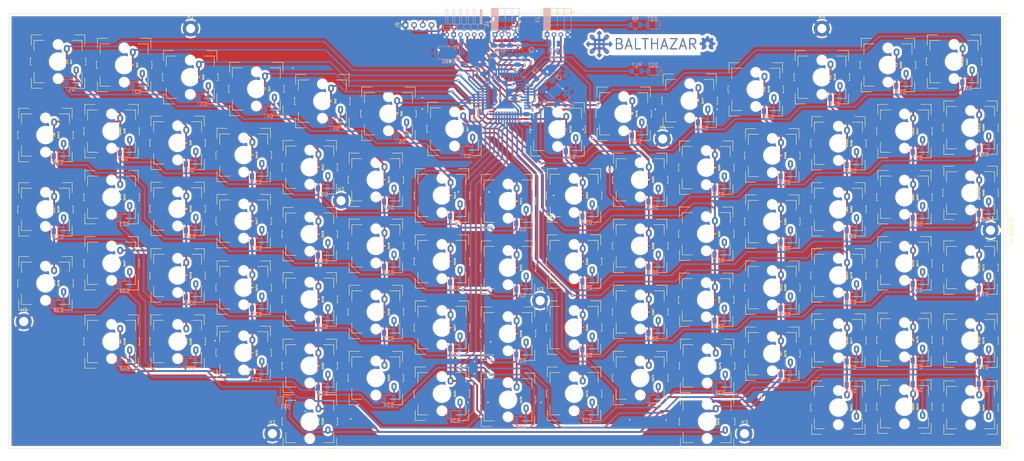
<source format=kicad_pcb>
(kicad_pcb (version 20171130) (host pcbnew "(5.1.5)-3")
  (layers (0 F.Cu signal) (31 B.Cu signal) (34 B.Paste user) (35 F.Paste user) (36 B.SilkS user) (37 F.SilkS user) (38 B.Mask user) (39 F.Mask user) (44 Edge.Cuts user))
  (net 0 "")
  (net 1 col1)
  (net 2 "Net-(D1-Pad2)")
  (net 3 "Net-(D2-Pad2)")
  (net 4 "Net-(D3-Pad2)")
  (net 5 "Net-(D4-Pad2)")
  (net 6 "Net-(D5-Pad2)")
  (net 7 "Net-(D6-Pad2)")
  (net 8 "Net-(D7-Pad2)")
  (net 9 "Net-(D8-Pad2)")
  (net 10 col2)
  (net 11 "Net-(D9-Pad2)")
  (net 12 "Net-(D10-Pad2)")
  (net 13 "Net-(D11-Pad2)")
  (net 14 "Net-(D12-Pad2)")
  (net 15 "Net-(D13-Pad2)")
  (net 16 "Net-(D14-Pad2)")
  (net 17 col3)
  (net 18 "Net-(D15-Pad2)")
  (net 19 "Net-(D16-Pad2)")
  (net 20 "Net-(D17-Pad2)")
  (net 21 "Net-(D18-Pad2)")
  (net 22 "Net-(D19-Pad2)")
  (net 23 "Net-(D20-Pad2)")
  (net 24 "Net-(D21-Pad2)")
  (net 25 col4)
  (net 26 "Net-(D23-Pad2)")
  (net 27 "Net-(D24-Pad2)")
  (net 28 "Net-(D25-Pad2)")
  (net 29 "Net-(D26-Pad2)")
  (net 30 "Net-(D27-Pad2)")
  (net 31 "Net-(D28-Pad2)")
  (net 32 col5)
  (net 33 "Net-(D29-Pad2)")
  (net 34 "Net-(D30-Pad2)")
  (net 35 "Net-(D31-Pad2)")
  (net 36 "Net-(D32-Pad2)")
  (net 37 "Net-(D33-Pad2)")
  (net 38 "Net-(D34-Pad2)")
  (net 39 "Net-(D35-Pad2)")
  (net 40 col6)
  (net 41 "Net-(D36-Pad2)")
  (net 42 "Net-(D37-Pad2)")
  (net 43 "Net-(D38-Pad2)")
  (net 44 "Net-(D39-Pad2)")
  (net 45 "Net-(D40-Pad2)")
  (net 46 "Net-(D41-Pad2)")
  (net 47 "Net-(D42-Pad2)")
  (net 48 col7)
  (net 49 "Net-(D43-Pad2)")
  (net 50 "Net-(D44-Pad2)")
  (net 51 "Net-(D45-Pad2)")
  (net 52 "Net-(D46-Pad2)")
  (net 53 "Net-(D47-Pad2)")
  (net 54 "Net-(D48-Pad2)")
  (net 55 "Net-(D49-Pad2)")
  (net 56 "Net-(D50-Pad2)")
  (net 57 "Net-(D51-Pad2)")
  (net 58 "Net-(D52-Pad2)")
  (net 59 "Net-(D53-Pad2)")
  (net 60 "Net-(D54-Pad2)")
  (net 61 "Net-(D55-Pad2)")
  (net 62 "Net-(D56-Pad2)")
  (net 63 "Net-(D57-Pad2)")
  (net 64 "Net-(D58-Pad2)")
  (net 65 "Net-(D59-Pad2)")
  (net 66 "Net-(D60-Pad2)")
  (net 67 "Net-(D61-Pad2)")
  (net 68 "Net-(D62-Pad2)")
  (net 69 "Net-(D63-Pad2)")
  (net 70 "Net-(D64-Pad2)")
  (net 71 "Net-(D65-Pad2)")
  (net 72 "Net-(D66-Pad2)")
  (net 73 "Net-(D67-Pad2)")
  (net 74 "Net-(D68-Pad2)")
  (net 75 "Net-(D69-Pad2)")
  (net 76 "Net-(D70-Pad2)")
  (net 77 "Net-(D71-Pad2)")
  (net 78 "Net-(D72-Pad2)")
  (net 79 "Net-(D73-Pad2)")
  (net 80 "Net-(D74-Pad2)")
  (net 81 "Net-(D75-Pad2)")
  (net 82 "Net-(D76-Pad2)")
  (net 83 "Net-(D77-Pad2)")
  (net 84 row1)
  (net 85 row2)
  (net 86 row3)
  (net 87 row4)
  (net 88 row5)
  (net 89 row6)
  (net 90 row7)
  (net 91 GND)
  (net 92 "Net-(J1-Pad2)")
  (net 93 "Net-(J1-Pad3)")
  (net 94 "Net-(C1-Pad1)")
  (net 95 "Net-(C4-Pad1)")
  (net 96 "Net-(D78-Pad2)")
  (net 97 Vcc)
  (net 98 "Net-(C5-Pad1)")
  (net 99 "Net-(C6-Pad1)")
  (net 100 "Net-(R3-Pad2)")
  (net 101 "Net-(R4-Pad2)")
  (net 102 "Net-(D79-Pad2)")
  (net 103 "Net-(J4-Pad3)")
  (net 104 "Net-(J1-Pad1)")
  (net 105 "Net-(D22-Pad2)")
  (net 106 col11)
  (net 107 col10)
  (net 108 col9)
  (net 109 col8)
  (net 110 PS2data)
  (net 111 PS2clock)
  (net 112 RST)
  (net 113 "Net-(R17-Pad2)")
  (net 114 "Net-(J5-Pad3)")
  (net 115 "Net-(J5-Pad4)")
  (net 116 "Net-(J4-Pad1)")
  (net 117 "Net-(J4-Pad2)")
  (module Symbol:BALTHAZARlogo150 (layer F.Cu) (at 177.292 54.61)
    (fp_text reference G*** hide)
    (fp_text value LOGO hide)
    (fp_poly (pts (xy 0.153014 -3.749523) (xy 0.343166 -3.597679) (xy 0.53031 -3.398853) (xy 0.674303 -3.197429) (xy 0.735 -3.037789) (xy 0.730228 -3.002659) (xy 0.63278 -2.903033) (xy 0.464878 -2.913633) (xy 0.254 -2.96656) (xy 0.254 -2.207943) (xy 0.260621 -1.868107) (xy 0.27834 -1.598739) (xy 0.303939 -1.440004) (xy 0.3175 -1.415183) (xy 0.434347 -1.402395) (xy 0.652007 -1.410975) (xy 0.746391 -1.419609) (xy 0.955504 -1.451614) (xy 1.091335 -1.519201) (xy 1.20091 -1.66252) (xy 1.224696 -1.70977) (xy 1.818141 -1.70977) (xy 1.908052 -1.702344) (xy 2.052711 -1.771768) (xy 2.131166 -1.833456) (xy 2.247171 -1.983686) (xy 2.285812 -2.124448) (xy 2.234298 -2.199238) (xy 2.214455 -2.201333) (xy 2.104827 -2.138326) (xy 1.958294 -1.985436) (xy 1.828215 -1.799167) (xy 1.818141 -1.70977) (xy 1.224696 -1.70977) (xy 1.329049 -1.917055) (xy 1.574076 -2.334236) (xy 1.843819 -2.592926) (xy 2.150315 -2.703494) (xy 2.248939 -2.709333) (xy 2.514602 -2.636442) (xy 2.737891 -2.451696) (xy 2.865948 -2.205988) (xy 2.878667 -2.103021) (xy 2.816748 -1.949288) (xy 2.659297 -1.740118) (xy 2.448765 -1.518045) (xy 2.227608 -1.325602) (xy 2.038278 -1.20532) (xy 1.962684 -1.185333) (xy 1.750252 -1.10857) (xy 1.595072 -0.904874) (xy 1.525345 -0.614135) (xy 1.524 -0.564833) (xy 1.524 -0.254) (xy 2.249372 -0.254) (xy 2.599176 -0.256879) (xy 2.810098 -0.270241) (xy 2.912557 -0.301174) (xy 2.936969 -0.356764) (xy 2.924794 -0.41138) (xy 2.943132 -0.597379) (xy 3.007764 -0.679074) (xy 3.098522 -0.723869) (xy 3.207249 -0.690452) (xy 3.369866 -0.560529) (xy 3.517675 -0.419399) (xy 3.71493 -0.21555) (xy 3.851388 -0.054924) (xy 3.894667 0.01952) (xy 3.836739 0.131942) (xy 3.690789 0.310348) (xy 3.498561 0.512515) (xy 3.301803 0.696215) (xy 3.14226 0.819226) (xy 3.076893 0.846667) (xy 2.946778 0.779477) (xy 2.895842 0.631997) (xy 2.952091 0.485375) (xy 3.032604 0.37852) (xy 3.006799 0.310106) (xy 2.857561 0.274467) (xy 2.567771 0.265937) (xy 2.307167 0.27187) (xy 1.566333 0.296333) (xy 1.556776 0.702357) (xy 1.547219 1.10838) (xy 2.022443 1.342632) (xy 2.373548 1.561241) (xy 2.654068 1.823079) (xy 2.831897 2.092736) (xy 2.878667 2.286975) (xy 2.809779 2.469533) (xy 2.641047 2.663866) (xy 2.429364 2.81767) (xy 2.235067 2.878667) (xy 2.004902 2.807026) (xy 1.749001 2.617553) (xy 1.507483 2.348418) (xy 1.320465 2.037793) (xy 1.298639 1.987667) (xy 1.216564 1.821911) (xy 1.790533 1.821911) (xy 1.806359 1.909029) (xy 1.893972 2.06938) (xy 1.895483 2.071691) (xy 2.03574 2.223188) (xy 2.172518 2.283599) (xy 2.261898 2.244927) (xy 2.270291 2.13996) (xy 2.193561 2.020113) (xy 2.045937 1.899618) (xy 1.890232 1.820117) (xy 1.790533 1.821911) (xy 1.216564 1.821911) (xy 1.17685 1.741708) (xy 1.043685 1.613261) (xy 0.876288 1.558707) (xy 0.623533 1.519471) (xy 0.45673 1.533162) (xy 0.356618 1.625655) (xy 0.303934 1.822824) (xy 0.279416 2.150545) (xy 0.27172 2.370848) (xy 0.264269 2.746369) (xy 0.271589 2.974918) (xy 0.296209 3.078411) (xy 0.340655 3.078765) (xy 0.352153 3.06838) (xy 0.526639 2.970504) (xy 0.677877 3.01221) (xy 0.733791 3.096611) (xy 0.703868 3.246089) (xy 0.536892 3.476003) (xy 0.417172 3.604611) (xy 0.217358 3.800711) (xy 0.065091 3.936351) (xy 0 3.979333) (xy -0.080605 3.92355) (xy -0.241004 3.778338) (xy -0.417173 3.604611) (xy -0.635743 3.344829) (xy -0.73439 3.14328) (xy -0.711901 3.016477) (xy -0.567067 2.980931) (xy -0.461546 2.999135) (xy -0.247336 3.052899) (xy -0.271835 2.310569) (xy -0.291075 1.924259) (xy -0.332148 1.680886) (xy -0.416272 1.554054) (xy -0.56467 1.517367) (xy -0.798561 1.54443) (xy -0.876289 1.558707) (xy -1.059665 1.622688) (xy -1.189403 1.761259) (xy -1.29864 1.987667) (xy -1.472332 2.299556) (xy -1.706633 2.57718) (xy -1.961428 2.782239) (xy -2.196602 2.876434) (xy -2.231854 2.878667) (xy -2.459245 2.803817) (xy -2.657887 2.616011) (xy -2.778397 2.370364) (xy -2.794 2.25128) (xy -2.765675 2.13996) (xy -2.270292 2.13996) (xy -2.248881 2.26201) (xy -2.1456 2.278696) (xy -2.004367 2.198019) (xy -1.895483 2.071691) (xy -1.807105 1.910805) (xy -1.790159 1.822305) (xy -1.790533 1.821911) (xy -1.893515 1.821202) (xy -2.049752 1.902147) (xy -2.196429 2.023105) (xy -2.270292 2.13996) (xy -2.765675 2.13996) (xy -2.711077 1.925389) (xy -2.467287 1.626463) (xy -2.070095 1.363099) (xy -1.987022 1.322089) (xy -1.51481 1.098507) (xy -1.520109 1.016) (xy -1.025736 1.016) (xy -0.244264 1.016) (xy 0.244264 1.016) (xy 1.025736 1.016) (xy 0.999701 0.656167) (xy 0.975804 0.430801) (xy 0.915881 0.327105) (xy 0.772046 0.29783) (xy 0.635 0.296333) (xy 0.422307 0.304399) (xy 0.320681 0.360095) (xy 0.282235 0.51067) (xy 0.270298 0.656167) (xy 0.244264 1.016) (xy -0.244264 1.016) (xy -0.270299 0.656167) (xy -0.294196 0.430801) (xy -0.354119 0.327105) (xy -0.497954 0.29783) (xy -0.635 0.296333) (xy -0.847693 0.304399) (xy -0.949319 0.360095) (xy -0.987765 0.51067) (xy -0.999702 0.656167) (xy -1.025736 1.016) (xy -1.520109 1.016) (xy -1.540572 0.69742) (xy -1.566333 0.296333) (xy -2.307167 0.27187) (xy -2.693666 0.266313) (xy -2.928898 0.284316) (xy -3.029979 0.331547) (xy -3.014026 0.413672) (xy -2.952091 0.485375) (xy -2.895843 0.632023) (xy -2.946794 0.779497) (xy -3.076893 0.846667) (xy -3.193628 0.788133) (xy -3.376911 0.636033) (xy -3.551056 0.461224) (xy -3.906344 0.075782) (xy -3.588885 -0.279609) (xy -3.398254 -0.486355) (xy -3.244925 -0.640857) (xy -3.183719 -0.693657) (xy -3.052729 -0.703858) (xy -2.946726 -0.602526) (xy -2.916863 -0.445425) (xy -2.924794 -0.41138) (xy -2.935676 -0.335287) (xy -2.888907 -0.288604) (xy -2.754068 -0.264244) (xy -2.500743 -0.255119) (xy -2.249372 -0.254) (xy -1.524 -0.254) (xy -1.524 -0.586619) (xy -1.526693 -0.602542) (xy -1.016 -0.602542) (xy -1.016 -0.254) (xy -0.635 -0.254) (xy -0.400897 -0.260326) (xy -0.290042 -0.3032) (xy -0.25635 -0.418464) (xy -0.254 -0.550333) (xy 0.254 -0.550333) (xy 0.262133 -0.368253) (xy 0.317256 -0.282033) (xy 0.465453 -0.255828) (xy 0.635 -0.254) (xy 1.016 -0.254) (xy 1.016 -0.601725) (xy 1.004098 -0.821201) (xy 0.958228 -0.906118) (xy 0.882075 -0.898059) (xy 0.699528 -0.859763) (xy 0.501075 -0.846667) (xy 0.334962 -0.829424) (xy 0.266835 -0.743569) (xy 0.254 -0.550333) (xy -0.254 -0.550333) (xy -0.271223 -0.752333) (xy -0.343513 -0.835036) (xy -0.4445 -0.847823) (xy -0.689702 -0.871857) (xy -0.8255 -0.900031) (xy -0.946173 -0.916511) (xy -1.001107 -0.852694) (xy -1.015686 -0.668937) (xy -1.016 -0.602542) (xy -1.526693 -0.602542) (xy -1.577468 -0.902645) (xy -1.72578 -1.110715) (xy -1.949816 -1.185333) (xy -2.097335 -1.240974) (xy -2.305633 -1.383967) (xy -2.451768 -1.510891) (xy -2.665137 -1.739457) (xy -2.768592 -1.932984) (xy -2.794 -2.132768) (xy -2.791532 -2.1441) (xy -2.283001 -2.1441) (xy -2.252968 -2.006011) (xy -2.145878 -1.848167) (xy -2.000212 -1.735601) (xy -1.858841 -1.691425) (xy -1.780813 -1.731175) (xy -1.778 -1.751377) (xy -1.834317 -1.856559) (xy -1.964572 -2.006352) (xy -2.110719 -2.141138) (xy -2.214713 -2.201301) (xy -2.216092 -2.201333) (xy -2.283001 -2.1441) (xy -2.791532 -2.1441) (xy -2.727012 -2.440238) (xy -2.536165 -2.637555) (xy -2.236635 -2.709283) (xy -2.227251 -2.709334) (xy -1.915806 -2.63577) (xy -1.635237 -2.41005) (xy -1.376931 -2.024631) (xy -1.321458 -1.916071) (xy -1.18932 -1.660236) (xy -1.08001 -1.519368) (xy -0.94535 -1.45471) (xy -0.73716 -1.427502) (xy -0.711557 -1.425437) (xy -0.474088 -1.4144) (xy -0.318201 -1.421848) (xy -0.290363 -1.431193) (xy -0.274149 -1.526538) (xy -0.261659 -1.750609) (xy -0.254772 -2.062808) (xy -0.254 -2.217058) (xy -0.254 -2.96656) (xy -0.464878 -2.913633) (xy -0.646969 -2.907794) (xy -0.730228 -3.002659) (xy -0.704813 -3.139454) (xy -0.583204 -3.332293) (xy -0.405546 -3.536793) (xy -0.211984 -3.70857) (xy -0.042661 -3.80324) (xy 0 -3.81) (xy 0.153014 -3.749523)) (layer F.Cu) (width 0.01))
  )
  (module Symbol:OSHW-Logo_Copper (layer B.Cu) (at 208.915 55.245 180)
    (fp_text reference REF** hide)
    (fp_text value OSHW-Logo_Copper hide)
    (fp_poly (pts (xy 0.376964 2.709982) (xy 0.433812 2.40843) (xy 0.853338 2.235488) (xy 1.104984 2.406605) (xy 1.175458 2.45425) (xy 1.239163 2.49679) (xy 1.293126 2.532285) (xy 1.334373 2.55879) (xy 1.359934 2.574364) (xy 1.366895 2.577722) (xy 1.379435 2.569086) (xy 1.406231 2.545208) (xy 1.44428 2.509141) (xy 1.490579 2.463933) (xy 1.542123 2.412636) (xy 1.595909 2.358299) (xy 1.648935 2.303972) (xy 1.698195 2.252705) (xy 1.740687 2.207549) (xy 1.773407 2.171554) (xy 1.793351 2.14777) (xy 1.798119 2.13981) (xy 1.791257 2.125135) (xy 1.77202 2.092986) (xy 1.74243 2.046508) (xy 1.70451 1.988844) (xy 1.660282 1.92314) (xy 1.634654 1.885664) (xy 1.587941 1.817232) (xy 1.546432 1.75548) (xy 1.51214 1.703481) (xy 1.48708 1.664308) (xy 1.473264 1.641035) (xy 1.471188 1.636145) (xy 1.475895 1.622245) (xy 1.488723 1.58985) (xy 1.507738 1.543515) (xy 1.531003 1.487794) (xy 1.556584 1.427242) (xy 1.582545 1.366414) (xy 1.60695 1.309864) (xy 1.627863 1.262148) (xy 1.643349 1.227819) (xy 1.651472 1.211432) (xy 1.651952 1.210788) (xy 1.664707 1.207659) (xy 1.698677 1.200679) (xy 1.75034 1.190533) (xy 1.816176 1.177908) (xy 1.892664 1.163491) (xy 1.93729 1.155177) (xy 2.019021 1.139616) (xy 2.092843 1.124808) (xy 2.155021 1.111564) (xy 2.201822 1.100695) (xy 2.229509 1.093011) (xy 2.235074 1.090573) (xy 2.240526 1.07407) (xy 2.244924 1.0368) (xy 2.248272 0.98312) (xy 2.250574 0.917388) (xy 2.251832 0.843963) (xy 2.252048 0.767204) (xy 2.251227 0.691468) (xy 2.249371 0.621114) (xy 2.246482 0.5605) (xy 2.242565 0.513984) (xy 2.237622 0.485925) (xy 2.234657 0.480084) (xy 2.216934 0.473083) (xy 2.179381 0.463073) (xy 2.126964 0.451231) (xy 2.064652 0.438733) (xy 2.0429 0.43469) (xy 1.938024 0.41548) (xy 1.85518 0.400009) (xy 1.79163 0.387663) (xy 1.744637 0.377827) (xy 1.711463 0.369886) (xy 1.689371 0.363224) (xy 1.675624 0.357227) (xy 1.667484 0.351281) (xy 1.666345 0.350106) (xy 1.654977 0.331174) (xy 1.637635 0.294331) (xy 1.61605 0.244087) (xy 1.591954 0.184954) (xy 1.567079 0.121444) (xy 1.543157 0.058068) (xy 1.521919 -0.000662) (xy 1.505097 -0.050235) (xy 1.494422 -0.086139) (xy 1.491627 -0.103862) (xy 1.49186 -0.104483) (xy 1.501331 -0.11897) (xy 1.522818 -0.150844) (xy 1.554063 -0.196789) (xy 1.592807 -0.253485) (xy 1.636793 -0.317617) (xy 1.649319 -0.335842) (xy 1.693984 -0.401914) (xy 1.733288 -0.4622) (xy 1.765088 -0.513235) (xy 1.787245 -0.55156) (xy 1.797617 -0.573711) (xy 1.798119 -0.576432) (xy 1.789405 -0.590736) (xy 1.765325 -0.619072) (xy 1.728976 -0.658396) (xy 1.683453 -0.705661) (xy 1.631852 -0.757823) (xy 1.577267 -0.811835) (xy 1.522794 -0.864653) (xy 1.471529 -0.913231) (xy 1.426567 -0.954523) (xy 1.391004 -0.985485) (xy 1.367935 -1.00307) (xy 1.361554 -1.005941) (xy 1.346699 -0.999178) (xy 1.316286 -0.980939) (xy 1.275268 -0.954297) (xy 1.243709 -0.932852) (xy 1.186525 -0.893503) (xy 1.118806 -0.847171) (xy 1.05088 -0.800913) (xy 1.014361 -0.776155) (xy 0.890752 -0.692547) (xy 0.786991 -0.74865) (xy 0.73972 -0.773228) (xy 0.699523 -0.792331) (xy 0.672326 -0.803227) (xy 0.665402 -0.804743) (xy 0.657077 -0.793549) (xy 0.640654 -0.761917) (xy 0.617357 -0.712765) (xy 0.588414 -0.64901) (xy 0.55505 -0.573571) (xy 0.518491 -0.489364) (xy 0.479964 -0.399308) (xy 0.440694 -0.306321) (xy 0.401908 -0.21332) (xy 0.36483 -0.123223) (xy 0.330689 -0.038948) (xy 0.300708 0.036587) (xy 0.276116 0.100466) (xy 0.258136 0.149769) (xy 0.247997 0.181579) (xy 0.246366 0.192504) (xy 0.259291 0.206439) (xy 0.287589 0.22906) (xy 0.325346 0.255667) (xy 0.328515 0.257772) (xy 0.4261 0.335886) (xy 0.504786 0.427018) (xy 0.563891 0.528255) (xy 0.602732 0.636682) (xy 0.620628 0.749386) (xy 0.616897 0.863452) (xy 0.590857 0.975966) (xy 0.541825 1.084015) (xy 0.5274 1.107655) (xy 0.452369 1.203113) (xy 0.36373 1.279768) (xy 0.264549 1.33722) (xy 0.157895 1.375071) (xy 0.046836 1.392922) (xy -0.065561 1.390375) (xy -0.176227 1.36703) (xy -0.282094 1.32249) (xy -0.380095 1.256355) (xy -0.41041 1.229513) (xy -0.487562 1.145488) (xy -0.543782 1.057034) (xy -0.582347 0.957885) (xy -0.603826 0.859697) (xy -0.609128 0.749303) (xy -0.591448 0.63836) (xy -0.552581 0.530619) (xy -0.494323 0.429831) (xy -0.418469 0.339744) (xy -0.326817 0.264108) (xy -0.314772 0.256136) (xy -0.276611 0.230026) (xy -0.247601 0.207405) (xy -0.233732 0.192961) (xy -0.233531 0.192504) (xy -0.236508 0.176879) (xy -0.248311 0.141418) (xy -0.267714 0.089038) (xy -0.293488 0.022655) (xy -0.324409 -0.054814) (xy -0.359249 -0.14045) (xy -0.396783 -0.231337) (xy -0.435783 -0.324559) (xy -0.475023 -0.417197) (xy -0.513276 -0.506335) (xy -0.549317 -0.589055) (xy -0.581917 -0.662441) (xy -0.609852 -0.723575) (xy -0.631895 -0.769541) (xy -0.646818 -0.797421) (xy -0.652828 -0.804743) (xy -0.671191 -0.799041) (xy -0.705552 -0.783749) (xy -0.749984 -0.761599) (xy -0.774417 -0.74865) (xy -0.878178 -0.692547) (xy -1.001787 -0.776155) (xy -1.064886 -0.818987) (xy -1.13397 -0.866122) (xy -1.198707 -0.910503) (xy -1.231134 -0.932852) (xy -1.276741 -0.963477) (xy -1.31536 -0.987747) (xy -1.341952 -1.002587) (xy -1.35059 -1.005724) (xy -1.363161 -0.997261) (xy -1.390984 -0.973636) (xy -1.431361 -0.937302) (xy -1.481595 -0.890711) (xy -1.538988 -0.836317) (xy -1.575286 -0.801392) (xy -1.63879 -0.738996) (xy -1.693673 -0.683188) (xy -1.737714 -0.636354) (xy -1.768695 -0.600882) (xy -1.784398 -0.579161) (xy -1.785905 -0.574752) (xy -1.778914 -0.557985) (xy -1.759594 -0.524082) (xy -1.730091 -0.476476) (xy -1.692545 -0.418599) (xy -1.6491 -0.353884) (xy -1.636745 -0.335842) (xy -1.591727 -0.270267) (xy -1.55134 -0.211228) (xy -1.51784 -0.162042) (xy -1.493486 -0.126028) (xy -1.480536 -0.106502) (xy -1.479285 -0.104483) (xy -1.481156 -0.088922) (xy -1.491087 -0.054709) (xy -1.507347 -0.006355) (xy -1.528205 0.051629) (xy -1.551927 0.11473) (xy -1.576784 0.178437) (xy -1.601042 0.238239) (xy -1.622971 0.289624) (xy -1.640838 0.328081) (xy -1.652913 0.349098) (xy -1.653771 0.350106) (xy -1.661154 0.356112) (xy -1.673625 0.362052) (xy -1.69392 0.36854) (xy -1.724778 0.376191) (xy -1.768934 0.38562) (xy -1.829126 0.397441) (xy -1.908093 0.412271) (xy -2.00857 0.430723) (xy -2.030325 0.43469) (xy -2.094802 0.447147) (xy -2.151011 0.459334) (xy -2.193987 0.470074) (xy -2.21876 0.478191) (xy -2.222082 0.480084) (xy -2.227556 0.496862) (xy -2.232006 0.534355) (xy -2.235428 0.588206) (xy -2.237819 0.654056) (xy -2.239177 0.727547) (xy -2.239499 0.80432) (xy -2.238781 0.880017) (xy -2.237021 0.95028) (xy -2.234216 1.01075) (xy -2.230362 1.05707) (xy -2.225457 1.084881) (xy -2.2225 1.090573) (xy -2.206037 1.096314) (xy -2.168551 1.105655) (xy -2.113775 1.117785) (xy -2.045445 1.131893) (xy -1.967294 1.14717) (xy -1.924716 1.155177) (xy -1.843929 1.170279) (xy -1.771887 1.18396) (xy -1.712111 1.195533) (xy -1.668121 1.204313) (xy -1.643439 1.209613) (xy -1.639377 1.210788) (xy -1.632511 1.224035) (xy -1.617998 1.255943) (xy -1.597771 1.301953) (xy -1.573766 1.357508) (xy -1.547918 1.418047) (xy -1.52216 1.479014) (xy -1.498427 1.535849) (xy -1.478654 1.583994) (xy -1.464776 1.61889) (xy -1.458726 1.635979) (xy -1.458614 1.636726) (xy -1.465472 1.650207) (xy -1.484698 1.68123) (xy -1.514272 1.726711) (xy -1.552173 1.783568) (xy -1.59638 1.848717) (xy -1.622079 1.886138) (xy -1.668907 1.954753) (xy -1.710499 2.017048) (xy -1.744825 2.069871) (xy -1.769857 2.110073) (xy -1.783565 2.1345) (xy -1.785544 2.139976) (xy -1.777034 2.152722) (xy -1.753507 2.179937) (xy -1.717968 2.218572) (xy -1.673423 2.265577) (xy -1.622877 2.317905) (xy -1.569336 2.372505) (xy -1.515805 2.42633) (xy -1.465289 2.47633) (xy -1.420794 2.519457) (xy -1.385325 2.552661) (xy -1.361887 2.572894) (xy -1.354046 2.577722) (xy -1.34128 2.570933) (xy -1.310744 2.551858) (xy -1.26541 2.522439) (xy -1.208244 2.484619) (xy -1.142216 2.440339) (xy -1.09241 2.406605) (xy -0.840764 2.235488) (xy -0.631001 2.321959) (xy -0.421237 2.40843) (xy -0.364389 2.709982) (xy -0.30754 3.011534) (xy 0.320115 3.011534) (xy 0.376964 2.709982)) (layer B.Cu) (width 0.01))
  )
  (module Symbol:OSHW-Logo_Copper (layer F.Cu) (at 208.915 55.245)
    (fp_text reference REF** hide)
    (fp_text value OSHW-Logo_Copper hide)
    (fp_poly (pts (xy 0.376964 -2.709982) (xy 0.433812 -2.40843) (xy 0.853338 -2.235488) (xy 1.104984 -2.406605) (xy 1.175458 -2.45425) (xy 1.239163 -2.49679) (xy 1.293126 -2.532285) (xy 1.334373 -2.55879) (xy 1.359934 -2.574364) (xy 1.366895 -2.577722) (xy 1.379435 -2.569086) (xy 1.406231 -2.545208) (xy 1.44428 -2.509141) (xy 1.490579 -2.463933) (xy 1.542123 -2.412636) (xy 1.595909 -2.358299) (xy 1.648935 -2.303972) (xy 1.698195 -2.252705) (xy 1.740687 -2.207549) (xy 1.773407 -2.171554) (xy 1.793351 -2.14777) (xy 1.798119 -2.13981) (xy 1.791257 -2.125135) (xy 1.77202 -2.092986) (xy 1.74243 -2.046508) (xy 1.70451 -1.988844) (xy 1.660282 -1.92314) (xy 1.634654 -1.885664) (xy 1.587941 -1.817232) (xy 1.546432 -1.75548) (xy 1.51214 -1.703481) (xy 1.48708 -1.664308) (xy 1.473264 -1.641035) (xy 1.471188 -1.636145) (xy 1.475895 -1.622245) (xy 1.488723 -1.58985) (xy 1.507738 -1.543515) (xy 1.531003 -1.487794) (xy 1.556584 -1.427242) (xy 1.582545 -1.366414) (xy 1.60695 -1.309864) (xy 1.627863 -1.262148) (xy 1.643349 -1.227819) (xy 1.651472 -1.211432) (xy 1.651952 -1.210788) (xy 1.664707 -1.207659) (xy 1.698677 -1.200679) (xy 1.75034 -1.190533) (xy 1.816176 -1.177908) (xy 1.892664 -1.163491) (xy 1.93729 -1.155177) (xy 2.019021 -1.139616) (xy 2.092843 -1.124808) (xy 2.155021 -1.111564) (xy 2.201822 -1.100695) (xy 2.229509 -1.093011) (xy 2.235074 -1.090573) (xy 2.240526 -1.07407) (xy 2.244924 -1.0368) (xy 2.248272 -0.98312) (xy 2.250574 -0.917388) (xy 2.251832 -0.843963) (xy 2.252048 -0.767204) (xy 2.251227 -0.691468) (xy 2.249371 -0.621114) (xy 2.246482 -0.5605) (xy 2.242565 -0.513984) (xy 2.237622 -0.485925) (xy 2.234657 -0.480084) (xy 2.216934 -0.473083) (xy 2.179381 -0.463073) (xy 2.126964 -0.451231) (xy 2.064652 -0.438733) (xy 2.0429 -0.43469) (xy 1.938024 -0.41548) (xy 1.85518 -0.400009) (xy 1.79163 -0.387663) (xy 1.744637 -0.377827) (xy 1.711463 -0.369886) (xy 1.689371 -0.363224) (xy 1.675624 -0.357227) (xy 1.667484 -0.351281) (xy 1.666345 -0.350106) (xy 1.654977 -0.331174) (xy 1.637635 -0.294331) (xy 1.61605 -0.244087) (xy 1.591954 -0.184954) (xy 1.567079 -0.121444) (xy 1.543157 -0.058068) (xy 1.521919 0.000662) (xy 1.505097 0.050235) (xy 1.494422 0.086139) (xy 1.491627 0.103862) (xy 1.49186 0.104483) (xy 1.501331 0.11897) (xy 1.522818 0.150844) (xy 1.554063 0.196789) (xy 1.592807 0.253485) (xy 1.636793 0.317617) (xy 1.649319 0.335842) (xy 1.693984 0.401914) (xy 1.733288 0.4622) (xy 1.765088 0.513235) (xy 1.787245 0.55156) (xy 1.797617 0.573711) (xy 1.798119 0.576432) (xy 1.789405 0.590736) (xy 1.765325 0.619072) (xy 1.728976 0.658396) (xy 1.683453 0.705661) (xy 1.631852 0.757823) (xy 1.577267 0.811835) (xy 1.522794 0.864653) (xy 1.471529 0.913231) (xy 1.426567 0.954523) (xy 1.391004 0.985485) (xy 1.367935 1.00307) (xy 1.361554 1.005941) (xy 1.346699 0.999178) (xy 1.316286 0.980939) (xy 1.275268 0.954297) (xy 1.243709 0.932852) (xy 1.186525 0.893503) (xy 1.118806 0.847171) (xy 1.05088 0.800913) (xy 1.014361 0.776155) (xy 0.890752 0.692547) (xy 0.786991 0.74865) (xy 0.73972 0.773228) (xy 0.699523 0.792331) (xy 0.672326 0.803227) (xy 0.665402 0.804743) (xy 0.657077 0.793549) (xy 0.640654 0.761917) (xy 0.617357 0.712765) (xy 0.588414 0.64901) (xy 0.55505 0.573571) (xy 0.518491 0.489364) (xy 0.479964 0.399308) (xy 0.440694 0.306321) (xy 0.401908 0.21332) (xy 0.36483 0.123223) (xy 0.330689 0.038948) (xy 0.300708 -0.036587) (xy 0.276116 -0.100466) (xy 0.258136 -0.149769) (xy 0.247997 -0.181579) (xy 0.246366 -0.192504) (xy 0.259291 -0.206439) (xy 0.287589 -0.22906) (xy 0.325346 -0.255667) (xy 0.328515 -0.257772) (xy 0.4261 -0.335886) (xy 0.504786 -0.427018) (xy 0.563891 -0.528255) (xy 0.602732 -0.636682) (xy 0.620628 -0.749386) (xy 0.616897 -0.863452) (xy 0.590857 -0.975966) (xy 0.541825 -1.084015) (xy 0.5274 -1.107655) (xy 0.452369 -1.203113) (xy 0.36373 -1.279768) (xy 0.264549 -1.33722) (xy 0.157895 -1.375071) (xy 0.046836 -1.392922) (xy -0.065561 -1.390375) (xy -0.176227 -1.36703) (xy -0.282094 -1.32249) (xy -0.380095 -1.256355) (xy -0.41041 -1.229513) (xy -0.487562 -1.145488) (xy -0.543782 -1.057034) (xy -0.582347 -0.957885) (xy -0.603826 -0.859697) (xy -0.609128 -0.749303) (xy -0.591448 -0.63836) (xy -0.552581 -0.530619) (xy -0.494323 -0.429831) (xy -0.418469 -0.339744) (xy -0.326817 -0.264108) (xy -0.314772 -0.256136) (xy -0.276611 -0.230026) (xy -0.247601 -0.207405) (xy -0.233732 -0.192961) (xy -0.233531 -0.192504) (xy -0.236508 -0.176879) (xy -0.248311 -0.141418) (xy -0.267714 -0.089038) (xy -0.293488 -0.022655) (xy -0.324409 0.054814) (xy -0.359249 0.14045) (xy -0.396783 0.231337) (xy -0.435783 0.324559) (xy -0.475023 0.417197) (xy -0.513276 0.506335) (xy -0.549317 0.589055) (xy -0.581917 0.662441) (xy -0.609852 0.723575) (xy -0.631895 0.769541) (xy -0.646818 0.797421) (xy -0.652828 0.804743) (xy -0.671191 0.799041) (xy -0.705552 0.783749) (xy -0.749984 0.761599) (xy -0.774417 0.74865) (xy -0.878178 0.692547) (xy -1.001787 0.776155) (xy -1.064886 0.818987) (xy -1.13397 0.866122) (xy -1.198707 0.910503) (xy -1.231134 0.932852) (xy -1.276741 0.963477) (xy -1.31536 0.987747) (xy -1.341952 1.002587) (xy -1.35059 1.005724) (xy -1.363161 0.997261) (xy -1.390984 0.973636) (xy -1.431361 0.937302) (xy -1.481595 0.890711) (xy -1.538988 0.836317) (xy -1.575286 0.801392) (xy -1.63879 0.738996) (xy -1.693673 0.683188) (xy -1.737714 0.636354) (xy -1.768695 0.600882) (xy -1.784398 0.579161) (xy -1.785905 0.574752) (xy -1.778914 0.557985) (xy -1.759594 0.524082) (xy -1.730091 0.476476) (xy -1.692545 0.418599) (xy -1.6491 0.353884) (xy -1.636745 0.335842) (xy -1.591727 0.270267) (xy -1.55134 0.211228) (xy -1.51784 0.162042) (xy -1.493486 0.126028) (xy -1.480536 0.106502) (xy -1.479285 0.104483) (xy -1.481156 0.088922) (xy -1.491087 0.054709) (xy -1.507347 0.006355) (xy -1.528205 -0.051629) (xy -1.551927 -0.11473) (xy -1.576784 -0.178437) (xy -1.601042 -0.238239) (xy -1.622971 -0.289624) (xy -1.640838 -0.328081) (xy -1.652913 -0.349098) (xy -1.653771 -0.350106) (xy -1.661154 -0.356112) (xy -1.673625 -0.362052) (xy -1.69392 -0.36854) (xy -1.724778 -0.376191) (xy -1.768934 -0.38562) (xy -1.829126 -0.397441) (xy -1.908093 -0.412271) (xy -2.00857 -0.430723) (xy -2.030325 -0.43469) (xy -2.094802 -0.447147) (xy -2.151011 -0.459334) (xy -2.193987 -0.470074) (xy -2.21876 -0.478191) (xy -2.222082 -0.480084) (xy -2.227556 -0.496862) (xy -2.232006 -0.534355) (xy -2.235428 -0.588206) (xy -2.237819 -0.654056) (xy -2.239177 -0.727547) (xy -2.239499 -0.80432) (xy -2.238781 -0.880017) (xy -2.237021 -0.95028) (xy -2.234216 -1.01075) (xy -2.230362 -1.05707) (xy -2.225457 -1.084881) (xy -2.2225 -1.090573) (xy -2.206037 -1.096314) (xy -2.168551 -1.105655) (xy -2.113775 -1.117785) (xy -2.045445 -1.131893) (xy -1.967294 -1.14717) (xy -1.924716 -1.155177) (xy -1.843929 -1.170279) (xy -1.771887 -1.18396) (xy -1.712111 -1.195533) (xy -1.668121 -1.204313) (xy -1.643439 -1.209613) (xy -1.639377 -1.210788) (xy -1.632511 -1.224035) (xy -1.617998 -1.255943) (xy -1.597771 -1.301953) (xy -1.573766 -1.357508) (xy -1.547918 -1.418047) (xy -1.52216 -1.479014) (xy -1.498427 -1.535849) (xy -1.478654 -1.583994) (xy -1.464776 -1.61889) (xy -1.458726 -1.635979) (xy -1.458614 -1.636726) (xy -1.465472 -1.650207) (xy -1.484698 -1.68123) (xy -1.514272 -1.726711) (xy -1.552173 -1.783568) (xy -1.59638 -1.848717) (xy -1.622079 -1.886138) (xy -1.668907 -1.954753) (xy -1.710499 -2.017048) (xy -1.744825 -2.069871) (xy -1.769857 -2.110073) (xy -1.783565 -2.1345) (xy -1.785544 -2.139976) (xy -1.777034 -2.152722) (xy -1.753507 -2.179937) (xy -1.717968 -2.218572) (xy -1.673423 -2.265577) (xy -1.622877 -2.317905) (xy -1.569336 -2.372505) (xy -1.515805 -2.42633) (xy -1.465289 -2.47633) (xy -1.420794 -2.519457) (xy -1.385325 -2.552661) (xy -1.361887 -2.572894) (xy -1.354046 -2.577722) (xy -1.34128 -2.570933) (xy -1.310744 -2.551858) (xy -1.26541 -2.522439) (xy -1.208244 -2.484619) (xy -1.142216 -2.440339) (xy -1.09241 -2.406605) (xy -0.840764 -2.235488) (xy -0.631001 -2.321959) (xy -0.421237 -2.40843) (xy -0.364389 -2.709982) (xy -0.30754 -3.011534) (xy 0.320115 -3.011534) (xy 0.376964 -2.709982)) (layer F.Cu) (width 0.01))
  )
  (module Symbol:BALTHAZARlogo150 (layer B.Cu) (at 177.292 54.61)
    (fp_text reference G*** hide)
    (fp_text value LOGO hide)
    (fp_poly (pts (xy 0.153014 3.749523) (xy 0.343166 3.597679) (xy 0.53031 3.398853) (xy 0.674303 3.197429) (xy 0.735 3.037789) (xy 0.730228 3.002659) (xy 0.63278 2.903033) (xy 0.464878 2.913633) (xy 0.254 2.96656) (xy 0.254 2.207943) (xy 0.260621 1.868107) (xy 0.27834 1.598739) (xy 0.303939 1.440004) (xy 0.3175 1.415183) (xy 0.434347 1.402395) (xy 0.652007 1.410975) (xy 0.746391 1.419609) (xy 0.955504 1.451614) (xy 1.091335 1.519201) (xy 1.20091 1.66252) (xy 1.224696 1.70977) (xy 1.818141 1.70977) (xy 1.908052 1.702344) (xy 2.052711 1.771768) (xy 2.131166 1.833456) (xy 2.247171 1.983686) (xy 2.285812 2.124448) (xy 2.234298 2.199238) (xy 2.214455 2.201333) (xy 2.104827 2.138326) (xy 1.958294 1.985436) (xy 1.828215 1.799167) (xy 1.818141 1.70977) (xy 1.224696 1.70977) (xy 1.329049 1.917055) (xy 1.574076 2.334236) (xy 1.843819 2.592926) (xy 2.150315 2.703494) (xy 2.248939 2.709333) (xy 2.514602 2.636442) (xy 2.737891 2.451696) (xy 2.865948 2.205988) (xy 2.878667 2.103021) (xy 2.816748 1.949288) (xy 2.659297 1.740118) (xy 2.448765 1.518045) (xy 2.227608 1.325602) (xy 2.038278 1.20532) (xy 1.962684 1.185333) (xy 1.750252 1.10857) (xy 1.595072 0.904874) (xy 1.525345 0.614135) (xy 1.524 0.564833) (xy 1.524 0.254) (xy 2.249372 0.254) (xy 2.599176 0.256879) (xy 2.810098 0.270241) (xy 2.912557 0.301174) (xy 2.936969 0.356764) (xy 2.924794 0.41138) (xy 2.943132 0.597379) (xy 3.007764 0.679074) (xy 3.098522 0.723869) (xy 3.207249 0.690452) (xy 3.369866 0.560529) (xy 3.517675 0.419399) (xy 3.71493 0.21555) (xy 3.851388 0.054924) (xy 3.894667 -0.01952) (xy 3.836739 -0.131942) (xy 3.690789 -0.310348) (xy 3.498561 -0.512515) (xy 3.301803 -0.696215) (xy 3.14226 -0.819226) (xy 3.076893 -0.846667) (xy 2.946778 -0.779477) (xy 2.895842 -0.631997) (xy 2.952091 -0.485375) (xy 3.032604 -0.37852) (xy 3.006799 -0.310106) (xy 2.857561 -0.274467) (xy 2.567771 -0.265937) (xy 2.307167 -0.27187) (xy 1.566333 -0.296333) (xy 1.556776 -0.702357) (xy 1.547219 -1.10838) (xy 2.022443 -1.342632) (xy 2.373548 -1.561241) (xy 2.654068 -1.823079) (xy 2.831897 -2.092736) (xy 2.878667 -2.286975) (xy 2.809779 -2.469533) (xy 2.641047 -2.663866) (xy 2.429364 -2.81767) (xy 2.235067 -2.878667) (xy 2.004902 -2.807026) (xy 1.749001 -2.617553) (xy 1.507483 -2.348418) (xy 1.320465 -2.037793) (xy 1.298639 -1.987667) (xy 1.216564 -1.821911) (xy 1.790533 -1.821911) (xy 1.806359 -1.909029) (xy 1.893972 -2.06938) (xy 1.895483 -2.071691) (xy 2.03574 -2.223188) (xy 2.172518 -2.283599) (xy 2.261898 -2.244927) (xy 2.270291 -2.13996) (xy 2.193561 -2.020113) (xy 2.045937 -1.899618) (xy 1.890232 -1.820117) (xy 1.790533 -1.821911) (xy 1.216564 -1.821911) (xy 1.17685 -1.741708) (xy 1.043685 -1.613261) (xy 0.876288 -1.558707) (xy 0.623533 -1.519471) (xy 0.45673 -1.533162) (xy 0.356618 -1.625655) (xy 0.303934 -1.822824) (xy 0.279416 -2.150545) (xy 0.27172 -2.370848) (xy 0.264269 -2.746369) (xy 0.271589 -2.974918) (xy 0.296209 -3.078411) (xy 0.340655 -3.078765) (xy 0.352153 -3.06838) (xy 0.526639 -2.970504) (xy 0.677877 -3.01221) (xy 0.733791 -3.096611) (xy 0.703868 -3.246089) (xy 0.536892 -3.476003) (xy 0.417172 -3.604611) (xy 0.217358 -3.800711) (xy 0.065091 -3.936351) (xy 0 -3.979333) (xy -0.080605 -3.92355) (xy -0.241004 -3.778338) (xy -0.417173 -3.604611) (xy -0.635743 -3.344829) (xy -0.73439 -3.14328) (xy -0.711901 -3.016477) (xy -0.567067 -2.980931) (xy -0.461546 -2.999135) (xy -0.247336 -3.052899) (xy -0.271835 -2.310569) (xy -0.291075 -1.924259) (xy -0.332148 -1.680886) (xy -0.416272 -1.554054) (xy -0.56467 -1.517367) (xy -0.798561 -1.54443) (xy -0.876289 -1.558707) (xy -1.059665 -1.622688) (xy -1.189403 -1.761259) (xy -1.29864 -1.987667) (xy -1.472332 -2.299556) (xy -1.706633 -2.57718) (xy -1.961428 -2.782239) (xy -2.196602 -2.876434) (xy -2.231854 -2.878667) (xy -2.459245 -2.803817) (xy -2.657887 -2.616011) (xy -2.778397 -2.370364) (xy -2.794 -2.25128) (xy -2.765675 -2.13996) (xy -2.270292 -2.13996) (xy -2.248881 -2.26201) (xy -2.1456 -2.278696) (xy -2.004367 -2.198019) (xy -1.895483 -2.071691) (xy -1.807105 -1.910805) (xy -1.790159 -1.822305) (xy -1.790533 -1.821911) (xy -1.893515 -1.821202) (xy -2.049752 -1.902147) (xy -2.196429 -2.023105) (xy -2.270292 -2.13996) (xy -2.765675 -2.13996) (xy -2.711077 -1.925389) (xy -2.467287 -1.626463) (xy -2.070095 -1.363099) (xy -1.987022 -1.322089) (xy -1.51481 -1.098507) (xy -1.520109 -1.016) (xy -1.025736 -1.016) (xy -0.244264 -1.016) (xy 0.244264 -1.016) (xy 1.025736 -1.016) (xy 0.999701 -0.656167) (xy 0.975804 -0.430801) (xy 0.915881 -0.327105) (xy 0.772046 -0.29783) (xy 0.635 -0.296333) (xy 0.422307 -0.304399) (xy 0.320681 -0.360095) (xy 0.282235 -0.51067) (xy 0.270298 -0.656167) (xy 0.244264 -1.016) (xy -0.244264 -1.016) (xy -0.270299 -0.656167) (xy -0.294196 -0.430801) (xy -0.354119 -0.327105) (xy -0.497954 -0.29783) (xy -0.635 -0.296333) (xy -0.847693 -0.304399) (xy -0.949319 -0.360095) (xy -0.987765 -0.51067) (xy -0.999702 -0.656167) (xy -1.025736 -1.016) (xy -1.520109 -1.016) (xy -1.540572 -0.69742) (xy -1.566333 -0.296333) (xy -2.307167 -0.27187) (xy -2.693666 -0.266313) (xy -2.928898 -0.284316) (xy -3.029979 -0.331547) (xy -3.014026 -0.413672) (xy -2.952091 -0.485375) (xy -2.895843 -0.632023) (xy -2.946794 -0.779497) (xy -3.076893 -0.846667) (xy -3.193628 -0.788133) (xy -3.376911 -0.636033) (xy -3.551056 -0.461224) (xy -3.906344 -0.075782) (xy -3.588885 0.279609) (xy -3.398254 0.486355) (xy -3.244925 0.640857) (xy -3.183719 0.693657) (xy -3.052729 0.703858) (xy -2.946726 0.602526) (xy -2.916863 0.445425) (xy -2.924794 0.41138) (xy -2.935676 0.335287) (xy -2.888907 0.288604) (xy -2.754068 0.264244) (xy -2.500743 0.255119) (xy -2.249372 0.254) (xy -1.524 0.254) (xy -1.524 0.586619) (xy -1.526693 0.602542) (xy -1.016 0.602542) (xy -1.016 0.254) (xy -0.635 0.254) (xy -0.400897 0.260326) (xy -0.290042 0.3032) (xy -0.25635 0.418464) (xy -0.254 0.550333) (xy 0.254 0.550333) (xy 0.262133 0.368253) (xy 0.317256 0.282033) (xy 0.465453 0.255828) (xy 0.635 0.254) (xy 1.016 0.254) (xy 1.016 0.601725) (xy 1.004098 0.821201) (xy 0.958228 0.906118) (xy 0.882075 0.898059) (xy 0.699528 0.859763) (xy 0.501075 0.846667) (xy 0.334962 0.829424) (xy 0.266835 0.743569) (xy 0.254 0.550333) (xy -0.254 0.550333) (xy -0.271223 0.752333) (xy -0.343513 0.835036) (xy -0.4445 0.847823) (xy -0.689702 0.871857) (xy -0.8255 0.900031) (xy -0.946173 0.916511) (xy -1.001107 0.852694) (xy -1.015686 0.668937) (xy -1.016 0.602542) (xy -1.526693 0.602542) (xy -1.577468 0.902645) (xy -1.72578 1.110715) (xy -1.949816 1.185333) (xy -2.097335 1.240974) (xy -2.305633 1.383967) (xy -2.451768 1.510891) (xy -2.665137 1.739457) (xy -2.768592 1.932984) (xy -2.794 2.132768) (xy -2.791532 2.1441) (xy -2.283001 2.1441) (xy -2.252968 2.006011) (xy -2.145878 1.848167) (xy -2.000212 1.735601) (xy -1.858841 1.691425) (xy -1.780813 1.731175) (xy -1.778 1.751377) (xy -1.834317 1.856559) (xy -1.964572 2.006352) (xy -2.110719 2.141138) (xy -2.214713 2.201301) (xy -2.216092 2.201333) (xy -2.283001 2.1441) (xy -2.791532 2.1441) (xy -2.727012 2.440238) (xy -2.536165 2.637555) (xy -2.236635 2.709283) (xy -2.227251 2.709334) (xy -1.915806 2.63577) (xy -1.635237 2.41005) (xy -1.376931 2.024631) (xy -1.321458 1.916071) (xy -1.18932 1.660236) (xy -1.08001 1.519368) (xy -0.94535 1.45471) (xy -0.73716 1.427502) (xy -0.711557 1.425437) (xy -0.474088 1.4144) (xy -0.318201 1.421848) (xy -0.290363 1.431193) (xy -0.274149 1.526538) (xy -0.261659 1.750609) (xy -0.254772 2.062808) (xy -0.254 2.217058) (xy -0.254 2.96656) (xy -0.464878 2.913633) (xy -0.646969 2.907794) (xy -0.730228 3.002659) (xy -0.704813 3.139454) (xy -0.583204 3.332293) (xy -0.405546 3.536793) (xy -0.211984 3.70857) (xy -0.042661 3.80324) (xy 0 3.81) (xy 0.153014 3.749523)) (layer B.Cu) (width 0.01))
  )
  (module Button_Switch_Keyboard:CherryMX_RGB_SpeedSilver (layer F.Cu) (at 247.142 102.87 270)
    (fp_text reference SW63 (at 0 -3.81 90) (layer F.SilkS) (effects (font (size 0.5 0.5) (thickness 0.125))))
    (fp_text value LBRC (at 0 -2.54 90) (layer F.SilkS) (effects (font (size 0.5 0.5) (thickness 0.125))))
    (pad "" np_thru_hole circle (at 4.99 0 270) (size 1.75 1.75) (drill 1.75) (layers *.Cu *.Mask))
    (pad "" np_thru_hole circle (at -4.99 0 270) (size 1.75 1.75) (drill 1.75) (layers *.Cu *.Mask))
    (pad 2 thru_hole oval (at 2.5 -5.3 270) (size 2.2 1.5) (drill oval 1.2 0.5) (layers *.Cu *.Mask) (net 69 "Net-(D63-Pad2)"))
    (pad 1 thru_hole oval (at -3.75 -2.53 270) (size 2.2 1.7) (drill oval 1.2 0.7) (layers *.Cu *.Mask) (net 88 row5))
    (pad "" np_thru_hole circle (at 0 0 270) (size 4 4) (drill 4) (layers *.Cu *.Mask))
  )
  (module Button_Switch_Keyboard:CherryMX_RGB_SpeedSilver (layer F.Cu) (at 131.318 156.718 270)
    (fp_text reference SW34 (at 0 -3.81 90) (layer F.SilkS) (effects (font (size 0.5 0.5) (thickness 0.125))))
    (fp_text value V (at 0 -2.54 90) (layer F.SilkS) (effects (font (size 0.5 0.5) (thickness 0.125))))
    (pad "" np_thru_hole circle (at 4.99 0 270) (size 1.75 1.75) (drill 1.75) (layers *.Cu *.Mask))
    (pad "" np_thru_hole circle (at -4.99 0 270) (size 1.75 1.75) (drill 1.75) (layers *.Cu *.Mask))
    (pad 2 thru_hole oval (at 2.5 -5.3 270) (size 2.2 1.5) (drill oval 1.2 0.5) (layers *.Cu *.Mask) (net 39 "Net-(D35-Pad2)"))
    (pad 1 thru_hole oval (at -3.75 -2.53 270) (size 2.2 1.7) (drill oval 1.2 0.7) (layers *.Cu *.Mask) (net 89 row6))
    (pad "" np_thru_hole circle (at 0 0 270) (size 4 4) (drill 4) (layers *.Cu *.Mask))
  )
  (module Button_Switch_Keyboard:CherryMX_RGB_SpeedSilver (layer F.Cu) (at 247.142 141.224 270)
    (fp_text reference SW77 (at 0 -3.81 90) (layer F.SilkS) (effects (font (size 0.5 0.5) (thickness 0.125))))
    (fp_text value SLASH (at 0 -2.54 90) (layer F.SilkS) (effects (font (size 0.5 0.5) (thickness 0.125))))
    (pad "" np_thru_hole circle (at 4.99 0 270) (size 1.75 1.75) (drill 1.75) (layers *.Cu *.Mask))
    (pad "" np_thru_hole circle (at -4.99 0 270) (size 1.75 1.75) (drill 1.75) (layers *.Cu *.Mask))
    (pad 2 thru_hole oval (at 2.5 -5.3 270) (size 2.2 1.5) (drill oval 1.2 0.5) (layers *.Cu *.Mask) (net 83 "Net-(D77-Pad2)"))
    (pad 1 thru_hole oval (at -3.75 -2.53 270) (size 2.2 1.7) (drill oval 1.2 0.7) (layers *.Cu *.Mask) (net 88 row5))
    (pad "" np_thru_hole circle (at 0 0 270) (size 4 4) (drill 4) (layers *.Cu *.Mask))
  )
  (module Button_Switch_Keyboard:CherryMX_RGB_SpeedSilver (layer F.Cu) (at 19.177 59.69 270)
    (fp_text reference SW1 (at 0 -3.81 90) (layer F.SilkS) (effects (font (size 0.5 0.5) (thickness 0.125))))
    (fp_text value ESC (at 0 -2.54 90) (layer F.SilkS) (effects (font (size 0.5 0.5) (thickness 0.125))))
    (pad "" np_thru_hole circle (at 4.99 0 270) (size 1.75 1.75) (drill 1.75) (layers *.Cu *.Mask))
    (pad "" np_thru_hole circle (at -4.99 0 270) (size 1.75 1.75) (drill 1.75) (layers *.Cu *.Mask))
    (pad 2 thru_hole oval (at 2.5 -5.3 270) (size 2.2 1.5) (drill oval 1.2 0.5) (layers *.Cu *.Mask) (net 2 "Net-(D1-Pad2)"))
    (pad 1 thru_hole oval (at -3.75 -2.53 270) (size 2.2 1.7) (drill oval 1.2 0.7) (layers *.Cu *.Mask) (net 84 row1))
    (pad "" np_thru_hole circle (at 0 0 270) (size 4 4) (drill 4) (layers *.Cu *.Mask))
  )
  (module Button_Switch_Keyboard:CherryMX_RGB_SpeedSilver (layer F.Cu) (at 38.481 60.706 270)
    (fp_text reference SW2 (at 0 -3.81 90) (layer F.SilkS) (effects (font (size 0.5 0.5) (thickness 0.125))))
    (fp_text value F1 (at 0 -2.54 90) (layer F.SilkS) (effects (font (size 0.5 0.5) (thickness 0.125))))
    (pad "" np_thru_hole circle (at 4.99 0 270) (size 1.75 1.75) (drill 1.75) (layers *.Cu *.Mask))
    (pad "" np_thru_hole circle (at -4.99 0 270) (size 1.75 1.75) (drill 1.75) (layers *.Cu *.Mask))
    (pad 2 thru_hole oval (at 2.5 -5.3 270) (size 2.2 1.5) (drill oval 1.2 0.5) (layers *.Cu *.Mask) (net 3 "Net-(D2-Pad2)"))
    (pad 1 thru_hole oval (at -3.75 -2.53 270) (size 2.2 1.7) (drill oval 1.2 0.7) (layers *.Cu *.Mask) (net 85 row2))
    (pad "" np_thru_hole circle (at 0 0 270) (size 4 4) (drill 4) (layers *.Cu *.Mask))
  )
  (module Button_Switch_Keyboard:CherryMX_RGB_SpeedSilver (layer F.Cu) (at 57.785 64.262 270)
    (fp_text reference SW3 (at 0 -3.81 90) (layer F.SilkS) (effects (font (size 0.5 0.5) (thickness 0.125))))
    (fp_text value F2 (at 0 -2.54 90) (layer F.SilkS) (effects (font (size 0.5 0.5) (thickness 0.125))))
    (pad "" np_thru_hole circle (at 4.99 0 270) (size 1.75 1.75) (drill 1.75) (layers *.Cu *.Mask))
    (pad "" np_thru_hole circle (at -4.99 0 270) (size 1.75 1.75) (drill 1.75) (layers *.Cu *.Mask))
    (pad 2 thru_hole oval (at 2.5 -5.3 270) (size 2.2 1.5) (drill oval 1.2 0.5) (layers *.Cu *.Mask) (net 4 "Net-(D3-Pad2)"))
    (pad 1 thru_hole oval (at -3.75 -2.53 270) (size 2.2 1.7) (drill oval 1.2 0.7) (layers *.Cu *.Mask) (net 86 row3))
    (pad "" np_thru_hole circle (at 0 0 270) (size 4 4) (drill 4) (layers *.Cu *.Mask))
  )
  (module Button_Switch_Keyboard:CherryMX_RGB_SpeedSilver (layer F.Cu) (at 77.089 67.691 270)
    (fp_text reference SW4 (at 0 -3.81 90) (layer F.SilkS) (effects (font (size 0.5 0.5) (thickness 0.125))))
    (fp_text value F3 (at 0 -2.54 90) (layer F.SilkS) (effects (font (size 0.5 0.5) (thickness 0.125))))
    (pad "" np_thru_hole circle (at 4.99 0 270) (size 1.75 1.75) (drill 1.75) (layers *.Cu *.Mask))
    (pad "" np_thru_hole circle (at -4.99 0 270) (size 1.75 1.75) (drill 1.75) (layers *.Cu *.Mask))
    (pad 2 thru_hole oval (at 2.5 -5.3 270) (size 2.2 1.5) (drill oval 1.2 0.5) (layers *.Cu *.Mask) (net 5 "Net-(D4-Pad2)"))
    (pad 1 thru_hole oval (at -3.75 -2.53 270) (size 2.2 1.7) (drill oval 1.2 0.7) (layers *.Cu *.Mask) (net 87 row4))
    (pad "" np_thru_hole circle (at 0 0 270) (size 4 4) (drill 4) (layers *.Cu *.Mask))
  )
  (module Button_Switch_Keyboard:CherryMX_RGB_SpeedSilver (layer F.Cu) (at 96.393 71.247 270)
    (fp_text reference SW5 (at 0 -3.81 90) (layer F.SilkS) (effects (font (size 0.5 0.5) (thickness 0.125))))
    (fp_text value F4 (at 0 -2.54 90) (layer F.SilkS) (effects (font (size 0.5 0.5) (thickness 0.125))))
    (pad "" np_thru_hole circle (at 4.99 0 270) (size 1.75 1.75) (drill 1.75) (layers *.Cu *.Mask))
    (pad "" np_thru_hole circle (at -4.99 0 270) (size 1.75 1.75) (drill 1.75) (layers *.Cu *.Mask))
    (pad 2 thru_hole oval (at 2.5 -5.3 270) (size 2.2 1.5) (drill oval 1.2 0.5) (layers *.Cu *.Mask) (net 6 "Net-(D5-Pad2)"))
    (pad 1 thru_hole oval (at -3.75 -2.53 270) (size 2.2 1.7) (drill oval 1.2 0.7) (layers *.Cu *.Mask) (net 88 row5))
    (pad "" np_thru_hole circle (at 0 0 270) (size 4 4) (drill 4) (layers *.Cu *.Mask))
  )
  (module Button_Switch_Keyboard:CherryMX_RGB_SpeedSilver (layer F.Cu) (at 115.697 74.93 270)
    (fp_text reference SW6 (at 0 -3.81 90) (layer F.SilkS) (effects (font (size 0.5 0.5) (thickness 0.125))))
    (fp_text value F5 (at 0 -2.54 90) (layer F.SilkS) (effects (font (size 0.5 0.5) (thickness 0.125))))
    (pad "" np_thru_hole circle (at 4.99 0 270) (size 1.75 1.75) (drill 1.75) (layers *.Cu *.Mask))
    (pad "" np_thru_hole circle (at -4.99 0 270) (size 1.75 1.75) (drill 1.75) (layers *.Cu *.Mask))
    (pad 2 thru_hole oval (at 2.5 -5.3 270) (size 2.2 1.5) (drill oval 1.2 0.5) (layers *.Cu *.Mask) (net 7 "Net-(D6-Pad2)"))
    (pad 1 thru_hole oval (at -3.75 -2.53 270) (size 2.2 1.7) (drill oval 1.2 0.7) (layers *.Cu *.Mask) (net 89 row6))
    (pad "" np_thru_hole circle (at 0 0 270) (size 4 4) (drill 4) (layers *.Cu *.Mask))
  )
  (module Button_Switch_Keyboard:CherryMX_RGB_SpeedSilver (layer F.Cu) (at 135.001 79.375 270)
    (fp_text reference SW7 (at 0 -3.81 90) (layer F.SilkS) (effects (font (size 0.5 0.5) (thickness 0.125))))
    (fp_text value F6 (at 0 -2.54 90) (layer F.SilkS) (effects (font (size 0.5 0.5) (thickness 0.125))))
    (pad "" np_thru_hole circle (at 4.99 0 270) (size 1.75 1.75) (drill 1.75) (layers *.Cu *.Mask))
    (pad "" np_thru_hole circle (at -4.99 0 270) (size 1.75 1.75) (drill 1.75) (layers *.Cu *.Mask))
    (pad 2 thru_hole oval (at 2.5 -5.3 270) (size 2.2 1.5) (drill oval 1.2 0.5) (layers *.Cu *.Mask) (net 8 "Net-(D7-Pad2)"))
    (pad 1 thru_hole oval (at -3.75 -2.53 270) (size 2.2 1.7) (drill oval 1.2 0.7) (layers *.Cu *.Mask) (net 90 row7))
    (pad "" np_thru_hole circle (at 0 0 270) (size 4 4) (drill 4) (layers *.Cu *.Mask))
  )
  (module Button_Switch_Keyboard:CherryMX_RGB_SpeedSilver (layer F.Cu) (at 34.798 80.01 270)
    (fp_text reference SW8 (at 0 -3.81 90) (layer F.SilkS) (effects (font (size 0.5 0.5) (thickness 0.125))))
    (fp_text value GRAVE (at 0 -2.54 90) (layer F.SilkS) (effects (font (size 0.5 0.5) (thickness 0.125))))
    (pad "" np_thru_hole circle (at 4.99 0 270) (size 1.75 1.75) (drill 1.75) (layers *.Cu *.Mask))
    (pad "" np_thru_hole circle (at -4.99 0 270) (size 1.75 1.75) (drill 1.75) (layers *.Cu *.Mask))
    (pad 2 thru_hole oval (at 2.5 -5.3 270) (size 2.2 1.5) (drill oval 1.2 0.5) (layers *.Cu *.Mask) (net 9 "Net-(D8-Pad2)"))
    (pad 1 thru_hole oval (at -3.75 -2.53 270) (size 2.2 1.7) (drill oval 1.2 0.7) (layers *.Cu *.Mask) (net 84 row1))
    (pad "" np_thru_hole circle (at 0 0 270) (size 4 4) (drill 4) (layers *.Cu *.Mask))
  )
  (module Button_Switch_Keyboard:CherryMX_RGB_SpeedSilver (layer F.Cu) (at 54.102 83.439 270)
    (fp_text reference SW9 (at 0 -3.81 90) (layer F.SilkS) (effects (font (size 0.5 0.5) (thickness 0.125))))
    (fp_text value 1 (at 0 -2.54 90) (layer F.SilkS) (effects (font (size 0.5 0.5) (thickness 0.125))))
    (pad "" np_thru_hole circle (at 4.99 0 270) (size 1.75 1.75) (drill 1.75) (layers *.Cu *.Mask))
    (pad "" np_thru_hole circle (at -4.99 0 270) (size 1.75 1.75) (drill 1.75) (layers *.Cu *.Mask))
    (pad 2 thru_hole oval (at 2.5 -5.3 270) (size 2.2 1.5) (drill oval 1.2 0.5) (layers *.Cu *.Mask) (net 11 "Net-(D9-Pad2)"))
    (pad 1 thru_hole oval (at -3.75 -2.53 270) (size 2.2 1.7) (drill oval 1.2 0.7) (layers *.Cu *.Mask) (net 85 row2))
    (pad "" np_thru_hole circle (at 0 0 270) (size 4 4) (drill 4) (layers *.Cu *.Mask))
  )
  (module Button_Switch_Keyboard:CherryMX_RGB_SpeedSilver (layer F.Cu) (at 73.406 86.995 270)
    (fp_text reference SW10 (at 0 -3.81 90) (layer F.SilkS) (effects (font (size 0.5 0.5) (thickness 0.125))))
    (fp_text value 2 (at 0 -2.54 90) (layer F.SilkS) (effects (font (size 0.5 0.5) (thickness 0.125))))
    (pad "" np_thru_hole circle (at 4.99 0 270) (size 1.75 1.75) (drill 1.75) (layers *.Cu *.Mask))
    (pad "" np_thru_hole circle (at -4.99 0 270) (size 1.75 1.75) (drill 1.75) (layers *.Cu *.Mask))
    (pad 2 thru_hole oval (at 2.5 -5.3 270) (size 2.2 1.5) (drill oval 1.2 0.5) (layers *.Cu *.Mask) (net 12 "Net-(D10-Pad2)"))
    (pad 1 thru_hole oval (at -3.75 -2.53 270) (size 2.2 1.7) (drill oval 1.2 0.7) (layers *.Cu *.Mask) (net 86 row3))
    (pad "" np_thru_hole circle (at 0 0 270) (size 4 4) (drill 4) (layers *.Cu *.Mask))
  )
  (module Button_Switch_Keyboard:CherryMX_RGB_SpeedSilver (layer F.Cu) (at 92.71 90.551 270)
    (fp_text reference SW11 (at 0 -3.81 90) (layer F.SilkS) (effects (font (size 0.5 0.5) (thickness 0.125))))
    (fp_text value 3 (at 0 -2.54 90) (layer F.SilkS) (effects (font (size 0.5 0.5) (thickness 0.125))))
    (pad "" np_thru_hole circle (at 4.99 0 270) (size 1.75 1.75) (drill 1.75) (layers *.Cu *.Mask))
    (pad "" np_thru_hole circle (at -4.99 0 270) (size 1.75 1.75) (drill 1.75) (layers *.Cu *.Mask))
    (pad 2 thru_hole oval (at 2.5 -5.3 270) (size 2.2 1.5) (drill oval 1.2 0.5) (layers *.Cu *.Mask) (net 13 "Net-(D11-Pad2)"))
    (pad 1 thru_hole oval (at -3.75 -2.53 270) (size 2.2 1.7) (drill oval 1.2 0.7) (layers *.Cu *.Mask) (net 87 row4))
    (pad "" np_thru_hole circle (at 0 0 270) (size 4 4) (drill 4) (layers *.Cu *.Mask))
  )
  (module Button_Switch_Keyboard:CherryMX_RGB_SpeedSilver (layer F.Cu) (at 112.014 94.234 270)
    (fp_text reference SW12 (at 0 -3.81 90) (layer F.SilkS) (effects (font (size 0.5 0.5) (thickness 0.125))))
    (fp_text value 4 (at 0 -2.54 90) (layer F.SilkS) (effects (font (size 0.5 0.5) (thickness 0.125))))
    (pad "" np_thru_hole circle (at 4.99 0 270) (size 1.75 1.75) (drill 1.75) (layers *.Cu *.Mask))
    (pad "" np_thru_hole circle (at -4.99 0 270) (size 1.75 1.75) (drill 1.75) (layers *.Cu *.Mask))
    (pad 2 thru_hole oval (at 2.5 -5.3 270) (size 2.2 1.5) (drill oval 1.2 0.5) (layers *.Cu *.Mask) (net 14 "Net-(D12-Pad2)"))
    (pad 1 thru_hole oval (at -3.75 -2.53 270) (size 2.2 1.7) (drill oval 1.2 0.7) (layers *.Cu *.Mask) (net 88 row5))
    (pad "" np_thru_hole circle (at 0 0 270) (size 4 4) (drill 4) (layers *.Cu *.Mask))
  )
  (module Button_Switch_Keyboard:CherryMX_RGB_SpeedSilver (layer F.Cu) (at 131.318 98.806 270)
    (fp_text reference SW13 (at 0 -3.81 90) (layer F.SilkS) (effects (font (size 0.5 0.5) (thickness 0.125))))
    (fp_text value 5 (at 0 -2.54 90) (layer F.SilkS) (effects (font (size 0.5 0.5) (thickness 0.125))))
    (pad "" np_thru_hole circle (at 4.99 0 270) (size 1.75 1.75) (drill 1.75) (layers *.Cu *.Mask))
    (pad "" np_thru_hole circle (at -4.99 0 270) (size 1.75 1.75) (drill 1.75) (layers *.Cu *.Mask))
    (pad 2 thru_hole oval (at 2.5 -5.3 270) (size 2.2 1.5) (drill oval 1.2 0.5) (layers *.Cu *.Mask) (net 15 "Net-(D13-Pad2)"))
    (pad 1 thru_hole oval (at -3.75 -2.53 270) (size 2.2 1.7) (drill oval 1.2 0.7) (layers *.Cu *.Mask) (net 89 row6))
    (pad "" np_thru_hole circle (at 0 0 270) (size 4 4) (drill 4) (layers *.Cu *.Mask))
  )
  (module Button_Switch_Keyboard:CherryMX_RGB_SpeedSilver (layer F.Cu) (at 150.622 100.457 270)
    (fp_text reference SW14 (at 0 -3.81 90) (layer F.SilkS) (effects (font (size 0.5 0.5) (thickness 0.125))))
    (fp_text value 6 (at 0 -2.54 90) (layer F.SilkS) (effects (font (size 0.5 0.5) (thickness 0.125))))
    (pad "" np_thru_hole circle (at 4.99 0 270) (size 1.75 1.75) (drill 1.75) (layers *.Cu *.Mask))
    (pad "" np_thru_hole circle (at -4.99 0 270) (size 1.75 1.75) (drill 1.75) (layers *.Cu *.Mask))
    (pad 2 thru_hole oval (at 2.5 -5.3 270) (size 2.2 1.5) (drill oval 1.2 0.5) (layers *.Cu *.Mask) (net 16 "Net-(D14-Pad2)"))
    (pad 1 thru_hole oval (at -3.75 -2.53 270) (size 2.2 1.7) (drill oval 1.2 0.7) (layers *.Cu *.Mask) (net 90 row7))
    (pad "" np_thru_hole circle (at 0 0 270) (size 4 4) (drill 4) (layers *.Cu *.Mask))
  )
  (module Button_Switch_Keyboard:CherryMX_RGB_SpeedSilver (layer F.Cu) (at 15.494 81.153 270)
    (fp_text reference SW15 (at 0 -3.81 90) (layer F.SilkS) (effects (font (size 0.5 0.5) (thickness 0.125))))
    (fp_text value TAB (at 0 -2.54 90) (layer F.SilkS) (effects (font (size 0.5 0.5) (thickness 0.125))))
    (pad "" np_thru_hole circle (at 4.99 0 270) (size 1.75 1.75) (drill 1.75) (layers *.Cu *.Mask))
    (pad "" np_thru_hole circle (at -4.99 0 270) (size 1.75 1.75) (drill 1.75) (layers *.Cu *.Mask))
    (pad 2 thru_hole oval (at 2.5 -5.3 270) (size 2.2 1.5) (drill oval 1.2 0.5) (layers *.Cu *.Mask) (net 18 "Net-(D15-Pad2)"))
    (pad 1 thru_hole oval (at -3.75 -2.53 270) (size 2.2 1.7) (drill oval 1.2 0.7) (layers *.Cu *.Mask) (net 84 row1))
    (pad "" np_thru_hole circle (at 0 0 270) (size 4 4) (drill 4) (layers *.Cu *.Mask))
  )
  (module Button_Switch_Keyboard:CherryMX_RGB_SpeedSilver (layer F.Cu) (at 54.102 102.743 270)
    (fp_text reference SW16 (at 0 -3.81 90) (layer F.SilkS) (effects (font (size 0.5 0.5) (thickness 0.125))))
    (fp_text value Q (at 0 -2.54 90) (layer F.SilkS) (effects (font (size 0.5 0.5) (thickness 0.125))))
    (pad "" np_thru_hole circle (at 4.99 0 270) (size 1.75 1.75) (drill 1.75) (layers *.Cu *.Mask))
    (pad "" np_thru_hole circle (at -4.99 0 270) (size 1.75 1.75) (drill 1.75) (layers *.Cu *.Mask))
    (pad 2 thru_hole oval (at 2.5 -5.3 270) (size 2.2 1.5) (drill oval 1.2 0.5) (layers *.Cu *.Mask) (net 19 "Net-(D16-Pad2)"))
    (pad 1 thru_hole oval (at -3.75 -2.53 270) (size 2.2 1.7) (drill oval 1.2 0.7) (layers *.Cu *.Mask) (net 85 row2))
    (pad "" np_thru_hole circle (at 0 0 270) (size 4 4) (drill 4) (layers *.Cu *.Mask))
  )
  (module Button_Switch_Keyboard:CherryMX_RGB_SpeedSilver (layer F.Cu) (at 73.406 106.299 270)
    (fp_text reference SW17 (at 0 -3.81 90) (layer F.SilkS) (effects (font (size 0.5 0.5) (thickness 0.125))))
    (fp_text value W (at 0 -2.54 90) (layer F.SilkS) (effects (font (size 0.5 0.5) (thickness 0.125))))
    (pad "" np_thru_hole circle (at 4.99 0 270) (size 1.75 1.75) (drill 1.75) (layers *.Cu *.Mask))
    (pad "" np_thru_hole circle (at -4.99 0 270) (size 1.75 1.75) (drill 1.75) (layers *.Cu *.Mask))
    (pad 2 thru_hole oval (at 2.5 -5.3 270) (size 2.2 1.5) (drill oval 1.2 0.5) (layers *.Cu *.Mask) (net 20 "Net-(D17-Pad2)"))
    (pad 1 thru_hole oval (at -3.75 -2.53 270) (size 2.2 1.7) (drill oval 1.2 0.7) (layers *.Cu *.Mask) (net 86 row3))
    (pad "" np_thru_hole circle (at 0 0 270) (size 4 4) (drill 4) (layers *.Cu *.Mask))
  )
  (module Button_Switch_Keyboard:CherryMX_RGB_SpeedSilver (layer F.Cu) (at 92.71 110.109 270)
    (fp_text reference SW18 (at 0 -3.81 90) (layer F.SilkS) (effects (font (size 0.5 0.5) (thickness 0.125))))
    (fp_text value E (at 0 -2.54 90) (layer F.SilkS) (effects (font (size 0.5 0.5) (thickness 0.125))))
    (pad "" np_thru_hole circle (at 4.99 0 270) (size 1.75 1.75) (drill 1.75) (layers *.Cu *.Mask))
    (pad "" np_thru_hole circle (at -4.99 0 270) (size 1.75 1.75) (drill 1.75) (layers *.Cu *.Mask))
    (pad 2 thru_hole oval (at 2.5 -5.3 270) (size 2.2 1.5) (drill oval 1.2 0.5) (layers *.Cu *.Mask) (net 21 "Net-(D18-Pad2)"))
    (pad 1 thru_hole oval (at -3.75 -2.53 270) (size 2.2 1.7) (drill oval 1.2 0.7) (layers *.Cu *.Mask) (net 87 row4))
    (pad "" np_thru_hole circle (at 0 0 270) (size 4 4) (drill 4) (layers *.Cu *.Mask))
  )
  (module Button_Switch_Keyboard:CherryMX_RGB_SpeedSilver (layer F.Cu) (at 112.014 113.538 270)
    (fp_text reference SW19 (at 0 -3.81 90) (layer F.SilkS) (effects (font (size 0.5 0.5) (thickness 0.125))))
    (fp_text value R (at 0 -2.54 90) (layer F.SilkS) (effects (font (size 0.5 0.5) (thickness 0.125))))
    (pad "" np_thru_hole circle (at 4.99 0 270) (size 1.75 1.75) (drill 1.75) (layers *.Cu *.Mask))
    (pad "" np_thru_hole circle (at -4.99 0 270) (size 1.75 1.75) (drill 1.75) (layers *.Cu *.Mask))
    (pad 2 thru_hole oval (at 2.5 -5.3 270) (size 2.2 1.5) (drill oval 1.2 0.5) (layers *.Cu *.Mask) (net 22 "Net-(D19-Pad2)"))
    (pad 1 thru_hole oval (at -3.75 -2.53 270) (size 2.2 1.7) (drill oval 1.2 0.7) (layers *.Cu *.Mask) (net 88 row5))
    (pad "" np_thru_hole circle (at 0 0 270) (size 4 4) (drill 4) (layers *.Cu *.Mask))
  )
  (module Button_Switch_Keyboard:CherryMX_RGB_SpeedSilver (layer F.Cu) (at 131.318 118.11 270)
    (fp_text reference SW20 (at 0 -3.81 90) (layer F.SilkS) (effects (font (size 0.5 0.5) (thickness 0.125))))
    (fp_text value T (at 0 -2.54 90) (layer F.SilkS) (effects (font (size 0.5 0.5) (thickness 0.125))))
    (pad "" np_thru_hole circle (at 4.99 0 270) (size 1.75 1.75) (drill 1.75) (layers *.Cu *.Mask))
    (pad "" np_thru_hole circle (at -4.99 0 270) (size 1.75 1.75) (drill 1.75) (layers *.Cu *.Mask))
    (pad 2 thru_hole oval (at 2.5 -5.3 270) (size 2.2 1.5) (drill oval 1.2 0.5) (layers *.Cu *.Mask) (net 23 "Net-(D20-Pad2)"))
    (pad 1 thru_hole oval (at -3.75 -2.53 270) (size 2.2 1.7) (drill oval 1.2 0.7) (layers *.Cu *.Mask) (net 89 row6))
    (pad "" np_thru_hole circle (at 0 0 270) (size 4 4) (drill 4) (layers *.Cu *.Mask))
  )
  (module Button_Switch_Keyboard:CherryMX_RGB_SpeedSilver (layer F.Cu) (at 150.622 119.888 270)
    (fp_text reference SW21 (at 0 -3.81 90) (layer F.SilkS) (effects (font (size 0.5 0.5) (thickness 0.125))))
    (fp_text value Y (at 0 -2.54 90) (layer F.SilkS) (effects (font (size 0.5 0.5) (thickness 0.125))))
    (pad "" np_thru_hole circle (at 4.99 0 270) (size 1.75 1.75) (drill 1.75) (layers *.Cu *.Mask))
    (pad "" np_thru_hole circle (at -4.99 0 270) (size 1.75 1.75) (drill 1.75) (layers *.Cu *.Mask))
    (pad 2 thru_hole oval (at 2.5 -5.3 270) (size 2.2 1.5) (drill oval 1.2 0.5) (layers *.Cu *.Mask) (net 24 "Net-(D21-Pad2)"))
    (pad 1 thru_hole oval (at -3.75 -2.53 270) (size 2.2 1.7) (drill oval 1.2 0.7) (layers *.Cu *.Mask) (net 90 row7))
    (pad "" np_thru_hole circle (at 0 0 270) (size 4 4) (drill 4) (layers *.Cu *.Mask))
  )
  (module Button_Switch_Keyboard:CherryMX_RGB_SpeedSilver (layer F.Cu) (at 34.798 99.314 270)
    (fp_text reference SW22 (at 0 -3.81 90) (layer F.SilkS) (effects (font (size 0.5 0.5) (thickness 0.125))))
    (fp_text value CAPS (at 0 -2.54 90) (layer F.SilkS) (effects (font (size 0.5 0.5) (thickness 0.125))))
    (pad "" np_thru_hole circle (at 4.99 0 270) (size 1.75 1.75) (drill 1.75) (layers *.Cu *.Mask))
    (pad "" np_thru_hole circle (at -4.99 0 270) (size 1.75 1.75) (drill 1.75) (layers *.Cu *.Mask))
    (pad 2 thru_hole oval (at 2.5 -5.3 270) (size 2.2 1.5) (drill oval 1.2 0.5) (layers *.Cu *.Mask) (net 26 "Net-(D23-Pad2)"))
    (pad 1 thru_hole oval (at -3.75 -2.53 270) (size 2.2 1.7) (drill oval 1.2 0.7) (layers *.Cu *.Mask) (net 84 row1))
    (pad "" np_thru_hole circle (at 0 0 270) (size 4 4) (drill 4) (layers *.Cu *.Mask))
  )
  (module Button_Switch_Keyboard:CherryMX_RGB_SpeedSilver (layer F.Cu) (at 54.102 122.174 270)
    (fp_text reference SW23 (at 0 -3.81 90) (layer F.SilkS) (effects (font (size 0.5 0.5) (thickness 0.125))))
    (fp_text value A (at 0 -2.54 90) (layer F.SilkS) (effects (font (size 0.5 0.5) (thickness 0.125))))
    (pad "" np_thru_hole circle (at 4.99 0 270) (size 1.75 1.75) (drill 1.75) (layers *.Cu *.Mask))
    (pad "" np_thru_hole circle (at -4.99 0 270) (size 1.75 1.75) (drill 1.75) (layers *.Cu *.Mask))
    (pad 2 thru_hole oval (at 2.5 -5.3 270) (size 2.2 1.5) (drill oval 1.2 0.5) (layers *.Cu *.Mask) (net 27 "Net-(D24-Pad2)"))
    (pad 1 thru_hole oval (at -3.75 -2.53 270) (size 2.2 1.7) (drill oval 1.2 0.7) (layers *.Cu *.Mask) (net 85 row2))
    (pad "" np_thru_hole circle (at 0 0 270) (size 4 4) (drill 4) (layers *.Cu *.Mask))
  )
  (module Button_Switch_Keyboard:CherryMX_RGB_SpeedSilver (layer F.Cu) (at 73.406 125.73 270)
    (fp_text reference SW24 (at 0 -3.81 90) (layer F.SilkS) (effects (font (size 0.5 0.5) (thickness 0.125))))
    (fp_text value S (at 0 -2.54 90) (layer F.SilkS) (effects (font (size 0.5 0.5) (thickness 0.125))))
    (pad "" np_thru_hole circle (at 4.99 0 270) (size 1.75 1.75) (drill 1.75) (layers *.Cu *.Mask))
    (pad "" np_thru_hole circle (at -4.99 0 270) (size 1.75 1.75) (drill 1.75) (layers *.Cu *.Mask))
    (pad 2 thru_hole oval (at 2.5 -5.3 270) (size 2.2 1.5) (drill oval 1.2 0.5) (layers *.Cu *.Mask) (net 28 "Net-(D25-Pad2)"))
    (pad 1 thru_hole oval (at -3.75 -2.53 270) (size 2.2 1.7) (drill oval 1.2 0.7) (layers *.Cu *.Mask) (net 86 row3))
    (pad "" np_thru_hole circle (at 0 0 270) (size 4 4) (drill 4) (layers *.Cu *.Mask))
  )
  (module Button_Switch_Keyboard:CherryMX_RGB_SpeedSilver (layer F.Cu) (at 92.71 129.159 270)
    (fp_text reference SW25 (at 0 -3.81 90) (layer F.SilkS) (effects (font (size 0.5 0.5) (thickness 0.125))))
    (fp_text value D (at 0 -2.54 90) (layer F.SilkS) (effects (font (size 0.5 0.5) (thickness 0.125))))
    (pad "" np_thru_hole circle (at 4.99 0 270) (size 1.75 1.75) (drill 1.75) (layers *.Cu *.Mask))
    (pad "" np_thru_hole circle (at -4.99 0 270) (size 1.75 1.75) (drill 1.75) (layers *.Cu *.Mask))
    (pad 2 thru_hole oval (at 2.5 -5.3 270) (size 2.2 1.5) (drill oval 1.2 0.5) (layers *.Cu *.Mask) (net 29 "Net-(D26-Pad2)"))
    (pad 1 thru_hole oval (at -3.75 -2.53 270) (size 2.2 1.7) (drill oval 1.2 0.7) (layers *.Cu *.Mask) (net 87 row4))
    (pad "" np_thru_hole circle (at 0 0 270) (size 4 4) (drill 4) (layers *.Cu *.Mask))
  )
  (module Button_Switch_Keyboard:CherryMX_RGB_SpeedSilver (layer F.Cu) (at 112.014 132.842 270)
    (fp_text reference SW26 (at 0 -3.81 90) (layer F.SilkS) (effects (font (size 0.5 0.5) (thickness 0.125))))
    (fp_text value F (at 0 -2.54 90) (layer F.SilkS) (effects (font (size 0.5 0.5) (thickness 0.125))))
    (pad "" np_thru_hole circle (at 4.99 0 270) (size 1.75 1.75) (drill 1.75) (layers *.Cu *.Mask))
    (pad "" np_thru_hole circle (at -4.99 0 270) (size 1.75 1.75) (drill 1.75) (layers *.Cu *.Mask))
    (pad 2 thru_hole oval (at 2.5 -5.3 270) (size 2.2 1.5) (drill oval 1.2 0.5) (layers *.Cu *.Mask) (net 30 "Net-(D27-Pad2)"))
    (pad 1 thru_hole oval (at -3.75 -2.53 270) (size 2.2 1.7) (drill oval 1.2 0.7) (layers *.Cu *.Mask) (net 88 row5))
    (pad "" np_thru_hole circle (at 0 0 270) (size 4 4) (drill 4) (layers *.Cu *.Mask))
  )
  (module Button_Switch_Keyboard:CherryMX_RGB_SpeedSilver (layer F.Cu) (at 131.318 137.414 270)
    (fp_text reference SW27 (at 0 -3.81 90) (layer F.SilkS) (effects (font (size 0.5 0.5) (thickness 0.125))))
    (fp_text value G (at 0 -2.54 90) (layer F.SilkS) (effects (font (size 0.5 0.5) (thickness 0.125))))
    (pad "" np_thru_hole circle (at 4.99 0 270) (size 1.75 1.75) (drill 1.75) (layers *.Cu *.Mask))
    (pad "" np_thru_hole circle (at -4.99 0 270) (size 1.75 1.75) (drill 1.75) (layers *.Cu *.Mask))
    (pad 2 thru_hole oval (at 2.5 -5.3 270) (size 2.2 1.5) (drill oval 1.2 0.5) (layers *.Cu *.Mask) (net 31 "Net-(D28-Pad2)"))
    (pad 1 thru_hole oval (at -3.75 -2.53 270) (size 2.2 1.7) (drill oval 1.2 0.7) (layers *.Cu *.Mask) (net 89 row6))
    (pad "" np_thru_hole circle (at 0 0 270) (size 4 4) (drill 4) (layers *.Cu *.Mask))
  )
  (module Button_Switch_Keyboard:CherryMX_RGB_SpeedSilver (layer F.Cu) (at 150.622 139.192 270)
    (fp_text reference SW28 (at 0 -3.81 90) (layer F.SilkS) (effects (font (size 0.5 0.5) (thickness 0.125))))
    (fp_text value H (at 0 -2.54 90) (layer F.SilkS) (effects (font (size 0.5 0.5) (thickness 0.125))))
    (pad "" np_thru_hole circle (at 4.99 0 270) (size 1.75 1.75) (drill 1.75) (layers *.Cu *.Mask))
    (pad "" np_thru_hole circle (at -4.99 0 270) (size 1.75 1.75) (drill 1.75) (layers *.Cu *.Mask))
    (pad 2 thru_hole oval (at 2.5 -5.3 270) (size 2.2 1.5) (drill oval 1.2 0.5) (layers *.Cu *.Mask) (net 33 "Net-(D29-Pad2)"))
    (pad 1 thru_hole oval (at -3.75 -2.53 270) (size 2.2 1.7) (drill oval 1.2 0.7) (layers *.Cu *.Mask) (net 90 row7))
    (pad "" np_thru_hole circle (at 0 0 270) (size 4 4) (drill 4) (layers *.Cu *.Mask))
  )
  (module Button_Switch_Keyboard:CherryMX_RGB_SpeedSilver (layer F.Cu) (at 15.494 102.87 270)
    (fp_text reference SW29 (at 0 -3.81 90) (layer F.SilkS) (effects (font (size 0.5 0.5) (thickness 0.125))))
    (fp_text value SHIFT (at 0 -2.54 90) (layer F.SilkS) (effects (font (size 0.5 0.5) (thickness 0.125))))
    (pad "" np_thru_hole circle (at 4.99 0 270) (size 1.75 1.75) (drill 1.75) (layers *.Cu *.Mask))
    (pad "" np_thru_hole circle (at -4.99 0 270) (size 1.75 1.75) (drill 1.75) (layers *.Cu *.Mask))
    (pad 2 thru_hole oval (at 2.5 -5.3 270) (size 2.2 1.5) (drill oval 1.2 0.5) (layers *.Cu *.Mask) (net 34 "Net-(D30-Pad2)"))
    (pad 1 thru_hole oval (at -3.75 -2.53 270) (size 2.2 1.7) (drill oval 1.2 0.7) (layers *.Cu *.Mask) (net 84 row1))
    (pad "" np_thru_hole circle (at 0 0 270) (size 4 4) (drill 4) (layers *.Cu *.Mask))
  )
  (module Button_Switch_Keyboard:CherryMX_RGB_SpeedSilver (layer F.Cu) (at 54.102 141.478 270)
    (fp_text reference SW30 (at 0 -3.81 90) (layer F.SilkS) (effects (font (size 0.5 0.5) (thickness 0.125))))
    (fp_text value NUBS (at 0 -2.54 90) (layer F.SilkS) (effects (font (size 0.5 0.5) (thickness 0.125))))
    (pad "" np_thru_hole circle (at 4.99 0 270) (size 1.75 1.75) (drill 1.75) (layers *.Cu *.Mask))
    (pad "" np_thru_hole circle (at -4.99 0 270) (size 1.75 1.75) (drill 1.75) (layers *.Cu *.Mask))
    (pad 2 thru_hole oval (at 2.5 -5.3 270) (size 2.2 1.5) (drill oval 1.2 0.5) (layers *.Cu *.Mask) (net 35 "Net-(D31-Pad2)"))
    (pad 1 thru_hole oval (at -3.75 -2.53 270) (size 2.2 1.7) (drill oval 1.2 0.7) (layers *.Cu *.Mask) (net 85 row2))
    (pad "" np_thru_hole circle (at 0 0 270) (size 4 4) (drill 4) (layers *.Cu *.Mask))
  )
  (module Button_Switch_Keyboard:CherryMX_RGB_SpeedSilver (layer F.Cu) (at 73.406 144.78 270)
    (fp_text reference SW31 (at 0 -3.81 90) (layer F.SilkS) (effects (font (size 0.5 0.5) (thickness 0.125))))
    (fp_text value Z (at 0 -2.54 90) (layer F.SilkS) (effects (font (size 0.5 0.5) (thickness 0.125))))
    (pad "" np_thru_hole circle (at 4.99 0 270) (size 1.75 1.75) (drill 1.75) (layers *.Cu *.Mask))
    (pad "" np_thru_hole circle (at -4.99 0 270) (size 1.75 1.75) (drill 1.75) (layers *.Cu *.Mask))
    (pad 2 thru_hole oval (at 2.5 -5.3 270) (size 2.2 1.5) (drill oval 1.2 0.5) (layers *.Cu *.Mask) (net 36 "Net-(D32-Pad2)"))
    (pad 1 thru_hole oval (at -3.75 -2.53 270) (size 2.2 1.7) (drill oval 1.2 0.7) (layers *.Cu *.Mask) (net 86 row3))
    (pad "" np_thru_hole circle (at 0 0 270) (size 4 4) (drill 4) (layers *.Cu *.Mask))
  )
  (module Button_Switch_Keyboard:CherryMX_RGB_SpeedSilver (layer F.Cu) (at 92.71 148.59 270)
    (fp_text reference SW32 (at 0 -3.81 90) (layer F.SilkS) (effects (font (size 0.5 0.5) (thickness 0.125))))
    (fp_text value X (at 0 -2.54 90) (layer F.SilkS) (effects (font (size 0.5 0.5) (thickness 0.125))))
    (pad "" np_thru_hole circle (at 4.99 0 270) (size 1.75 1.75) (drill 1.75) (layers *.Cu *.Mask))
    (pad "" np_thru_hole circle (at -4.99 0 270) (size 1.75 1.75) (drill 1.75) (layers *.Cu *.Mask))
    (pad 2 thru_hole oval (at 2.5 -5.3 270) (size 2.2 1.5) (drill oval 1.2 0.5) (layers *.Cu *.Mask) (net 37 "Net-(D33-Pad2)"))
    (pad 1 thru_hole oval (at -3.75 -2.53 270) (size 2.2 1.7) (drill oval 1.2 0.7) (layers *.Cu *.Mask) (net 87 row4))
    (pad "" np_thru_hole circle (at 0 0 270) (size 4 4) (drill 4) (layers *.Cu *.Mask))
  )
  (module Button_Switch_Keyboard:CherryMX_RGB_SpeedSilver (layer F.Cu) (at 112.014 152.146 270)
    (fp_text reference SW33 (at 0 -3.81 90) (layer F.SilkS) (effects (font (size 0.5 0.5) (thickness 0.125))))
    (fp_text value C (at 0 -2.54 90) (layer F.SilkS) (effects (font (size 0.5 0.5) (thickness 0.125))))
    (pad "" np_thru_hole circle (at 4.99 0 270) (size 1.75 1.75) (drill 1.75) (layers *.Cu *.Mask))
    (pad "" np_thru_hole circle (at -4.99 0 270) (size 1.75 1.75) (drill 1.75) (layers *.Cu *.Mask))
    (pad 2 thru_hole oval (at 2.5 -5.3 270) (size 2.2 1.5) (drill oval 1.2 0.5) (layers *.Cu *.Mask) (net 38 "Net-(D34-Pad2)"))
    (pad 1 thru_hole oval (at -3.75 -2.53 270) (size 2.2 1.7) (drill oval 1.2 0.7) (layers *.Cu *.Mask) (net 88 row5))
    (pad "" np_thru_hole circle (at 0 0 270) (size 4 4) (drill 4) (layers *.Cu *.Mask))
  )
  (module Button_Switch_Keyboard:CherryMX_RGB_SpeedSilver (layer F.Cu) (at 150.622 158.496 270)
    (fp_text reference SW35 (at 0 -3.81 90) (layer F.SilkS) (effects (font (size 0.5 0.5) (thickness 0.125))))
    (fp_text value B (at 0 -2.54 90) (layer F.SilkS) (effects (font (size 0.5 0.5) (thickness 0.125))))
    (pad "" np_thru_hole circle (at 4.99 0 270) (size 1.75 1.75) (drill 1.75) (layers *.Cu *.Mask))
    (pad "" np_thru_hole circle (at -4.99 0 270) (size 1.75 1.75) (drill 1.75) (layers *.Cu *.Mask))
    (pad 2 thru_hole oval (at 2.5 -5.3 270) (size 2.2 1.5) (drill oval 1.2 0.5) (layers *.Cu *.Mask) (net 41 "Net-(D36-Pad2)"))
    (pad 1 thru_hole oval (at -3.75 -2.53 270) (size 2.2 1.7) (drill oval 1.2 0.7) (layers *.Cu *.Mask) (net 90 row7))
    (pad "" np_thru_hole circle (at 0 0 270) (size 4 4) (drill 4) (layers *.Cu *.Mask))
  )
  (module Button_Switch_Keyboard:CherryMX_RGB_SpeedSilver (layer F.Cu) (at 15.494 124.46 270)
    (fp_text reference SW36 (at 0 -3.81 90) (layer F.SilkS) (effects (font (size 0.5 0.5) (thickness 0.125))))
    (fp_text value CTRL (at 0 -2.54 90) (layer F.SilkS) (effects (font (size 0.5 0.5) (thickness 0.125))))
    (pad "" np_thru_hole circle (at 4.99 0 270) (size 1.75 1.75) (drill 1.75) (layers *.Cu *.Mask))
    (pad "" np_thru_hole circle (at -4.99 0 270) (size 1.75 1.75) (drill 1.75) (layers *.Cu *.Mask))
    (pad 2 thru_hole oval (at 2.5 -5.3 270) (size 2.2 1.5) (drill oval 1.2 0.5) (layers *.Cu *.Mask) (net 43 "Net-(D38-Pad2)"))
    (pad 1 thru_hole oval (at -3.75 -2.53 270) (size 2.2 1.7) (drill oval 1.2 0.7) (layers *.Cu *.Mask) (net 84 row1))
    (pad "" np_thru_hole circle (at 0 0 270) (size 4 4) (drill 4) (layers *.Cu *.Mask))
  )
  (module Button_Switch_Keyboard:CherryMX_RGB_SpeedSilver (layer F.Cu) (at 34.798 118.618 270)
    (fp_text reference SW37 (at 0 -3.81 90) (layer F.SilkS) (effects (font (size 0.5 0.5) (thickness 0.125))))
    (fp_text value ALT (at 0 -2.54 90) (layer F.SilkS) (effects (font (size 0.5 0.5) (thickness 0.125))))
    (pad "" np_thru_hole circle (at 4.99 0 270) (size 1.75 1.75) (drill 1.75) (layers *.Cu *.Mask))
    (pad "" np_thru_hole circle (at -4.99 0 270) (size 1.75 1.75) (drill 1.75) (layers *.Cu *.Mask))
    (pad 2 thru_hole oval (at 2.5 -5.3 270) (size 2.2 1.5) (drill oval 1.2 0.5) (layers *.Cu *.Mask) (net 44 "Net-(D39-Pad2)"))
    (pad 1 thru_hole oval (at -3.75 -2.53 270) (size 2.2 1.7) (drill oval 1.2 0.7) (layers *.Cu *.Mask) (net 85 row2))
    (pad "" np_thru_hole circle (at 0 0 270) (size 4 4) (drill 4) (layers *.Cu *.Mask))
  )
  (module Button_Switch_Keyboard:CherryMX_RGB_SpeedSilver (layer F.Cu) (at 34.798 141.478 270)
    (fp_text reference SW38 (at 0 -3.81 90) (layer F.SilkS) (effects (font (size 0.5 0.5) (thickness 0.125))))
    (fp_text value GUI (at 0 -2.54 90) (layer F.SilkS) (effects (font (size 0.5 0.5) (thickness 0.125))))
    (pad "" np_thru_hole circle (at 4.99 0 270) (size 1.75 1.75) (drill 1.75) (layers *.Cu *.Mask))
    (pad "" np_thru_hole circle (at -4.99 0 270) (size 1.75 1.75) (drill 1.75) (layers *.Cu *.Mask))
    (pad 2 thru_hole oval (at 2.5 -5.3 270) (size 2.2 1.5) (drill oval 1.2 0.5) (layers *.Cu *.Mask) (net 45 "Net-(D40-Pad2)"))
    (pad 1 thru_hole oval (at -3.75 -2.53 270) (size 2.2 1.7) (drill oval 1.2 0.7) (layers *.Cu *.Mask) (net 86 row3))
    (pad "" np_thru_hole circle (at 0 0 270) (size 4 4) (drill 4) (layers *.Cu *.Mask))
  )
  (module Button_Switch_Keyboard:CherryMX_RGB_SpeedSilver (layer F.Cu) (at 92.71 164.846 270)
    (fp_text reference SW39 (at 0 -3.81 90) (layer F.SilkS) (effects (font (size 0.5 0.5) (thickness 0.125))))
    (fp_text value SPACE (at 0 -2.54 90) (layer F.SilkS) (effects (font (size 0.5 0.5) (thickness 0.125))))
    (pad "" np_thru_hole circle (at 4.99 0 270) (size 1.75 1.75) (drill 1.75) (layers *.Cu *.Mask))
    (pad "" np_thru_hole circle (at -4.99 0 270) (size 1.75 1.75) (drill 1.75) (layers *.Cu *.Mask))
    (pad 2 thru_hole oval (at 2.5 -5.3 270) (size 2.2 1.5) (drill oval 1.2 0.5) (layers *.Cu *.Mask) (net 46 "Net-(D41-Pad2)"))
    (pad 1 thru_hole oval (at -3.75 -2.53 270) (size 2.2 1.7) (drill oval 1.2 0.7) (layers *.Cu *.Mask) (net 87 row4))
    (pad "" np_thru_hole circle (at 0 0 270) (size 4 4) (drill 4) (layers *.Cu *.Mask))
  )
  (module Button_Switch_Keyboard:CherryMX_RGB_SpeedSilver (layer F.Cu) (at 208.788 164.846 270)
    (fp_text reference SW40 (at 0 -3.302 90) (layer F.SilkS) (effects (font (size 0.5 0.5) (thickness 0.125))))
    (fp_text value SPACE (at 0 -2.54 90) (layer F.SilkS) (effects (font (size 0.5 0.5) (thickness 0.125))))
    (pad "" np_thru_hole circle (at 4.99 0 270) (size 1.75 1.75) (drill 1.75) (layers *.Cu *.Mask))
    (pad "" np_thru_hole circle (at -4.99 0 270) (size 1.75 1.75) (drill 1.75) (layers *.Cu *.Mask))
    (pad 2 thru_hole oval (at 2.5 -5.3 270) (size 2.2 1.5) (drill oval 1.2 0.5) (layers *.Cu *.Mask) (net 46 "Net-(D41-Pad2)"))
    (pad 1 thru_hole oval (at -3.75 -2.53 270) (size 2.2 1.7) (drill oval 1.2 0.7) (layers *.Cu *.Mask) (net 87 row4))
    (pad "" np_thru_hole circle (at 0 0 270) (size 4 4) (drill 4) (layers *.Cu *.Mask))
  )
  (module Button_Switch_Keyboard:CherryMX_RGB_SpeedSilver (layer F.Cu) (at 247.142 160.782 270)
    (fp_text reference SW42 (at 0 -3.81 90) (layer F.SilkS) (effects (font (size 0.5 0.5) (thickness 0.125))))
    (fp_text value LEFT (at 0 -2.54 90) (layer F.SilkS) (effects (font (size 0.5 0.5) (thickness 0.125))))
    (pad "" np_thru_hole circle (at 4.99 0 270) (size 1.75 1.75) (drill 1.75) (layers *.Cu *.Mask))
    (pad "" np_thru_hole circle (at -4.99 0 270) (size 1.75 1.75) (drill 1.75) (layers *.Cu *.Mask))
    (pad 2 thru_hole oval (at 2.5 -5.3 270) (size 2.2 1.5) (drill oval 1.2 0.5) (layers *.Cu *.Mask) (net 47 "Net-(D42-Pad2)"))
    (pad 1 thru_hole oval (at -3.75 -2.53 270) (size 2.2 1.7) (drill oval 1.2 0.7) (layers *.Cu *.Mask) (net 88 row5))
    (pad "" np_thru_hole circle (at 0 0 270) (size 4 4) (drill 4) (layers *.Cu *.Mask))
  )
  (module Button_Switch_Keyboard:CherryMX_RGB_SpeedSilver (layer F.Cu) (at 266.446 160.528 270)
    (fp_text reference SW43 (at 0 -3.81 90) (layer F.SilkS) (effects (font (size 0.5 0.5) (thickness 0.125))))
    (fp_text value DOWN (at 0 -2.54 90) (layer F.SilkS) (effects (font (size 0.5 0.5) (thickness 0.125))))
    (pad "" np_thru_hole circle (at 4.99 0 270) (size 1.75 1.75) (drill 1.75) (layers *.Cu *.Mask))
    (pad "" np_thru_hole circle (at -4.99 0 270) (size 1.75 1.75) (drill 1.75) (layers *.Cu *.Mask))
    (pad 2 thru_hole oval (at 2.5 -5.3 270) (size 2.2 1.5) (drill oval 1.2 0.5) (layers *.Cu *.Mask) (net 49 "Net-(D43-Pad2)"))
    (pad 1 thru_hole oval (at -3.75 -2.53 270) (size 2.2 1.7) (drill oval 1.2 0.7) (layers *.Cu *.Mask) (net 89 row6))
    (pad "" np_thru_hole circle (at 0 0 270) (size 4 4) (drill 4) (layers *.Cu *.Mask))
  )
  (module Button_Switch_Keyboard:CherryMX_RGB_SpeedSilver (layer F.Cu) (at 285.75 160.782 270)
    (fp_text reference SW44 (at 0 -3.81 90) (layer F.SilkS) (effects (font (size 0.5 0.5) (thickness 0.125))))
    (fp_text value RIGHT (at 0 -2.54 90) (layer F.SilkS) (effects (font (size 0.5 0.5) (thickness 0.125))))
    (pad "" np_thru_hole circle (at 4.99 0 270) (size 1.75 1.75) (drill 1.75) (layers *.Cu *.Mask))
    (pad "" np_thru_hole circle (at -4.99 0 270) (size 1.75 1.75) (drill 1.75) (layers *.Cu *.Mask))
    (pad 2 thru_hole oval (at 2.5 -5.3 270) (size 2.2 1.5) (drill oval 1.2 0.5) (layers *.Cu *.Mask) (net 50 "Net-(D44-Pad2)"))
    (pad 1 thru_hole oval (at -3.75 -2.53 270) (size 2.2 1.7) (drill oval 1.2 0.7) (layers *.Cu *.Mask) (net 90 row7))
    (pad "" np_thru_hole circle (at 0 0 270) (size 4 4) (drill 4) (layers *.Cu *.Mask))
  )
  (module Button_Switch_Keyboard:CherryMX_RGB_SpeedSilver (layer F.Cu) (at 165.1 79.502 270)
    (fp_text reference SW45 (at 0 -3.81 90) (layer F.SilkS) (effects (font (size 0.5 0.5) (thickness 0.125))))
    (fp_text value F7 (at 0 -2.54 90) (layer F.SilkS) (effects (font (size 0.5 0.5) (thickness 0.125))))
    (pad "" np_thru_hole circle (at 4.99 0 270) (size 1.75 1.75) (drill 1.75) (layers *.Cu *.Mask))
    (pad "" np_thru_hole circle (at -4.99 0 270) (size 1.75 1.75) (drill 1.75) (layers *.Cu *.Mask))
    (pad 2 thru_hole oval (at 2.5 -5.3 270) (size 2.2 1.5) (drill oval 1.2 0.5) (layers *.Cu *.Mask) (net 51 "Net-(D45-Pad2)"))
    (pad 1 thru_hole oval (at -3.75 -2.53 270) (size 2.2 1.7) (drill oval 1.2 0.7) (layers *.Cu *.Mask) (net 84 row1))
    (pad "" np_thru_hole circle (at 0 0 270) (size 4 4) (drill 4) (layers *.Cu *.Mask))
  )
  (module Button_Switch_Keyboard:CherryMX_RGB_SpeedSilver (layer F.Cu) (at 184.404 74.93 270)
    (fp_text reference SW46 (at 0 -3.81 90) (layer F.SilkS) (effects (font (size 0.5 0.5) (thickness 0.125))))
    (fp_text value F8 (at 0 -2.54 90) (layer F.SilkS) (effects (font (size 0.5 0.5) (thickness 0.125))))
    (pad "" np_thru_hole circle (at 4.99 0 270) (size 1.75 1.75) (drill 1.75) (layers *.Cu *.Mask))
    (pad "" np_thru_hole circle (at -4.99 0 270) (size 1.75 1.75) (drill 1.75) (layers *.Cu *.Mask))
    (pad 2 thru_hole oval (at 2.5 -5.3 270) (size 2.2 1.5) (drill oval 1.2 0.5) (layers *.Cu *.Mask) (net 52 "Net-(D46-Pad2)"))
    (pad 1 thru_hole oval (at -3.75 -2.53 270) (size 2.2 1.7) (drill oval 1.2 0.7) (layers *.Cu *.Mask) (net 85 row2))
    (pad "" np_thru_hole circle (at 0 0 270) (size 4 4) (drill 4) (layers *.Cu *.Mask))
  )
  (module Button_Switch_Keyboard:CherryMX_RGB_SpeedSilver (layer F.Cu) (at 203.708 71.12 270)
    (fp_text reference SW47 (at 0 -3.81 90) (layer F.SilkS) (effects (font (size 0.5 0.5) (thickness 0.125))))
    (fp_text value F9 (at 0 -2.54 90) (layer F.SilkS) (effects (font (size 0.5 0.5) (thickness 0.125))))
    (pad "" np_thru_hole circle (at 4.99 0 270) (size 1.75 1.75) (drill 1.75) (layers *.Cu *.Mask))
    (pad "" np_thru_hole circle (at -4.99 0 270) (size 1.75 1.75) (drill 1.75) (layers *.Cu *.Mask))
    (pad 2 thru_hole oval (at 2.5 -5.3 270) (size 2.2 1.5) (drill oval 1.2 0.5) (layers *.Cu *.Mask) (net 53 "Net-(D47-Pad2)"))
    (pad 1 thru_hole oval (at -3.75 -2.53 270) (size 2.2 1.7) (drill oval 1.2 0.7) (layers *.Cu *.Mask) (net 86 row3))
    (pad "" np_thru_hole circle (at 0 0 270) (size 4 4) (drill 4) (layers *.Cu *.Mask))
  )
  (module Button_Switch_Keyboard:CherryMX_RGB_SpeedSilver (layer F.Cu) (at 223.012 67.818 270)
    (fp_text reference SW48 (at 0 -3.81 90) (layer F.SilkS) (effects (font (size 0.5 0.5) (thickness 0.125))))
    (fp_text value F10 (at 0 -2.54 90) (layer F.SilkS) (effects (font (size 0.5 0.5) (thickness 0.125))))
    (pad "" np_thru_hole circle (at 4.99 0 270) (size 1.75 1.75) (drill 1.75) (layers *.Cu *.Mask))
    (pad "" np_thru_hole circle (at -4.99 0 270) (size 1.75 1.75) (drill 1.75) (layers *.Cu *.Mask))
    (pad 2 thru_hole oval (at 2.5 -5.3 270) (size 2.2 1.5) (drill oval 1.2 0.5) (layers *.Cu *.Mask) (net 54 "Net-(D48-Pad2)"))
    (pad 1 thru_hole oval (at -3.75 -2.53 270) (size 2.2 1.7) (drill oval 1.2 0.7) (layers *.Cu *.Mask) (net 87 row4))
    (pad "" np_thru_hole circle (at 0 0 270) (size 4 4) (drill 4) (layers *.Cu *.Mask))
  )
  (module Button_Switch_Keyboard:CherryMX_RGB_SpeedSilver (layer F.Cu) (at 242.316 64.262 270)
    (fp_text reference SW49 (at 0 -3.81 90) (layer F.SilkS) (effects (font (size 0.5 0.5) (thickness 0.125))))
    (fp_text value F11 (at 0 -2.54 90) (layer F.SilkS) (effects (font (size 0.5 0.5) (thickness 0.125))))
    (pad "" np_thru_hole circle (at 4.99 0 270) (size 1.75 1.75) (drill 1.75) (layers *.Cu *.Mask))
    (pad "" np_thru_hole circle (at -4.99 0 270) (size 1.75 1.75) (drill 1.75) (layers *.Cu *.Mask))
    (pad 2 thru_hole oval (at 2.5 -5.3 270) (size 2.2 1.5) (drill oval 1.2 0.5) (layers *.Cu *.Mask) (net 55 "Net-(D49-Pad2)"))
    (pad 1 thru_hole oval (at -3.75 -2.53 270) (size 2.2 1.7) (drill oval 1.2 0.7) (layers *.Cu *.Mask) (net 88 row5))
    (pad "" np_thru_hole circle (at 0 0 270) (size 4 4) (drill 4) (layers *.Cu *.Mask))
  )
  (module Button_Switch_Keyboard:CherryMX_RGB_SpeedSilver (layer F.Cu) (at 261.62 60.706 270)
    (fp_text reference SW50 (at 0 -3.81 90) (layer F.SilkS) (effects (font (size 0.5 0.5) (thickness 0.125))))
    (fp_text value F12 (at 0 -2.54 90) (layer F.SilkS) (effects (font (size 0.5 0.5) (thickness 0.125))))
    (pad "" np_thru_hole circle (at 4.99 0 270) (size 1.75 1.75) (drill 1.75) (layers *.Cu *.Mask))
    (pad "" np_thru_hole circle (at -4.99 0 270) (size 1.75 1.75) (drill 1.75) (layers *.Cu *.Mask))
    (pad 2 thru_hole oval (at 2.5 -5.3 270) (size 2.2 1.5) (drill oval 1.2 0.5) (layers *.Cu *.Mask) (net 56 "Net-(D50-Pad2)"))
    (pad 1 thru_hole oval (at -3.75 -2.53 270) (size 2.2 1.7) (drill oval 1.2 0.7) (layers *.Cu *.Mask) (net 89 row6))
    (pad "" np_thru_hole circle (at 0 0 270) (size 4 4) (drill 4) (layers *.Cu *.Mask))
  )
  (module Button_Switch_Keyboard:CherryMX_RGB_SpeedSilver (layer F.Cu) (at 280.924 59.69 270)
    (fp_text reference SW51 (at 0 -3.81 90) (layer F.SilkS) (effects (font (size 0.5 0.5) (thickness 0.125))))
    (fp_text value PRTSCR (at 0 -2.54 90) (layer F.SilkS) (effects (font (size 0.5 0.5) (thickness 0.125))))
    (pad "" np_thru_hole circle (at 4.99 0 270) (size 1.75 1.75) (drill 1.75) (layers *.Cu *.Mask))
    (pad "" np_thru_hole circle (at -4.99 0 270) (size 1.75 1.75) (drill 1.75) (layers *.Cu *.Mask))
    (pad 2 thru_hole oval (at 2.5 -5.3 270) (size 2.2 1.5) (drill oval 1.2 0.5) (layers *.Cu *.Mask) (net 57 "Net-(D51-Pad2)"))
    (pad 1 thru_hole oval (at -3.75 -2.53 270) (size 2.2 1.7) (drill oval 1.2 0.7) (layers *.Cu *.Mask) (net 90 row7))
    (pad "" np_thru_hole circle (at 0 0 270) (size 4 4) (drill 4) (layers *.Cu *.Mask))
  )
  (module Button_Switch_Keyboard:CherryMX_RGB_SpeedSilver (layer F.Cu) (at 169.926 98.806 270)
    (fp_text reference SW52 (at 0 -3.81 90) (layer F.SilkS) (effects (font (size 0.5 0.5) (thickness 0.125))))
    (fp_text value 7 (at 0 -2.54 90) (layer F.SilkS) (effects (font (size 0.5 0.5) (thickness 0.125))))
    (pad "" np_thru_hole circle (at 4.99 0 270) (size 1.75 1.75) (drill 1.75) (layers *.Cu *.Mask))
    (pad "" np_thru_hole circle (at -4.99 0 270) (size 1.75 1.75) (drill 1.75) (layers *.Cu *.Mask))
    (pad 2 thru_hole oval (at 2.5 -5.3 270) (size 2.2 1.5) (drill oval 1.2 0.5) (layers *.Cu *.Mask) (net 58 "Net-(D52-Pad2)"))
    (pad 1 thru_hole oval (at -3.75 -2.53 270) (size 2.2 1.7) (drill oval 1.2 0.7) (layers *.Cu *.Mask) (net 84 row1))
    (pad "" np_thru_hole circle (at 0 0 270) (size 4 4) (drill 4) (layers *.Cu *.Mask))
  )
  (module Button_Switch_Keyboard:CherryMX_RGB_SpeedSilver (layer F.Cu) (at 189.23 94.234 270)
    (fp_text reference SW53 (at 0 -3.81 90) (layer F.SilkS) (effects (font (size 0.5 0.5) (thickness 0.125))))
    (fp_text value 8 (at 0 -2.54 90) (layer F.SilkS) (effects (font (size 0.5 0.5) (thickness 0.125))))
    (pad "" np_thru_hole circle (at 4.99 0 270) (size 1.75 1.75) (drill 1.75) (layers *.Cu *.Mask))
    (pad "" np_thru_hole circle (at -4.99 0 270) (size 1.75 1.75) (drill 1.75) (layers *.Cu *.Mask))
    (pad 2 thru_hole oval (at 2.5 -5.3 270) (size 2.2 1.5) (drill oval 1.2 0.5) (layers *.Cu *.Mask) (net 59 "Net-(D53-Pad2)"))
    (pad 1 thru_hole oval (at -3.75 -2.53 270) (size 2.2 1.7) (drill oval 1.2 0.7) (layers *.Cu *.Mask) (net 85 row2))
    (pad "" np_thru_hole circle (at 0 0 270) (size 4 4) (drill 4) (layers *.Cu *.Mask))
  )
  (module Button_Switch_Keyboard:CherryMX_RGB_SpeedSilver (layer F.Cu) (at 208.534 90.678 270)
    (fp_text reference SW54 (at 0 -3.81 90) (layer F.SilkS) (effects (font (size 0.5 0.5) (thickness 0.125))))
    (fp_text value 9 (at 0 -2.54 90) (layer F.SilkS) (effects (font (size 0.5 0.5) (thickness 0.125))))
    (pad "" np_thru_hole circle (at 4.99 0 270) (size 1.75 1.75) (drill 1.75) (layers *.Cu *.Mask))
    (pad "" np_thru_hole circle (at -4.99 0 270) (size 1.75 1.75) (drill 1.75) (layers *.Cu *.Mask))
    (pad 2 thru_hole oval (at 2.5 -5.3 270) (size 2.2 1.5) (drill oval 1.2 0.5) (layers *.Cu *.Mask) (net 60 "Net-(D54-Pad2)"))
    (pad 1 thru_hole oval (at -3.75 -2.53 270) (size 2.2 1.7) (drill oval 1.2 0.7) (layers *.Cu *.Mask) (net 86 row3))
    (pad "" np_thru_hole circle (at 0 0 270) (size 4 4) (drill 4) (layers *.Cu *.Mask))
  )
  (module Button_Switch_Keyboard:CherryMX_RGB_SpeedSilver (layer F.Cu) (at 227.838 87.122 270)
    (fp_text reference SW55 (at 0 -3.81 90) (layer F.SilkS) (effects (font (size 0.5 0.5) (thickness 0.125))))
    (fp_text value 0 (at 0 -2.54 90) (layer F.SilkS) (effects (font (size 0.5 0.5) (thickness 0.125))))
    (pad "" np_thru_hole circle (at 4.99 0 270) (size 1.75 1.75) (drill 1.75) (layers *.Cu *.Mask))
    (pad "" np_thru_hole circle (at -4.99 0 270) (size 1.75 1.75) (drill 1.75) (layers *.Cu *.Mask))
    (pad 2 thru_hole oval (at 2.5 -5.3 270) (size 2.2 1.5) (drill oval 1.2 0.5) (layers *.Cu *.Mask) (net 61 "Net-(D55-Pad2)"))
    (pad 1 thru_hole oval (at -3.75 -2.53 270) (size 2.2 1.7) (drill oval 1.2 0.7) (layers *.Cu *.Mask) (net 87 row4))
    (pad "" np_thru_hole circle (at 0 0 270) (size 4 4) (drill 4) (layers *.Cu *.Mask))
  )
  (module Button_Switch_Keyboard:CherryMX_RGB_SpeedSilver (layer F.Cu) (at 247.142 83.566 270)
    (fp_text reference SW56 (at 0 -3.81 90) (layer F.SilkS) (effects (font (size 0.5 0.5) (thickness 0.125))))
    (fp_text value MINUS (at 0 -2.54 90) (layer F.SilkS) (effects (font (size 0.5 0.5) (thickness 0.125))))
    (pad "" np_thru_hole circle (at 4.99 0 270) (size 1.75 1.75) (drill 1.75) (layers *.Cu *.Mask))
    (pad "" np_thru_hole circle (at -4.99 0 270) (size 1.75 1.75) (drill 1.75) (layers *.Cu *.Mask))
    (pad 2 thru_hole oval (at 2.5 -5.3 270) (size 2.2 1.5) (drill oval 1.2 0.5) (layers *.Cu *.Mask) (net 62 "Net-(D56-Pad2)"))
    (pad 1 thru_hole oval (at -3.75 -2.53 270) (size 2.2 1.7) (drill oval 1.2 0.7) (layers *.Cu *.Mask) (net 88 row5))
    (pad "" np_thru_hole circle (at 0 0 270) (size 4 4) (drill 4) (layers *.Cu *.Mask))
  )
  (module Button_Switch_Keyboard:CherryMX_RGB_SpeedSilver (layer F.Cu) (at 266.446 80.01 270)
    (fp_text reference SW57 (at 0 -3.81 90) (layer F.SilkS) (effects (font (size 0.5 0.5) (thickness 0.125))))
    (fp_text value EQUAL (at 0 -2.54 90) (layer F.SilkS) (effects (font (size 0.5 0.5) (thickness 0.125))))
    (pad "" np_thru_hole circle (at 4.99 0 270) (size 1.75 1.75) (drill 1.75) (layers *.Cu *.Mask))
    (pad "" np_thru_hole circle (at -4.99 0 270) (size 1.75 1.75) (drill 1.75) (layers *.Cu *.Mask))
    (pad 2 thru_hole oval (at 2.5 -5.3 270) (size 2.2 1.5) (drill oval 1.2 0.5) (layers *.Cu *.Mask) (net 63 "Net-(D57-Pad2)"))
    (pad 1 thru_hole oval (at -3.75 -2.53 270) (size 2.2 1.7) (drill oval 1.2 0.7) (layers *.Cu *.Mask) (net 89 row6))
    (pad "" np_thru_hole circle (at 0 0 270) (size 4 4) (drill 4) (layers *.Cu *.Mask))
  )
  (module Button_Switch_Keyboard:CherryMX_RGB_SpeedSilver (layer F.Cu) (at 285.75 78.994 270)
    (fp_text reference SW58 (at 0 -3.81 90) (layer F.SilkS) (effects (font (size 0.5 0.5) (thickness 0.125))))
    (fp_text value DELETE (at 0 -2.54 90) (layer F.SilkS) (effects (font (size 0.5 0.5) (thickness 0.125))))
    (pad "" np_thru_hole circle (at 4.99 0 270) (size 1.75 1.75) (drill 1.75) (layers *.Cu *.Mask))
    (pad "" np_thru_hole circle (at -4.99 0 270) (size 1.75 1.75) (drill 1.75) (layers *.Cu *.Mask))
    (pad 2 thru_hole oval (at 2.5 -5.3 270) (size 2.2 1.5) (drill oval 1.2 0.5) (layers *.Cu *.Mask) (net 64 "Net-(D58-Pad2)"))
    (pad 1 thru_hole oval (at -3.75 -2.53 270) (size 2.2 1.7) (drill oval 1.2 0.7) (layers *.Cu *.Mask) (net 90 row7))
    (pad "" np_thru_hole circle (at 0 0 270) (size 4 4) (drill 4) (layers *.Cu *.Mask))
  )
  (module Button_Switch_Keyboard:CherryMX_RGB_SpeedSilver (layer F.Cu) (at 169.926 118.11 270)
    (fp_text reference SW59 (at 0 -3.81 90) (layer F.SilkS) (effects (font (size 0.5 0.5) (thickness 0.125))))
    (fp_text value U (at 0 -2.54 90) (layer F.SilkS) (effects (font (size 0.5 0.5) (thickness 0.125))))
    (pad "" np_thru_hole circle (at 4.99 0 270) (size 1.75 1.75) (drill 1.75) (layers *.Cu *.Mask))
    (pad "" np_thru_hole circle (at -4.99 0 270) (size 1.75 1.75) (drill 1.75) (layers *.Cu *.Mask))
    (pad 2 thru_hole oval (at 2.5 -5.3 270) (size 2.2 1.5) (drill oval 1.2 0.5) (layers *.Cu *.Mask) (net 65 "Net-(D59-Pad2)"))
    (pad 1 thru_hole oval (at -3.75 -2.53 270) (size 2.2 1.7) (drill oval 1.2 0.7) (layers *.Cu *.Mask) (net 84 row1))
    (pad "" np_thru_hole circle (at 0 0 270) (size 4 4) (drill 4) (layers *.Cu *.Mask))
  )
  (module Button_Switch_Keyboard:CherryMX_RGB_SpeedSilver (layer F.Cu) (at 189.23 113.538 270)
    (fp_text reference SW60 (at 0 -3.81 90) (layer F.SilkS) (effects (font (size 0.5 0.5) (thickness 0.125))))
    (fp_text value I (at 0 -2.54 90) (layer F.SilkS) (effects (font (size 0.5 0.5) (thickness 0.125))))
    (pad "" np_thru_hole circle (at 4.99 0 270) (size 1.75 1.75) (drill 1.75) (layers *.Cu *.Mask))
    (pad "" np_thru_hole circle (at -4.99 0 270) (size 1.75 1.75) (drill 1.75) (layers *.Cu *.Mask))
    (pad 2 thru_hole oval (at 2.5 -5.3 270) (size 2.2 1.5) (drill oval 1.2 0.5) (layers *.Cu *.Mask) (net 66 "Net-(D60-Pad2)"))
    (pad 1 thru_hole oval (at -3.75 -2.53 270) (size 2.2 1.7) (drill oval 1.2 0.7) (layers *.Cu *.Mask) (net 85 row2))
    (pad "" np_thru_hole circle (at 0 0 270) (size 4 4) (drill 4) (layers *.Cu *.Mask))
  )
  (module Button_Switch_Keyboard:CherryMX_RGB_SpeedSilver (layer F.Cu) (at 208.534 109.982 270)
    (fp_text reference SW61 (at 0 -3.81 90) (layer F.SilkS) (effects (font (size 0.5 0.5) (thickness 0.125))))
    (fp_text value O (at 0 -2.54 90) (layer F.SilkS) (effects (font (size 0.5 0.5) (thickness 0.125))))
    (pad "" np_thru_hole circle (at 4.99 0 270) (size 1.75 1.75) (drill 1.75) (layers *.Cu *.Mask))
    (pad "" np_thru_hole circle (at -4.99 0 270) (size 1.75 1.75) (drill 1.75) (layers *.Cu *.Mask))
    (pad 2 thru_hole oval (at 2.5 -5.3 270) (size 2.2 1.5) (drill oval 1.2 0.5) (layers *.Cu *.Mask) (net 67 "Net-(D61-Pad2)"))
    (pad 1 thru_hole oval (at -3.75 -2.53 270) (size 2.2 1.7) (drill oval 1.2 0.7) (layers *.Cu *.Mask) (net 86 row3))
    (pad "" np_thru_hole circle (at 0 0 270) (size 4 4) (drill 4) (layers *.Cu *.Mask))
  )
  (module Button_Switch_Keyboard:CherryMX_RGB_SpeedSilver (layer F.Cu) (at 227.838 106.426 270)
    (fp_text reference SW62 (at 0 -3.81 90) (layer F.SilkS) (effects (font (size 0.5 0.5) (thickness 0.125))))
    (fp_text value P (at 0 -2.54 90) (layer F.SilkS) (effects (font (size 0.5 0.5) (thickness 0.125))))
    (pad "" np_thru_hole circle (at 4.99 0 270) (size 1.75 1.75) (drill 1.75) (layers *.Cu *.Mask))
    (pad "" np_thru_hole circle (at -4.99 0 270) (size 1.75 1.75) (drill 1.75) (layers *.Cu *.Mask))
    (pad 2 thru_hole oval (at 2.5 -5.3 270) (size 2.2 1.5) (drill oval 1.2 0.5) (layers *.Cu *.Mask) (net 68 "Net-(D62-Pad2)"))
    (pad 1 thru_hole oval (at -3.75 -2.53 270) (size 2.2 1.7) (drill oval 1.2 0.7) (layers *.Cu *.Mask) (net 87 row4))
    (pad "" np_thru_hole circle (at 0 0 270) (size 4 4) (drill 4) (layers *.Cu *.Mask))
  )
  (module Button_Switch_Keyboard:CherryMX_RGB_SpeedSilver (layer F.Cu) (at 266.446 99.314 270)
    (fp_text reference SW64 (at 0 -3.81 90) (layer F.SilkS) (effects (font (size 0.5 0.5) (thickness 0.125))))
    (fp_text value RBRC (at 0 -2.54 90) (layer F.SilkS) (effects (font (size 0.5 0.5) (thickness 0.125))))
    (pad "" np_thru_hole circle (at 4.99 0 270) (size 1.75 1.75) (drill 1.75) (layers *.Cu *.Mask))
    (pad "" np_thru_hole circle (at -4.99 0 270) (size 1.75 1.75) (drill 1.75) (layers *.Cu *.Mask))
    (pad 2 thru_hole oval (at 2.5 -5.3 270) (size 2.2 1.5) (drill oval 1.2 0.5) (layers *.Cu *.Mask) (net 70 "Net-(D64-Pad2)"))
    (pad 1 thru_hole oval (at -3.75 -2.53 270) (size 2.2 1.7) (drill oval 1.2 0.7) (layers *.Cu *.Mask) (net 89 row6))
    (pad "" np_thru_hole circle (at 0 0 270) (size 4 4) (drill 4) (layers *.Cu *.Mask))
  )
  (module Button_Switch_Keyboard:CherryMX_RGB_SpeedSilver (layer F.Cu) (at 285.75 98.044 270)
    (fp_text reference SW65 (at 0 -3.81 90) (layer F.SilkS) (effects (font (size 0.5 0.5) (thickness 0.125))))
    (fp_text value BACKSPACE (at 0 -2.54 90) (layer F.SilkS) (effects (font (size 0.5 0.5) (thickness 0.125))))
    (pad "" np_thru_hole circle (at 4.99 0 270) (size 1.75 1.75) (drill 1.75) (layers *.Cu *.Mask))
    (pad "" np_thru_hole circle (at -4.99 0 270) (size 1.75 1.75) (drill 1.75) (layers *.Cu *.Mask))
    (pad 2 thru_hole oval (at 2.5 -5.3 270) (size 2.2 1.5) (drill oval 1.2 0.5) (layers *.Cu *.Mask) (net 71 "Net-(D65-Pad2)"))
    (pad 1 thru_hole oval (at -3.75 -2.53 270) (size 2.2 1.7) (drill oval 1.2 0.7) (layers *.Cu *.Mask) (net 90 row7))
    (pad "" np_thru_hole circle (at 0 0 270) (size 4 4) (drill 4) (layers *.Cu *.Mask))
  )
  (module Button_Switch_Keyboard:CherryMX_RGB_SpeedSilver (layer F.Cu) (at 169.926 137.414 270)
    (fp_text reference SW66 (at 0 -3.81 90) (layer F.SilkS) (effects (font (size 0.5 0.5) (thickness 0.125))))
    (fp_text value J (at 0 -2.54 90) (layer F.SilkS) (effects (font (size 0.5 0.5) (thickness 0.125))))
    (pad "" np_thru_hole circle (at 4.99 0 270) (size 1.75 1.75) (drill 1.75) (layers *.Cu *.Mask))
    (pad "" np_thru_hole circle (at -4.99 0 270) (size 1.75 1.75) (drill 1.75) (layers *.Cu *.Mask))
    (pad 2 thru_hole oval (at 2.5 -5.3 270) (size 2.2 1.5) (drill oval 1.2 0.5) (layers *.Cu *.Mask) (net 72 "Net-(D66-Pad2)"))
    (pad 1 thru_hole oval (at -3.75 -2.53 270) (size 2.2 1.7) (drill oval 1.2 0.7) (layers *.Cu *.Mask) (net 84 row1))
    (pad "" np_thru_hole circle (at 0 0 270) (size 4 4) (drill 4) (layers *.Cu *.Mask))
  )
  (module Button_Switch_Keyboard:CherryMX_RGB_SpeedSilver (layer F.Cu) (at 189.23 132.842 270)
    (fp_text reference SW67 (at 0 -3.81 90) (layer F.SilkS) (effects (font (size 0.5 0.5) (thickness 0.125))))
    (fp_text value K (at 0 -2.54 90) (layer F.SilkS) (effects (font (size 0.5 0.5) (thickness 0.125))))
    (pad "" np_thru_hole circle (at 4.99 0 270) (size 1.75 1.75) (drill 1.75) (layers *.Cu *.Mask))
    (pad "" np_thru_hole circle (at -4.99 0 270) (size 1.75 1.75) (drill 1.75) (layers *.Cu *.Mask))
    (pad 2 thru_hole oval (at 2.5 -5.3 270) (size 2.2 1.5) (drill oval 1.2 0.5) (layers *.Cu *.Mask) (net 73 "Net-(D67-Pad2)"))
    (pad 1 thru_hole oval (at -3.75 -2.53 270) (size 2.2 1.7) (drill oval 1.2 0.7) (layers *.Cu *.Mask) (net 85 row2))
    (pad "" np_thru_hole circle (at 0 0 270) (size 4 4) (drill 4) (layers *.Cu *.Mask))
  )
  (module Button_Switch_Keyboard:CherryMX_RGB_SpeedSilver (layer F.Cu) (at 208.534 129.286 270)
    (fp_text reference SW68 (at 0 -3.81 90) (layer F.SilkS) (effects (font (size 0.5 0.5) (thickness 0.125))))
    (fp_text value L (at 0 -2.54 90) (layer F.SilkS) (effects (font (size 0.5 0.5) (thickness 0.125))))
    (pad "" np_thru_hole circle (at 4.99 0 270) (size 1.75 1.75) (drill 1.75) (layers *.Cu *.Mask))
    (pad "" np_thru_hole circle (at -4.99 0 270) (size 1.75 1.75) (drill 1.75) (layers *.Cu *.Mask))
    (pad 2 thru_hole oval (at 2.5 -5.3 270) (size 2.2 1.5) (drill oval 1.2 0.5) (layers *.Cu *.Mask) (net 74 "Net-(D68-Pad2)"))
    (pad 1 thru_hole oval (at -3.75 -2.53 270) (size 2.2 1.7) (drill oval 1.2 0.7) (layers *.Cu *.Mask) (net 86 row3))
    (pad "" np_thru_hole circle (at 0 0 270) (size 4 4) (drill 4) (layers *.Cu *.Mask))
  )
  (module Button_Switch_Keyboard:CherryMX_RGB_SpeedSilver (layer F.Cu) (at 227.838 125.73 270)
    (fp_text reference SW69 (at 0 -3.81 90) (layer F.SilkS) (effects (font (size 0.5 0.5) (thickness 0.125))))
    (fp_text value SCLN (at 0 -2.54 90) (layer F.SilkS) (effects (font (size 0.5 0.5) (thickness 0.125))))
    (pad "" np_thru_hole circle (at 4.99 0 270) (size 1.75 1.75) (drill 1.75) (layers *.Cu *.Mask))
    (pad "" np_thru_hole circle (at -4.99 0 270) (size 1.75 1.75) (drill 1.75) (layers *.Cu *.Mask))
    (pad 2 thru_hole oval (at 2.5 -5.3 270) (size 2.2 1.5) (drill oval 1.2 0.5) (layers *.Cu *.Mask) (net 75 "Net-(D69-Pad2)"))
    (pad 1 thru_hole oval (at -3.75 -2.53 270) (size 2.2 1.7) (drill oval 1.2 0.7) (layers *.Cu *.Mask) (net 87 row4))
    (pad "" np_thru_hole circle (at 0 0 270) (size 4 4) (drill 4) (layers *.Cu *.Mask))
  )
  (module Button_Switch_Keyboard:CherryMX_RGB_SpeedSilver (layer F.Cu) (at 247.142 122.174 270)
    (fp_text reference SW70 (at 0 -3.81 90) (layer F.SilkS) (effects (font (size 0.5 0.5) (thickness 0.125))))
    (fp_text value QUOTE (at 0 -2.54 90) (layer F.SilkS) (effects (font (size 0.5 0.5) (thickness 0.125))))
    (pad "" np_thru_hole circle (at 4.99 0 270) (size 1.75 1.75) (drill 1.75) (layers *.Cu *.Mask))
    (pad "" np_thru_hole circle (at -4.99 0 270) (size 1.75 1.75) (drill 1.75) (layers *.Cu *.Mask))
    (pad 2 thru_hole oval (at 2.5 -5.3 270) (size 2.2 1.5) (drill oval 1.2 0.5) (layers *.Cu *.Mask) (net 76 "Net-(D70-Pad2)"))
    (pad 1 thru_hole oval (at -3.75 -2.53 270) (size 2.2 1.7) (drill oval 1.2 0.7) (layers *.Cu *.Mask) (net 88 row5))
    (pad "" np_thru_hole circle (at 0 0 270) (size 4 4) (drill 4) (layers *.Cu *.Mask))
  )
  (module Button_Switch_Keyboard:CherryMX_RGB_SpeedSilver (layer F.Cu) (at 266.446 118.618 270)
    (fp_text reference SW71 (at 0 -3.81 90) (layer F.SilkS) (effects (font (size 0.5 0.5) (thickness 0.125))))
    (fp_text value NUHS (at 0 -2.54 90) (layer F.SilkS) (effects (font (size 0.5 0.5) (thickness 0.125))))
    (pad "" np_thru_hole circle (at 4.99 0 270) (size 1.75 1.75) (drill 1.75) (layers *.Cu *.Mask))
    (pad "" np_thru_hole circle (at -4.99 0 270) (size 1.75 1.75) (drill 1.75) (layers *.Cu *.Mask))
    (pad 2 thru_hole oval (at 2.5 -5.3 270) (size 2.2 1.5) (drill oval 1.2 0.5) (layers *.Cu *.Mask) (net 77 "Net-(D71-Pad2)"))
    (pad 1 thru_hole oval (at -3.75 -2.53 270) (size 2.2 1.7) (drill oval 1.2 0.7) (layers *.Cu *.Mask) (net 89 row6))
    (pad "" np_thru_hole circle (at 0 0 270) (size 4 4) (drill 4) (layers *.Cu *.Mask))
  )
  (module Button_Switch_Keyboard:CherryMX_RGB_SpeedSilver (layer F.Cu) (at 285.75 119.888 270)
    (fp_text reference SW72 (at 0 -3.81 90) (layer F.SilkS) (effects (font (size 0.5 0.5) (thickness 0.125))))
    (fp_text value ENTER (at 0 -2.54 90) (layer F.SilkS) (effects (font (size 0.5 0.5) (thickness 0.125))))
    (pad "" np_thru_hole circle (at 4.99 0 270) (size 1.75 1.75) (drill 1.75) (layers *.Cu *.Mask))
    (pad "" np_thru_hole circle (at -4.99 0 270) (size 1.75 1.75) (drill 1.75) (layers *.Cu *.Mask))
    (pad 2 thru_hole oval (at 2.5 -5.3 270) (size 2.2 1.5) (drill oval 1.2 0.5) (layers *.Cu *.Mask) (net 78 "Net-(D72-Pad2)"))
    (pad 1 thru_hole oval (at -3.75 -2.53 270) (size 2.2 1.7) (drill oval 1.2 0.7) (layers *.Cu *.Mask) (net 90 row7))
    (pad "" np_thru_hole circle (at 0 0 270) (size 4 4) (drill 4) (layers *.Cu *.Mask))
  )
  (module Button_Switch_Keyboard:CherryMX_RGB_SpeedSilver (layer F.Cu) (at 169.926 156.718 270)
    (fp_text reference SW73 (at 0 -3.81 90) (layer F.SilkS) (effects (font (size 0.5 0.5) (thickness 0.125))))
    (fp_text value N (at 0 -2.54 90) (layer F.SilkS) (effects (font (size 0.5 0.5) (thickness 0.125))))
    (pad "" np_thru_hole circle (at 4.99 0 270) (size 1.75 1.75) (drill 1.75) (layers *.Cu *.Mask))
    (pad "" np_thru_hole circle (at -4.99 0 270) (size 1.75 1.75) (drill 1.75) (layers *.Cu *.Mask))
    (pad 2 thru_hole oval (at 2.5 -5.3 270) (size 2.2 1.5) (drill oval 1.2 0.5) (layers *.Cu *.Mask) (net 79 "Net-(D73-Pad2)"))
    (pad 1 thru_hole oval (at -3.75 -2.53 270) (size 2.2 1.7) (drill oval 1.2 0.7) (layers *.Cu *.Mask) (net 84 row1))
    (pad "" np_thru_hole circle (at 0 0 270) (size 4 4) (drill 4) (layers *.Cu *.Mask))
  )
  (module Button_Switch_Keyboard:CherryMX_RGB_SpeedSilver (layer F.Cu) (at 189.23 152.146 270)
    (fp_text reference SW74 (at 0 -3.81 90) (layer F.SilkS) (effects (font (size 0.5 0.5) (thickness 0.125))))
    (fp_text value M (at 0 -2.54 90) (layer F.SilkS) (effects (font (size 0.5 0.5) (thickness 0.125))))
    (pad "" np_thru_hole circle (at 4.99 0 270) (size 1.75 1.75) (drill 1.75) (layers *.Cu *.Mask))
    (pad "" np_thru_hole circle (at -4.99 0 270) (size 1.75 1.75) (drill 1.75) (layers *.Cu *.Mask))
    (pad 2 thru_hole oval (at 2.5 -5.3 270) (size 2.2 1.5) (drill oval 1.2 0.5) (layers *.Cu *.Mask) (net 80 "Net-(D74-Pad2)"))
    (pad 1 thru_hole oval (at -3.75 -2.53 270) (size 2.2 1.7) (drill oval 1.2 0.7) (layers *.Cu *.Mask) (net 85 row2))
    (pad "" np_thru_hole circle (at 0 0 270) (size 4 4) (drill 4) (layers *.Cu *.Mask))
  )
  (module Button_Switch_Keyboard:CherryMX_RGB_SpeedSilver (layer F.Cu) (at 208.788 148.59 270)
    (fp_text reference SW75 (at 0 -3.81 90) (layer F.SilkS) (effects (font (size 0.5 0.5) (thickness 0.125))))
    (fp_text value COMMA (at 0 -2.54 90) (layer F.SilkS) (effects (font (size 0.5 0.5) (thickness 0.125))))
    (pad "" np_thru_hole circle (at 4.99 0 270) (size 1.75 1.75) (drill 1.75) (layers *.Cu *.Mask))
    (pad "" np_thru_hole circle (at -4.99 0 270) (size 1.75 1.75) (drill 1.75) (layers *.Cu *.Mask))
    (pad 2 thru_hole oval (at 2.5 -5.3 270) (size 2.2 1.5) (drill oval 1.2 0.5) (layers *.Cu *.Mask) (net 81 "Net-(D75-Pad2)"))
    (pad 1 thru_hole oval (at -3.75 -2.53 270) (size 2.2 1.7) (drill oval 1.2 0.7) (layers *.Cu *.Mask) (net 86 row3))
    (pad "" np_thru_hole circle (at 0 0 270) (size 4 4) (drill 4) (layers *.Cu *.Mask))
  )
  (module Button_Switch_Keyboard:CherryMX_RGB_SpeedSilver (layer F.Cu) (at 227.838 145.034 270)
    (fp_text reference SW76 (at 0 -3.81 90) (layer F.SilkS) (effects (font (size 0.5 0.5) (thickness 0.125))))
    (fp_text value DOT (at 0 -2.54 90) (layer F.SilkS) (effects (font (size 0.5 0.5) (thickness 0.125))))
    (pad "" np_thru_hole circle (at 4.99 0 270) (size 1.75 1.75) (drill 1.75) (layers *.Cu *.Mask))
    (pad "" np_thru_hole circle (at -4.99 0 270) (size 1.75 1.75) (drill 1.75) (layers *.Cu *.Mask))
    (pad 2 thru_hole oval (at 2.5 -5.3 270) (size 2.2 1.5) (drill oval 1.2 0.5) (layers *.Cu *.Mask) (net 82 "Net-(D76-Pad2)"))
    (pad 1 thru_hole oval (at -3.75 -2.53 270) (size 2.2 1.7) (drill oval 1.2 0.7) (layers *.Cu *.Mask) (net 87 row4))
    (pad "" np_thru_hole circle (at 0 0 270) (size 4 4) (drill 4) (layers *.Cu *.Mask))
  )
  (module Button_Switch_Keyboard:CherryMX_RGB_SpeedSilver (layer F.Cu) (at 266.446 140.97 270)
    (fp_text reference SW78 (at 0 -3.81 90) (layer F.SilkS) (effects (font (size 0.5 0.5) (thickness 0.125))))
    (fp_text value UP (at 0 -2.54 90) (layer F.SilkS) (effects (font (size 0.5 0.5) (thickness 0.125))))
    (pad "" np_thru_hole circle (at 4.99 0 270) (size 1.75 1.75) (drill 1.75) (layers *.Cu *.Mask))
    (pad "" np_thru_hole circle (at -4.99 0 270) (size 1.75 1.75) (drill 1.75) (layers *.Cu *.Mask))
    (pad 2 thru_hole oval (at 2.5 -5.3 270) (size 2.2 1.5) (drill oval 1.2 0.5) (layers *.Cu *.Mask) (net 96 "Net-(D78-Pad2)"))
    (pad 1 thru_hole oval (at -3.75 -2.53 270) (size 2.2 1.7) (drill oval 1.2 0.7) (layers *.Cu *.Mask) (net 89 row6))
    (pad "" np_thru_hole circle (at 0 0 270) (size 4 4) (drill 4) (layers *.Cu *.Mask))
  )
  (module Button_Switch_Keyboard:CherryMX_RGB_SpeedSilver (layer F.Cu) (at 285.75 141.224 270)
    (fp_text reference SW79 (at 0 -3.81 90) (layer F.SilkS) (effects (font (size 0.5 0.5) (thickness 0.125))))
    (fp_text value ALTGR (at 0 -2.54 90) (layer F.SilkS) (effects (font (size 0.5 0.5) (thickness 0.125))))
    (pad "" np_thru_hole circle (at 4.99 0 270) (size 1.75 1.75) (drill 1.75) (layers *.Cu *.Mask))
    (pad "" np_thru_hole circle (at -4.99 0 270) (size 1.75 1.75) (drill 1.75) (layers *.Cu *.Mask))
    (pad 2 thru_hole oval (at 2.5 -5.3 270) (size 2.2 1.5) (drill oval 1.2 0.5) (layers *.Cu *.Mask) (net 102 "Net-(D79-Pad2)"))
    (pad 1 thru_hole oval (at -3.75 -2.53 270) (size 2.2 1.7) (drill oval 1.2 0.7) (layers *.Cu *.Mask) (net 90 row7))
    (pad "" np_thru_hole circle (at 0 0 270) (size 4 4) (drill 4) (layers *.Cu *.Mask))
  )
  (module Package_QFP:TQFP-44_10x10mm_P0.8mm (layer B.Cu) (at 150.368 69.342 270)
    (fp_text reference U1 (at 0 7.45 90) (layer B.SilkS) (effects (justify mirror)))
    (fp_text value ATmega32U4_Balthazar)
    (pad 1 smd rect (at -5.7 4 270) (size 1.5 0.55) (layers B.Cu B.Paste B.Mask) (net 90 row7))
    (pad 2 smd rect (at -5.7 3.2 270) (size 1.5 0.55) (layers B.Cu B.Paste B.Mask) (net 97 Vcc))
    (pad 3 smd rect (at -5.7 2.4 270) (size 1.5 0.55) (layers B.Cu B.Paste B.Mask) (net 100 "Net-(R3-Pad2)"))
    (pad 4 smd rect (at -5.7 1.6 270) (size 1.5 0.55) (layers B.Cu B.Paste B.Mask) (net 101 "Net-(R4-Pad2)"))
    (pad 5 smd rect (at -5.7 0.8 270) (size 1.5 0.55) (layers B.Cu B.Paste B.Mask) (net 91 GND))
    (pad 6 smd rect (at -5.7 0 270) (size 1.5 0.55) (layers B.Cu B.Paste B.Mask) (net 94 "Net-(C1-Pad1)"))
    (pad 7 smd rect (at -5.7 -0.8 270) (size 1.5 0.55) (layers B.Cu B.Paste B.Mask) (net 97 Vcc))
    (pad 8 smd rect (at -5.7 -1.6 270) (size 1.5 0.55) (layers B.Cu B.Paste B.Mask) (net 113 "Net-(R17-Pad2)"))
    (pad 9 smd rect (at -5.7 -2.4 270) (size 1.5 0.55) (layers B.Cu B.Paste B.Mask) (net 103 "Net-(J4-Pad3)"))
    (pad 10 smd rect (at -5.7 -3.2 270) (size 1.5 0.55) (layers B.Cu B.Paste B.Mask) (net 117 "Net-(J4-Pad2)"))
    (pad 11 smd rect (at -5.7 -4 270) (size 1.5 0.55) (layers B.Cu B.Paste B.Mask) (net 116 "Net-(J4-Pad1)"))
    (pad 12 smd rect (at -4 -5.7 180) (size 1.5 0.55) (layers B.Cu B.Paste B.Mask) (net 107 col10))
    (pad 13 smd rect (at -3.2 -5.7 180) (size 1.5 0.55) (layers B.Cu B.Paste B.Mask) (net 112 RST))
    (pad 14 smd rect (at -2.4 -5.7 180) (size 1.5 0.55) (layers B.Cu B.Paste B.Mask) (net 97 Vcc))
    (pad 15 smd rect (at -1.6 -5.7 180) (size 1.5 0.55) (layers B.Cu B.Paste B.Mask) (net 91 GND))
    (pad 16 smd rect (at -0.8 -5.7 180) (size 1.5 0.55) (layers B.Cu B.Paste B.Mask) (net 98 "Net-(C5-Pad1)"))
    (pad 17 smd rect (at 0 -5.7 180) (size 1.5 0.55) (layers B.Cu B.Paste B.Mask) (net 99 "Net-(C6-Pad1)"))
    (pad 18 smd rect (at 0.8 -5.7 180) (size 1.5 0.55) (layers B.Cu B.Paste B.Mask) (net 114 "Net-(J5-Pad3)"))
    (pad 19 smd rect (at 1.6 -5.7 180) (size 1.5 0.55) (layers B.Cu B.Paste B.Mask) (net 115 "Net-(J5-Pad4)"))
    (pad 20 smd rect (at 2.4 -5.7 180) (size 1.5 0.55) (layers B.Cu B.Paste B.Mask) (net 110 PS2data))
    (pad 21 smd rect (at 3.2 -5.7 180) (size 1.5 0.55) (layers B.Cu B.Paste B.Mask) (net 106 col11))
    (pad 22 smd rect (at 4 -5.7 180) (size 1.5 0.55) (layers B.Cu B.Paste B.Mask) (net 111 PS2clock))
    (pad 23 smd rect (at 5.7 -4 270) (size 1.5 0.55) (layers B.Cu B.Paste B.Mask) (net 91 GND))
    (pad 24 smd rect (at 5.7 -3.2 270) (size 1.5 0.55) (layers B.Cu B.Paste B.Mask) (net 97 Vcc))
    (pad 25 smd rect (at 5.7 -2.4 270) (size 1.5 0.55) (layers B.Cu B.Paste B.Mask) (net 108 col9))
    (pad 26 smd rect (at 5.7 -1.6 270) (size 1.5 0.55) (layers B.Cu B.Paste B.Mask) (net 109 col8))
    (pad 27 smd rect (at 5.7 -0.8 270) (size 1.5 0.55) (layers B.Cu B.Paste B.Mask) (net 48 col7))
    (pad 28 smd rect (at 5.7 0 270) (size 1.5 0.55) (layers B.Cu B.Paste B.Mask) (net 40 col6))
    (pad 29 smd rect (at 5.7 0.8 270) (size 1.5 0.55) (layers B.Cu B.Paste B.Mask) (net 32 col5))
    (pad 30 smd rect (at 5.7 1.6 270) (size 1.5 0.55) (layers B.Cu B.Paste B.Mask) (net 25 col4))
    (pad 31 smd rect (at 5.7 2.4 270) (size 1.5 0.55) (layers B.Cu B.Paste B.Mask) (net 17 col3))
    (pad 32 smd rect (at 5.7 3.2 270) (size 1.5 0.55) (layers B.Cu B.Paste B.Mask) (net 10 col2))
    (pad 33 smd rect (at 5.7 4 270) (size 1.5 0.55) (layers B.Cu B.Paste B.Mask) (net 1 col1))
    (pad 34 smd rect (at 4 5.7 180) (size 1.5 0.55) (layers B.Cu B.Paste B.Mask) (net 97 Vcc))
    (pad 35 smd rect (at 3.2 5.7 180) (size 1.5 0.55) (layers B.Cu B.Paste B.Mask) (net 91 GND))
    (pad 36 smd rect (at 2.4 5.7 180) (size 1.5 0.55) (layers B.Cu B.Paste B.Mask) (net 89 row6))
    (pad 37 smd rect (at 1.6 5.7 180) (size 1.5 0.55) (layers B.Cu B.Paste B.Mask) (net 88 row5))
    (pad 38 smd rect (at 0.8 5.7 180) (size 1.5 0.55) (layers B.Cu B.Paste B.Mask) (net 87 row4))
    (pad 39 smd rect (at 0 5.7 180) (size 1.5 0.55) (layers B.Cu B.Paste B.Mask) (net 86 row3))
    (pad 40 smd rect (at -0.8 5.7 180) (size 1.5 0.55) (layers B.Cu B.Paste B.Mask) (net 85 row2))
    (pad 41 smd rect (at -1.6 5.7 180) (size 1.5 0.55) (layers B.Cu B.Paste B.Mask) (net 84 row1))
    (pad 42 smd rect (at -2.4 5.7 180) (size 1.5 0.55) (layers B.Cu B.Paste B.Mask) (net 95 "Net-(C4-Pad1)"))
    (pad 43 smd rect (at -3.2 5.7 180) (size 1.5 0.55) (layers B.Cu B.Paste B.Mask) (net 91 GND))
    (pad 44 smd rect (at -4 5.7 180) (size 1.5 0.55) (layers B.Cu B.Paste B.Mask) (net 97 Vcc))
  )
  (module Connector_USB:USB_Micro-B_Molex-Balthazar (layer B.Cu) (at 149.86 48.514)
    (fp_text reference J2 (at 0 3.1125) (layer B.SilkS) (effects (justify mirror)))
    (fp_text value USB_B_Micro)
    (pad 6 smd rect (at 1 -1.2375) (size 1.5 1.9) (layers B.Cu B.Paste B.Mask) (net 91 GND))
    (pad 2 smd rect (at -0.65 1.4625) (size 0.4 1.35) (layers B.Cu B.Paste B.Mask) (net 92 "Net-(J1-Pad2)"))
    (pad 1 smd rect (at -1.3 1.4625) (size 0.4 1.35) (layers B.Cu B.Paste B.Mask) (net 104 "Net-(J1-Pad1)"))
    (pad 5 smd rect (at 1.3 1.4625) (size 0.4 1.35) (layers B.Cu B.Paste B.Mask) (net 91 GND))
    (pad 4 smd rect (at 0.65 1.4625) (size 0.4 1.35) (layers B.Cu B.Paste B.Mask))
    (pad 3 smd rect (at 0 1.4625) (size 0.4 1.35) (layers B.Cu B.Paste B.Mask) (net 93 "Net-(J1-Pad3)"))
    (pad 6 thru_hole circle (at 2.5 1.4625) (size 1.45 1.45) (drill 0.85) (layers *.Cu *.Mask) (net 91 GND))
    (pad 6 smd rect (at -1 -1.2375) (size 1.5 1.9) (layers B.Cu B.Paste B.Mask) (net 91 GND))
    (pad 6 thru_hole oval (at -3.5 -1.2375 180) (size 1.2 1.9) (drill oval 0.6 1.3) (layers *.Cu *.Mask) (net 91 GND))
    (pad 6 thru_hole oval (at 3.5 -1.2375) (size 1.2 1.9) (drill oval 0.6 1.3) (layers *.Cu *.Mask) (net 91 GND))
    (pad 6 smd rect (at 2.9 -1.2375) (size 1.2 1.9) (layers B.Cu B.Mask) (net 91 GND))
    (pad 6 smd rect (at -2.9 -1.2375) (size 1.2 1.9) (layers B.Cu B.Mask) (net 91 GND))
  )
  (module MountingHole:MountingHole_2.7mm_M2.5_DIN965_Pad (layer F.Cu) (at 101.854 100.33)
    (fp_text reference H2 (at 0 -3.35) (layer F.SilkS))
    (fp_text value MountingHole_Pad)
    (pad 1 thru_hole circle (at 0 0) (size 4.7 4.7) (drill 2.7) (layers *.Cu *.Mask) (net 91 GND))
  )
  (module MountingHole:MountingHole_2.7mm_M2.5_DIN965_Pad (layer F.Cu) (at 195.834 82.296)
    (fp_text reference H4 (at 0 -3.35) (layer F.SilkS))
    (fp_text value MountingHole_Pad)
    (pad 1 thru_hole circle (at 0 0) (size 4.7 4.7) (drill 2.7) (layers *.Cu *.Mask) (net 91 GND))
  )
  (module MountingHole:MountingHole_2.7mm_M2.5_DIN965_Pad (layer F.Cu) (at 9.144 135.636)
    (fp_text reference H3 (at 0 -3.35) (layer F.SilkS))
    (fp_text value MountingHole_Pad)
    (pad 1 thru_hole circle (at 0 0) (size 4.7 4.7) (drill 2.7) (layers *.Cu *.Mask) (net 91 GND))
  )
  (module MountingHole:MountingHole_2.7mm_M2.5_DIN965_Pad (layer F.Cu) (at 291.592 108.966)
    (fp_text reference H3 (at 0 -3.35) (layer F.SilkS))
    (fp_text value MountingHole_Pad)
    (pad 1 thru_hole circle (at 0 0) (size 4.7 4.7) (drill 2.7) (layers *.Cu *.Mask) (net 91 GND))
  )
  (module MountingHole:MountingHole_2.7mm_M2.5_DIN965_Pad (layer F.Cu) (at 160.02 129.54)
    (fp_text reference H3 (at 0 -3.35) (layer F.SilkS))
    (fp_text value MountingHole_Pad)
    (pad 1 thru_hole circle (at 0 0) (size 4.7 4.7) (drill 2.7) (layers *.Cu *.Mask) (net 91 GND))
  )
  (module Diode_SMD:D_1206_3216Metric (layer B.Cu) (at 270.256 153.924)
    (fp_text reference D43 (at 0 1.82) (layer B.SilkS) (effects (justify mirror)))
    (fp_text value D)
    (pad 2 smd roundrect (at 1.4 0) (size 1.25 1.75) (layers B.Cu B.Paste B.Mask) (roundrect_rratio 0.2) (net 49 "Net-(D43-Pad2)"))
    (pad 1 smd roundrect (at -1.4 0) (size 1.25 1.75) (layers B.Cu B.Paste B.Mask) (roundrect_rratio 0.2) (net 40 col6))
  )
  (module Resistor_SMD:R_1206_3216Metric (layer B.Cu) (at 187.833 49.022 180)
    (fp_text reference R8 (at 0 1.82 180) (layer B.SilkS) (effects (justify mirror)))
    (fp_text value 200)
    (pad 2 smd roundrect (at 1.4 0 180) (size 1.25 1.75) (layers B.Cu B.Paste B.Mask) (roundrect_rratio 0.2) (net 97 Vcc))
    (pad 1 smd roundrect (at -1.4 0 180) (size 1.25 1.75) (layers B.Cu B.Paste B.Mask) (roundrect_rratio 0.2) (net 42 "Net-(D37-Pad2)"))
  )
  (module Connector_PinSocket_2.00mm:PinSocket_1x04_P2.00mm_Horizontal (layer B.Cu) (at 162.052 51.816 270)
    (fp_text reference J3 (at -4.38 2.77 270) (layer B.SilkS) (effects (justify mirror)))
    (fp_text value "PS2 touchpad" (at -6.604 -3.048) (layer F.SilkS))
    (pad 4 thru_hole oval (at 0 -6 270) (size 1.35 1.35) (drill 0.8) (layers *.Cu *.Mask) (net 91 GND))
    (pad 3 thru_hole oval (at 0 -4 270) (size 1.35 1.35) (drill 0.8) (layers *.Cu *.Mask) (net 110 PS2data))
    (pad 2 thru_hole oval (at 0 -2 270) (size 1.35 1.35) (drill 0.8) (layers *.Cu *.Mask) (net 111 PS2clock))
    (pad 1 thru_hole rect (at 0 0 270) (size 1.35 1.35) (drill 0.8) (layers *.Cu *.Mask) (net 97 Vcc))
  )
  (module Capacitor_SMD:C_1206_3216Metric (layer B.Cu) (at 155.702 56.264 90)
    (fp_text reference C3 (at 0 1.82 90) (layer B.SilkS) (effects (justify mirror)))
    (fp_text value 0.1uF)
    (pad 2 smd roundrect (at 1.4 0 90) (size 1.25 1.75) (layers B.Cu B.Paste B.Mask) (roundrect_rratio 0.2) (net 97 Vcc))
    (pad 1 smd roundrect (at -1.4 0 90) (size 1.25 1.75) (layers B.Cu B.Paste B.Mask) (roundrect_rratio 0.2) (net 91 GND))
  )
  (module Diode_SMD:D_1206_3216Metric (layer B.Cu) (at 23.114 66.04)
    (fp_text reference D1 (at 0 1.82) (layer B.SilkS) (effects (justify mirror)))
    (fp_text value D)
    (pad 2 smd roundrect (at 1.4 0) (size 1.25 1.75) (layers B.Cu B.Paste B.Mask) (roundrect_rratio 0.2) (net 2 "Net-(D1-Pad2)"))
    (pad 1 smd roundrect (at -1.4 0) (size 1.25 1.75) (layers B.Cu B.Paste B.Mask) (roundrect_rratio 0.2) (net 1 col1))
  )
  (module Diode_SMD:D_1206_3216Metric (layer B.Cu) (at 42.418 66.802)
    (fp_text reference D2 (at 0 1.82) (layer B.SilkS) (effects (justify mirror)))
    (fp_text value D)
    (pad 2 smd roundrect (at 1.4 0) (size 1.25 1.75) (layers B.Cu B.Paste B.Mask) (roundrect_rratio 0.2) (net 3 "Net-(D2-Pad2)"))
    (pad 1 smd roundrect (at -1.4 0) (size 1.25 1.75) (layers B.Cu B.Paste B.Mask) (roundrect_rratio 0.2) (net 1 col1))
  )
  (module Diode_SMD:D_1206_3216Metric (layer B.Cu) (at 61.722 70.358)
    (fp_text reference D3 (at 0 1.82) (layer B.SilkS) (effects (justify mirror)))
    (fp_text value D)
    (pad 2 smd roundrect (at 1.4 0) (size 1.25 1.75) (layers B.Cu B.Paste B.Mask) (roundrect_rratio 0.2) (net 4 "Net-(D3-Pad2)"))
    (pad 1 smd roundrect (at -1.4 0) (size 1.25 1.75) (layers B.Cu B.Paste B.Mask) (roundrect_rratio 0.2) (net 1 col1))
  )
  (module Diode_SMD:D_1206_3216Metric (layer B.Cu) (at 81.026 73.914)
    (fp_text reference D4 (at 0 1.82) (layer B.SilkS) (effects (justify mirror)))
    (fp_text value D)
    (pad 2 smd roundrect (at 1.4 0) (size 1.25 1.75) (layers B.Cu B.Paste B.Mask) (roundrect_rratio 0.2) (net 5 "Net-(D4-Pad2)"))
    (pad 1 smd roundrect (at -1.4 0) (size 1.25 1.75) (layers B.Cu B.Paste B.Mask) (roundrect_rratio 0.2) (net 1 col1))
  )
  (module Diode_SMD:D_1206_3216Metric (layer B.Cu) (at 100.33 77.47)
    (fp_text reference D5 (at 0 1.82) (layer B.SilkS) (effects (justify mirror)))
    (fp_text value D)
    (pad 2 smd roundrect (at 1.4 0) (size 1.25 1.75) (layers B.Cu B.Paste B.Mask) (roundrect_rratio 0.2) (net 6 "Net-(D5-Pad2)"))
    (pad 1 smd roundrect (at -1.4 0) (size 1.25 1.75) (layers B.Cu B.Paste B.Mask) (roundrect_rratio 0.2) (net 1 col1))
  )
  (module Diode_SMD:D_1206_3216Metric (layer B.Cu) (at 119.634 81.28)
    (fp_text reference D6 (at 0 1.82) (layer B.SilkS) (effects (justify mirror)))
    (fp_text value D)
    (pad 2 smd roundrect (at 1.4 0) (size 1.25 1.75) (layers B.Cu B.Paste B.Mask) (roundrect_rratio 0.2) (net 7 "Net-(D6-Pad2)"))
    (pad 1 smd roundrect (at -1.4 0) (size 1.25 1.75) (layers B.Cu B.Paste B.Mask) (roundrect_rratio 0.2) (net 1 col1))
  )
  (module Diode_SMD:D_1206_3216Metric (layer B.Cu) (at 138.684 85.598)
    (fp_text reference D7 (at 0 1.82) (layer B.SilkS) (effects (justify mirror)))
    (fp_text value D)
    (pad 2 smd roundrect (at 1.4 0) (size 1.25 1.75) (layers B.Cu B.Paste B.Mask) (roundrect_rratio 0.2) (net 8 "Net-(D7-Pad2)"))
    (pad 1 smd roundrect (at -1.4 0) (size 1.25 1.75) (layers B.Cu B.Paste B.Mask) (roundrect_rratio 0.2) (net 1 col1))
  )
  (module Diode_SMD:D_1206_3216Metric (layer B.Cu) (at 38.608 86.36)
    (fp_text reference D8 (at 0 1.82) (layer B.SilkS) (effects (justify mirror)))
    (fp_text value D)
    (pad 2 smd roundrect (at 1.4 0) (size 1.25 1.75) (layers B.Cu B.Paste B.Mask) (roundrect_rratio 0.2) (net 9 "Net-(D8-Pad2)"))
    (pad 1 smd roundrect (at -1.4 0) (size 1.25 1.75) (layers B.Cu B.Paste B.Mask) (roundrect_rratio 0.2) (net 10 col2))
  )
  (module Diode_SMD:D_1206_3216Metric (layer B.Cu) (at 57.912 89.662)
    (fp_text reference D9 (at 0 1.82) (layer B.SilkS) (effects (justify mirror)))
    (fp_text value D)
    (pad 2 smd roundrect (at 1.4 0) (size 1.25 1.75) (layers B.Cu B.Paste B.Mask) (roundrect_rratio 0.2) (net 11 "Net-(D9-Pad2)"))
    (pad 1 smd roundrect (at -1.4 0) (size 1.25 1.75) (layers B.Cu B.Paste B.Mask) (roundrect_rratio 0.2) (net 10 col2))
  )
  (module Diode_SMD:D_1206_3216Metric (layer B.Cu) (at 77.216 93.218)
    (fp_text reference D10 (at 0 1.82) (layer B.SilkS) (effects (justify mirror)))
    (fp_text value D)
    (pad 2 smd roundrect (at 1.4 0) (size 1.25 1.75) (layers B.Cu B.Paste B.Mask) (roundrect_rratio 0.2) (net 12 "Net-(D10-Pad2)"))
    (pad 1 smd roundrect (at -1.4 0) (size 1.25 1.75) (layers B.Cu B.Paste B.Mask) (roundrect_rratio 0.2) (net 10 col2))
  )
  (module Diode_SMD:D_1206_3216Metric (layer B.Cu) (at 96.52 96.774)
    (fp_text reference D11 (at 0 1.82) (layer B.SilkS) (effects (justify mirror)))
    (fp_text value D)
    (pad 2 smd roundrect (at 1.4 0) (size 1.25 1.75) (layers B.Cu B.Paste B.Mask) (roundrect_rratio 0.2) (net 13 "Net-(D11-Pad2)"))
    (pad 1 smd roundrect (at -1.4 0) (size 1.25 1.75) (layers B.Cu B.Paste B.Mask) (roundrect_rratio 0.2) (net 10 col2))
  )
  (module Diode_SMD:D_1206_3216Metric (layer B.Cu) (at 115.824 100.584)
    (fp_text reference D12 (at 0 1.82) (layer B.SilkS) (effects (justify mirror)))
    (fp_text value D)
    (pad 2 smd roundrect (at 1.4 0) (size 1.25 1.75) (layers B.Cu B.Paste B.Mask) (roundrect_rratio 0.2) (net 14 "Net-(D12-Pad2)"))
    (pad 1 smd roundrect (at -1.4 0) (size 1.25 1.75) (layers B.Cu B.Paste B.Mask) (roundrect_rratio 0.2) (net 10 col2))
  )
  (module Diode_SMD:D_1206_3216Metric (layer B.Cu) (at 135.128 104.902)
    (fp_text reference D13 (at 0 1.82) (layer B.SilkS) (effects (justify mirror)))
    (fp_text value D)
    (pad 2 smd roundrect (at 1.4 0) (size 1.25 1.75) (layers B.Cu B.Paste B.Mask) (roundrect_rratio 0.2) (net 15 "Net-(D13-Pad2)"))
    (pad 1 smd roundrect (at -1.4 0) (size 1.25 1.75) (layers B.Cu B.Paste B.Mask) (roundrect_rratio 0.2) (net 10 col2))
  )
  (module Diode_SMD:D_1206_3216Metric (layer B.Cu) (at 154.432 106.934)
    (fp_text reference D14 (at 0 1.82) (layer B.SilkS) (effects (justify mirror)))
    (fp_text value D)
    (pad 2 smd roundrect (at 1.4 0) (size 1.25 1.75) (layers B.Cu B.Paste B.Mask) (roundrect_rratio 0.2) (net 16 "Net-(D14-Pad2)"))
    (pad 1 smd roundrect (at -1.4 0) (size 1.25 1.75) (layers B.Cu B.Paste B.Mask) (roundrect_rratio 0.2) (net 10 col2))
  )
  (module Diode_SMD:D_1206_3216Metric (layer B.Cu) (at 19.304 87.376)
    (fp_text reference D15 (at 0 1.82) (layer B.SilkS) (effects (justify mirror)))
    (fp_text value D)
    (pad 2 smd roundrect (at 1.4 0) (size 1.25 1.75) (layers B.Cu B.Paste B.Mask) (roundrect_rratio 0.2) (net 18 "Net-(D15-Pad2)"))
    (pad 1 smd roundrect (at -1.4 0) (size 1.25 1.75) (layers B.Cu B.Paste B.Mask) (roundrect_rratio 0.2) (net 17 col3))
  )
  (module Diode_SMD:D_1206_3216Metric (layer B.Cu) (at 57.912 108.966)
    (fp_text reference D16 (at 0 1.82) (layer B.SilkS) (effects (justify mirror)))
    (fp_text value D)
    (pad 2 smd roundrect (at 1.4 0) (size 1.25 1.75) (layers B.Cu B.Paste B.Mask) (roundrect_rratio 0.2) (net 19 "Net-(D16-Pad2)"))
    (pad 1 smd roundrect (at -1.4 0) (size 1.25 1.75) (layers B.Cu B.Paste B.Mask) (roundrect_rratio 0.2) (net 17 col3))
  )
  (module Diode_SMD:D_1206_3216Metric (layer B.Cu) (at 77.216 112.522)
    (fp_text reference D17 (at 0 1.82) (layer B.SilkS) (effects (justify mirror)))
    (fp_text value D)
    (pad 2 smd roundrect (at 1.4 0) (size 1.25 1.75) (layers B.Cu B.Paste B.Mask) (roundrect_rratio 0.2) (net 20 "Net-(D17-Pad2)"))
    (pad 1 smd roundrect (at -1.4 0) (size 1.25 1.75) (layers B.Cu B.Paste B.Mask) (roundrect_rratio 0.2) (net 17 col3))
  )
  (module Diode_SMD:D_1206_3216Metric (layer B.Cu) (at 96.52 116.332)
    (fp_text reference D18 (at 0 1.82) (layer B.SilkS) (effects (justify mirror)))
    (fp_text value D)
    (pad 2 smd roundrect (at 1.4 0) (size 1.25 1.75) (layers B.Cu B.Paste B.Mask) (roundrect_rratio 0.2) (net 21 "Net-(D18-Pad2)"))
    (pad 1 smd roundrect (at -1.4 0) (size 1.25 1.75) (layers B.Cu B.Paste B.Mask) (roundrect_rratio 0.2) (net 17 col3))
  )
  (module Diode_SMD:D_1206_3216Metric (layer B.Cu) (at 115.824 119.634)
    (fp_text reference D19 (at 0 1.82) (layer B.SilkS) (effects (justify mirror)))
    (fp_text value D)
    (pad 2 smd roundrect (at 1.4 0) (size 1.25 1.75) (layers B.Cu B.Paste B.Mask) (roundrect_rratio 0.2) (net 22 "Net-(D19-Pad2)"))
    (pad 1 smd roundrect (at -1.4 0) (size 1.25 1.75) (layers B.Cu B.Paste B.Mask) (roundrect_rratio 0.2) (net 17 col3))
  )
  (module Diode_SMD:D_1206_3216Metric (layer B.Cu) (at 135.128 124.206)
    (fp_text reference D20 (at 0 1.82) (layer B.SilkS) (effects (justify mirror)))
    (fp_text value D)
    (pad 2 smd roundrect (at 1.4 0) (size 1.25 1.75) (layers B.Cu B.Paste B.Mask) (roundrect_rratio 0.2) (net 23 "Net-(D20-Pad2)"))
    (pad 1 smd roundrect (at -1.4 0) (size 1.25 1.75) (layers B.Cu B.Paste B.Mask) (roundrect_rratio 0.2) (net 17 col3))
  )
  (module Diode_SMD:D_1206_3216Metric (layer B.Cu) (at 154.432 126.238)
    (fp_text reference D21 (at 0 1.82) (layer B.SilkS) (effects (justify mirror)))
    (fp_text value D)
    (pad 2 smd roundrect (at 1.4 0) (size 1.25 1.75) (layers B.Cu B.Paste B.Mask) (roundrect_rratio 0.2) (net 24 "Net-(D21-Pad2)"))
    (pad 1 smd roundrect (at -1.4 0) (size 1.25 1.75) (layers B.Cu B.Paste B.Mask) (roundrect_rratio 0.2) (net 17 col3))
  )
  (module Diode_SMD:D_1206_3216Metric (layer B.Cu) (at 38.608 105.41)
    (fp_text reference D23 (at 0 1.82) (layer B.SilkS) (effects (justify mirror)))
    (fp_text value D)
    (pad 2 smd roundrect (at 1.4 0) (size 1.25 1.75) (layers B.Cu B.Paste B.Mask) (roundrect_rratio 0.2) (net 26 "Net-(D23-Pad2)"))
    (pad 1 smd roundrect (at -1.4 0) (size 1.25 1.75) (layers B.Cu B.Paste B.Mask) (roundrect_rratio 0.2) (net 25 col4))
  )
  (module Diode_SMD:D_1206_3216Metric (layer B.Cu) (at 57.912 128.524)
    (fp_text reference D24 (at 0 1.82) (layer B.SilkS) (effects (justify mirror)))
    (fp_text value D)
    (pad 2 smd roundrect (at 1.4 0) (size 1.25 1.75) (layers B.Cu B.Paste B.Mask) (roundrect_rratio 0.2) (net 27 "Net-(D24-Pad2)"))
    (pad 1 smd roundrect (at -1.4 0) (size 1.25 1.75) (layers B.Cu B.Paste B.Mask) (roundrect_rratio 0.2) (net 25 col4))
  )
  (module Diode_SMD:D_1206_3216Metric (layer B.Cu) (at 77.216 131.826)
    (fp_text reference D25 (at 0 1.82) (layer B.SilkS) (effects (justify mirror)))
    (fp_text value D)
    (pad 2 smd roundrect (at 1.4 0) (size 1.25 1.75) (layers B.Cu B.Paste B.Mask) (roundrect_rratio 0.2) (net 28 "Net-(D25-Pad2)"))
    (pad 1 smd roundrect (at -1.4 0) (size 1.25 1.75) (layers B.Cu B.Paste B.Mask) (roundrect_rratio 0.2) (net 25 col4))
  )
  (module Diode_SMD:D_1206_3216Metric (layer B.Cu) (at 96.52 135.382)
    (fp_text reference D26 (at 0 1.82) (layer B.SilkS) (effects (justify mirror)))
    (fp_text value D)
    (pad 2 smd roundrect (at 1.4 0) (size 1.25 1.75) (layers B.Cu B.Paste B.Mask) (roundrect_rratio 0.2) (net 29 "Net-(D26-Pad2)"))
    (pad 1 smd roundrect (at -1.4 0) (size 1.25 1.75) (layers B.Cu B.Paste B.Mask) (roundrect_rratio 0.2) (net 25 col4))
  )
  (module Diode_SMD:D_1206_3216Metric (layer B.Cu) (at 115.824 138.938)
    (fp_text reference D27 (at 0 1.82) (layer B.SilkS) (effects (justify mirror)))
    (fp_text value D)
    (pad 2 smd roundrect (at 1.4 0) (size 1.25 1.75) (layers B.Cu B.Paste B.Mask) (roundrect_rratio 0.2) (net 30 "Net-(D27-Pad2)"))
    (pad 1 smd roundrect (at -1.4 0) (size 1.25 1.75) (layers B.Cu B.Paste B.Mask) (roundrect_rratio 0.2) (net 25 col4))
  )
  (module Diode_SMD:D_1206_3216Metric (layer B.Cu) (at 135.128 143.51)
    (fp_text reference D28 (at 0 1.82) (layer B.SilkS) (effects (justify mirror)))
    (fp_text value D)
    (pad 2 smd roundrect (at 1.4 0) (size 1.25 1.75) (layers B.Cu B.Paste B.Mask) (roundrect_rratio 0.2) (net 31 "Net-(D28-Pad2)"))
    (pad 1 smd roundrect (at -1.4 0) (size 1.25 1.75) (layers B.Cu B.Paste B.Mask) (roundrect_rratio 0.2) (net 25 col4))
  )
  (module Diode_SMD:D_1206_3216Metric (layer B.Cu) (at 154.432 145.288)
    (fp_text reference D29 (at 0 1.82) (layer B.SilkS) (effects (justify mirror)))
    (fp_text value D)
    (pad 2 smd roundrect (at 1.4 0) (size 1.25 1.75) (layers B.Cu B.Paste B.Mask) (roundrect_rratio 0.2) (net 33 "Net-(D29-Pad2)"))
    (pad 1 smd roundrect (at -1.4 0) (size 1.25 1.75) (layers B.Cu B.Paste B.Mask) (roundrect_rratio 0.2) (net 25 col4))
  )
  (module Diode_SMD:D_1206_3216Metric (layer B.Cu) (at 19.304 109.22)
    (fp_text reference D30 (at 0 1.82) (layer B.SilkS) (effects (justify mirror)))
    (fp_text value D)
    (pad 2 smd roundrect (at 1.4 0) (size 1.25 1.75) (layers B.Cu B.Paste B.Mask) (roundrect_rratio 0.2) (net 34 "Net-(D30-Pad2)"))
    (pad 1 smd roundrect (at -1.4 0) (size 1.25 1.75) (layers B.Cu B.Paste B.Mask) (roundrect_rratio 0.2) (net 32 col5))
  )
  (module Diode_SMD:D_1206_3216Metric (layer B.Cu) (at 57.912 147.574)
    (fp_text reference D31 (at 0 1.82) (layer B.SilkS) (effects (justify mirror)))
    (fp_text value D)
    (pad 2 smd roundrect (at 1.4 0) (size 1.25 1.75) (layers B.Cu B.Paste B.Mask) (roundrect_rratio 0.2) (net 35 "Net-(D31-Pad2)"))
    (pad 1 smd roundrect (at -1.4 0) (size 1.25 1.75) (layers B.Cu B.Paste B.Mask) (roundrect_rratio 0.2) (net 32 col5))
  )
  (module Diode_SMD:D_1206_3216Metric (layer B.Cu) (at 77.216 150.876)
    (fp_text reference D32 (at 0 1.82) (layer B.SilkS) (effects (justify mirror)))
    (fp_text value D)
    (pad 2 smd roundrect (at 1.4 0) (size 1.25 1.75) (layers B.Cu B.Paste B.Mask) (roundrect_rratio 0.2) (net 36 "Net-(D32-Pad2)"))
    (pad 1 smd roundrect (at -1.4 0) (size 1.25 1.75) (layers B.Cu B.Paste B.Mask) (roundrect_rratio 0.2) (net 32 col5))
  )
  (module Diode_SMD:D_1206_3216Metric (layer B.Cu) (at 96.52 154.94)
    (fp_text reference D33 (at 0 1.82) (layer B.SilkS) (effects (justify mirror)))
    (fp_text value D)
    (pad 2 smd roundrect (at 1.4 0) (size 1.25 1.75) (layers B.Cu B.Paste B.Mask) (roundrect_rratio 0.2) (net 37 "Net-(D33-Pad2)"))
    (pad 1 smd roundrect (at -1.4 0) (size 1.25 1.75) (layers B.Cu B.Paste B.Mask) (roundrect_rratio 0.2) (net 32 col5))
  )
  (module Diode_SMD:D_1206_3216Metric (layer B.Cu) (at 115.824 158.242)
    (fp_text reference D34 (at 0 1.82) (layer B.SilkS) (effects (justify mirror)))
    (fp_text value D)
    (pad 2 smd roundrect (at 1.4 0) (size 1.25 1.75) (layers B.Cu B.Paste B.Mask) (roundrect_rratio 0.2) (net 38 "Net-(D34-Pad2)"))
    (pad 1 smd roundrect (at -1.4 0) (size 1.25 1.75) (layers B.Cu B.Paste B.Mask) (roundrect_rratio 0.2) (net 32 col5))
  )
  (module Diode_SMD:D_1206_3216Metric (layer B.Cu) (at 135.128 162.814)
    (fp_text reference D35 (at 0 1.82) (layer B.SilkS) (effects (justify mirror)))
    (fp_text value D)
    (pad 2 smd roundrect (at 1.4 0) (size 1.25 1.75) (layers B.Cu B.Paste B.Mask) (roundrect_rratio 0.2) (net 39 "Net-(D35-Pad2)"))
    (pad 1 smd roundrect (at -1.4 0) (size 1.25 1.75) (layers B.Cu B.Paste B.Mask) (roundrect_rratio 0.2) (net 32 col5))
  )
  (module Diode_SMD:D_1206_3216Metric (layer B.Cu) (at 154.432 164.592)
    (fp_text reference D36 (at 0 1.82) (layer B.SilkS) (effects (justify mirror)))
    (fp_text value D)
    (pad 2 smd roundrect (at 1.4 0) (size 1.25 1.75) (layers B.Cu B.Paste B.Mask) (roundrect_rratio 0.2) (net 41 "Net-(D36-Pad2)"))
    (pad 1 smd roundrect (at -1.4 0) (size 1.25 1.75) (layers B.Cu B.Paste B.Mask) (roundrect_rratio 0.2) (net 32 col5))
  )
  (module Diode_SMD:D_1206_3216Metric (layer B.Cu) (at 19.304 130.556)
    (fp_text reference D38 (at 0 1.82) (layer B.SilkS) (effects (justify mirror)))
    (fp_text value D)
    (pad 2 smd roundrect (at 1.4 0) (size 1.25 1.75) (layers B.Cu B.Paste B.Mask) (roundrect_rratio 0.2) (net 43 "Net-(D38-Pad2)"))
    (pad 1 smd roundrect (at -1.4 0) (size 1.25 1.75) (layers B.Cu B.Paste B.Mask) (roundrect_rratio 0.2) (net 40 col6))
  )
  (module Diode_SMD:D_1206_3216Metric (layer B.Cu) (at 38.608 124.968)
    (fp_text reference D39 (at 0 1.82) (layer B.SilkS) (effects (justify mirror)))
    (fp_text value D)
    (pad 2 smd roundrect (at 1.4 0) (size 1.25 1.75) (layers B.Cu B.Paste B.Mask) (roundrect_rratio 0.2) (net 44 "Net-(D39-Pad2)"))
    (pad 1 smd roundrect (at -1.4 0) (size 1.25 1.75) (layers B.Cu B.Paste B.Mask) (roundrect_rratio 0.2) (net 40 col6))
  )
  (module Diode_SMD:D_1206_3216Metric (layer B.Cu) (at 38.608 147.574)
    (fp_text reference D40 (at 0 1.82) (layer B.SilkS) (effects (justify mirror)))
    (fp_text value D)
    (pad 2 smd roundrect (at 1.4 0) (size 1.25 1.75) (layers B.Cu B.Paste B.Mask) (roundrect_rratio 0.2) (net 45 "Net-(D40-Pad2)"))
    (pad 1 smd roundrect (at -1.4 0) (size 1.25 1.75) (layers B.Cu B.Paste B.Mask) (roundrect_rratio 0.2) (net 40 col6))
  )
  (module Diode_SMD:D_1206_3216Metric (layer B.Cu) (at 85.474 158.75)
    (fp_text reference D41 (at 0 1.82) (layer B.SilkS) (effects (justify mirror)))
    (fp_text value D)
    (pad 2 smd roundrect (at 1.4 0) (size 1.25 1.75) (layers B.Cu B.Paste B.Mask) (roundrect_rratio 0.2) (net 46 "Net-(D41-Pad2)"))
    (pad 1 smd roundrect (at -1.4 0) (size 1.25 1.75) (layers B.Cu B.Paste B.Mask) (roundrect_rratio 0.2) (net 40 col6))
  )
  (module Diode_SMD:D_1206_3216Metric (layer B.Cu) (at 250.952 154.178)
    (fp_text reference D42 (at 0 1.82) (layer B.SilkS) (effects (justify mirror)))
    (fp_text value D)
    (pad 2 smd roundrect (at 1.4 0) (size 1.25 1.75) (layers B.Cu B.Paste B.Mask) (roundrect_rratio 0.2) (net 47 "Net-(D42-Pad2)"))
    (pad 1 smd roundrect (at -1.4 0) (size 1.25 1.75) (layers B.Cu B.Paste B.Mask) (roundrect_rratio 0.2) (net 40 col6))
  )
  (module Diode_SMD:D_1206_3216Metric (layer B.Cu) (at 289.56 153.924)
    (fp_text reference D44 (at 0 1.82) (layer B.SilkS) (effects (justify mirror)))
    (fp_text value D)
    (pad 2 smd roundrect (at 1.4 0) (size 1.25 1.75) (layers B.Cu B.Paste B.Mask) (roundrect_rratio 0.2) (net 50 "Net-(D44-Pad2)"))
    (pad 1 smd roundrect (at -1.4 0) (size 1.25 1.75) (layers B.Cu B.Paste B.Mask) (roundrect_rratio 0.2) (net 40 col6))
  )
  (module Diode_SMD:D_1206_3216Metric (layer B.Cu) (at 168.91 85.852)
    (fp_text reference D45 (at 0 1.82) (layer B.SilkS) (effects (justify mirror)))
    (fp_text value D)
    (pad 2 smd roundrect (at 1.4 0) (size 1.25 1.75) (layers B.Cu B.Paste B.Mask) (roundrect_rratio 0.2) (net 51 "Net-(D45-Pad2)"))
    (pad 1 smd roundrect (at -1.4 0) (size 1.25 1.75) (layers B.Cu B.Paste B.Mask) (roundrect_rratio 0.2) (net 106 col11))
  )
  (module Diode_SMD:D_1206_3216Metric (layer B.Cu) (at 188.214 81.28)
    (fp_text reference D46 (at 0 1.82) (layer B.SilkS) (effects (justify mirror)))
    (fp_text value D)
    (pad 2 smd roundrect (at 1.4 0) (size 1.25 1.75) (layers B.Cu B.Paste B.Mask) (roundrect_rratio 0.2) (net 52 "Net-(D46-Pad2)"))
    (pad 1 smd roundrect (at -1.4 0) (size 1.25 1.75) (layers B.Cu B.Paste B.Mask) (roundrect_rratio 0.2) (net 106 col11))
  )
  (module Diode_SMD:D_1206_3216Metric (layer B.Cu) (at 207.518 77.47)
    (fp_text reference D47 (at 0 1.82) (layer B.SilkS) (effects (justify mirror)))
    (fp_text value D)
    (pad 2 smd roundrect (at 1.4 0) (size 1.25 1.75) (layers B.Cu B.Paste B.Mask) (roundrect_rratio 0.2) (net 53 "Net-(D47-Pad2)"))
    (pad 1 smd roundrect (at -1.4 0) (size 1.25 1.75) (layers B.Cu B.Paste B.Mask) (roundrect_rratio 0.2) (net 106 col11))
  )
  (module Diode_SMD:D_1206_3216Metric (layer B.Cu) (at 226.822 74.168)
    (fp_text reference D48 (at 0 1.82) (layer B.SilkS) (effects (justify mirror)))
    (fp_text value D)
    (pad 2 smd roundrect (at 1.4 0) (size 1.25 1.75) (layers B.Cu B.Paste B.Mask) (roundrect_rratio 0.2) (net 54 "Net-(D48-Pad2)"))
    (pad 1 smd roundrect (at -1.4 0) (size 1.25 1.75) (layers B.Cu B.Paste B.Mask) (roundrect_rratio 0.2) (net 106 col11))
  )
  (module Diode_SMD:D_1206_3216Metric (layer B.Cu) (at 246.126 70.358)
    (fp_text reference D49 (at 0 1.82) (layer B.SilkS) (effects (justify mirror)))
    (fp_text value D)
    (pad 2 smd roundrect (at 1.4 0) (size 1.25 1.75) (layers B.Cu B.Paste B.Mask) (roundrect_rratio 0.2) (net 55 "Net-(D49-Pad2)"))
    (pad 1 smd roundrect (at -1.4 0) (size 1.25 1.75) (layers B.Cu B.Paste B.Mask) (roundrect_rratio 0.2) (net 106 col11))
  )
  (module Diode_SMD:D_1206_3216Metric (layer B.Cu) (at 265.43 66.802)
    (fp_text reference D50 (at 0 1.82) (layer B.SilkS) (effects (justify mirror)))
    (fp_text value D)
    (pad 2 smd roundrect (at 1.4 0) (size 1.25 1.75) (layers B.Cu B.Paste B.Mask) (roundrect_rratio 0.2) (net 56 "Net-(D50-Pad2)"))
    (pad 1 smd roundrect (at -1.4 0) (size 1.25 1.75) (layers B.Cu B.Paste B.Mask) (roundrect_rratio 0.2) (net 106 col11))
  )
  (module Diode_SMD:D_1206_3216Metric (layer B.Cu) (at 284.734 65.786)
    (fp_text reference D51 (at 0 1.82) (layer B.SilkS) (effects (justify mirror)))
    (fp_text value D)
    (pad 2 smd roundrect (at 1.4 0) (size 1.25 1.75) (layers B.Cu B.Paste B.Mask) (roundrect_rratio 0.2) (net 57 "Net-(D51-Pad2)"))
    (pad 1 smd roundrect (at -1.4 0) (size 1.25 1.75) (layers B.Cu B.Paste B.Mask) (roundrect_rratio 0.2) (net 106 col11))
  )
  (module Diode_SMD:D_1206_3216Metric (layer B.Cu) (at 173.736 104.902)
    (fp_text reference D52 (at 0 1.82) (layer B.SilkS) (effects (justify mirror)))
    (fp_text value D)
    (pad 2 smd roundrect (at 1.4 0) (size 1.25 1.75) (layers B.Cu B.Paste B.Mask) (roundrect_rratio 0.2) (net 58 "Net-(D52-Pad2)"))
    (pad 1 smd roundrect (at -1.4 0) (size 1.25 1.75) (layers B.Cu B.Paste B.Mask) (roundrect_rratio 0.2) (net 107 col10))
  )
  (module Diode_SMD:D_1206_3216Metric (layer B.Cu) (at 193.04 100.584)
    (fp_text reference D53 (at 0 1.82) (layer B.SilkS) (effects (justify mirror)))
    (fp_text value D)
    (pad 2 smd roundrect (at 1.4 0) (size 1.25 1.75) (layers B.Cu B.Paste B.Mask) (roundrect_rratio 0.2) (net 59 "Net-(D53-Pad2)"))
    (pad 1 smd roundrect (at -1.4 0) (size 1.25 1.75) (layers B.Cu B.Paste B.Mask) (roundrect_rratio 0.2) (net 107 col10))
  )
  (module Diode_SMD:D_1206_3216Metric (layer B.Cu) (at 212.344 96.774)
    (fp_text reference D54 (at 0 1.82) (layer B.SilkS) (effects (justify mirror)))
    (fp_text value D)
    (pad 2 smd roundrect (at 1.4 0) (size 1.25 1.75) (layers B.Cu B.Paste B.Mask) (roundrect_rratio 0.2) (net 60 "Net-(D54-Pad2)"))
    (pad 1 smd roundrect (at -1.4 0) (size 1.25 1.75) (layers B.Cu B.Paste B.Mask) (roundrect_rratio 0.2) (net 107 col10))
  )
  (module Diode_SMD:D_1206_3216Metric (layer B.Cu) (at 231.648 93.218)
    (fp_text reference D55 (at 0 1.82) (layer B.SilkS) (effects (justify mirror)))
    (fp_text value D)
    (pad 2 smd roundrect (at 1.4 0) (size 1.25 1.75) (layers B.Cu B.Paste B.Mask) (roundrect_rratio 0.2) (net 61 "Net-(D55-Pad2)"))
    (pad 1 smd roundrect (at -1.4 0) (size 1.25 1.75) (layers B.Cu B.Paste B.Mask) (roundrect_rratio 0.2) (net 107 col10))
  )
  (module Diode_SMD:D_1206_3216Metric (layer B.Cu) (at 250.952 89.916)
    (fp_text reference D56 (at 0 1.82) (layer B.SilkS) (effects (justify mirror)))
    (fp_text value D)
    (pad 2 smd roundrect (at 1.4 0) (size 1.25 1.75) (layers B.Cu B.Paste B.Mask) (roundrect_rratio 0.2) (net 62 "Net-(D56-Pad2)"))
    (pad 1 smd roundrect (at -1.4 0) (size 1.25 1.75) (layers B.Cu B.Paste B.Mask) (roundrect_rratio 0.2) (net 107 col10))
  )
  (module Diode_SMD:D_1206_3216Metric (layer B.Cu) (at 270.256 86.106)
    (fp_text reference D57 (at 0 1.82) (layer B.SilkS) (effects (justify mirror)))
    (fp_text value D)
    (pad 2 smd roundrect (at 1.4 0) (size 1.25 1.75) (layers B.Cu B.Paste B.Mask) (roundrect_rratio 0.2) (net 63 "Net-(D57-Pad2)"))
    (pad 1 smd roundrect (at -1.4 0) (size 1.25 1.75) (layers B.Cu B.Paste B.Mask) (roundrect_rratio 0.2) (net 107 col10))
  )
  (module Diode_SMD:D_1206_3216Metric (layer B.Cu) (at 289.56 85.09)
    (fp_text reference D58 (at 0 1.82) (layer B.SilkS) (effects (justify mirror)))
    (fp_text value D)
    (pad 2 smd roundrect (at 1.4 0) (size 1.25 1.75) (layers B.Cu B.Paste B.Mask) (roundrect_rratio 0.2) (net 64 "Net-(D58-Pad2)"))
    (pad 1 smd roundrect (at -1.4 0) (size 1.25 1.75) (layers B.Cu B.Paste B.Mask) (roundrect_rratio 0.2) (net 107 col10))
  )
  (module Diode_SMD:D_1206_3216Metric (layer B.Cu) (at 173.736 123.952)
    (fp_text reference D59 (at 0 1.82) (layer B.SilkS) (effects (justify mirror)))
    (fp_text value D)
    (pad 2 smd roundrect (at 1.4 0) (size 1.25 1.75) (layers B.Cu B.Paste B.Mask) (roundrect_rratio 0.2) (net 65 "Net-(D59-Pad2)"))
    (pad 1 smd roundrect (at -1.4 0) (size 1.25 1.75) (layers B.Cu B.Paste B.Mask) (roundrect_rratio 0.2) (net 108 col9))
  )
  (module Diode_SMD:D_1206_3216Metric (layer B.Cu) (at 193.04 119.634)
    (fp_text reference D60 (at 0 1.82) (layer B.SilkS) (effects (justify mirror)))
    (fp_text value D)
    (pad 2 smd roundrect (at 1.4 0) (size 1.25 1.75) (layers B.Cu B.Paste B.Mask) (roundrect_rratio 0.2) (net 66 "Net-(D60-Pad2)"))
    (pad 1 smd roundrect (at -1.4 0) (size 1.25 1.75) (layers B.Cu B.Paste B.Mask) (roundrect_rratio 0.2) (net 108 col9))
  )
  (module Diode_SMD:D_1206_3216Metric (layer B.Cu) (at 212.344 116.078)
    (fp_text reference D61 (at 0 1.82) (layer B.SilkS) (effects (justify mirror)))
    (fp_text value D)
    (pad 2 smd roundrect (at 1.4 0) (size 1.25 1.75) (layers B.Cu B.Paste B.Mask) (roundrect_rratio 0.2) (net 67 "Net-(D61-Pad2)"))
    (pad 1 smd roundrect (at -1.4 0) (size 1.25 1.75) (layers B.Cu B.Paste B.Mask) (roundrect_rratio 0.2) (net 108 col9))
  )
  (module Diode_SMD:D_1206_3216Metric (layer B.Cu) (at 231.648 112.522)
    (fp_text reference D62 (at 0 1.82) (layer B.SilkS) (effects (justify mirror)))
    (fp_text value D)
    (pad 2 smd roundrect (at 1.4 0) (size 1.25 1.75) (layers B.Cu B.Paste B.Mask) (roundrect_rratio 0.2) (net 68 "Net-(D62-Pad2)"))
    (pad 1 smd roundrect (at -1.4 0) (size 1.25 1.75) (layers B.Cu B.Paste B.Mask) (roundrect_rratio 0.2) (net 108 col9))
  )
  (module Diode_SMD:D_1206_3216Metric (layer B.Cu) (at 250.952 108.966)
    (fp_text reference D63 (at 0 1.82) (layer B.SilkS) (effects (justify mirror)))
    (fp_text value D)
    (pad 2 smd roundrect (at 1.4 0) (size 1.25 1.75) (layers B.Cu B.Paste B.Mask) (roundrect_rratio 0.2) (net 69 "Net-(D63-Pad2)"))
    (pad 1 smd roundrect (at -1.4 0) (size 1.25 1.75) (layers B.Cu B.Paste B.Mask) (roundrect_rratio 0.2) (net 108 col9))
  )
  (module Diode_SMD:D_1206_3216Metric (layer B.Cu) (at 270.256 105.41)
    (fp_text reference D64 (at 0 1.82) (layer B.SilkS) (effects (justify mirror)))
    (fp_text value D)
    (pad 2 smd roundrect (at 1.4 0) (size 1.25 1.75) (layers B.Cu B.Paste B.Mask) (roundrect_rratio 0.2) (net 70 "Net-(D64-Pad2)"))
    (pad 1 smd roundrect (at -1.4 0) (size 1.25 1.75) (layers B.Cu B.Paste B.Mask) (roundrect_rratio 0.2) (net 108 col9))
  )
  (module Diode_SMD:D_1206_3216Metric (layer B.Cu) (at 289.56 104.14)
    (fp_text reference D65 (at 0 1.82) (layer B.SilkS) (effects (justify mirror)))
    (fp_text value D)
    (pad 2 smd roundrect (at 1.4 0) (size 1.25 1.75) (layers B.Cu B.Paste B.Mask) (roundrect_rratio 0.2) (net 71 "Net-(D65-Pad2)"))
    (pad 1 smd roundrect (at -1.4 0) (size 1.25 1.75) (layers B.Cu B.Paste B.Mask) (roundrect_rratio 0.2) (net 108 col9))
  )
  (module Diode_SMD:D_1206_3216Metric (layer B.Cu) (at 173.736 143.764)
    (fp_text reference D66 (at 0 1.82) (layer B.SilkS) (effects (justify mirror)))
    (fp_text value D)
    (pad 2 smd roundrect (at 1.4 0) (size 1.25 1.75) (layers B.Cu B.Paste B.Mask) (roundrect_rratio 0.2) (net 72 "Net-(D66-Pad2)"))
    (pad 1 smd roundrect (at -1.4 0) (size 1.25 1.75) (layers B.Cu B.Paste B.Mask) (roundrect_rratio 0.2) (net 109 col8))
  )
  (module Diode_SMD:D_1206_3216Metric (layer B.Cu) (at 193.04 138.938)
    (fp_text reference D67 (at 0 1.82) (layer B.SilkS) (effects (justify mirror)))
    (fp_text value D)
    (pad 2 smd roundrect (at 1.4 0) (size 1.25 1.75) (layers B.Cu B.Paste B.Mask) (roundrect_rratio 0.2) (net 73 "Net-(D67-Pad2)"))
    (pad 1 smd roundrect (at -1.4 0) (size 1.25 1.75) (layers B.Cu B.Paste B.Mask) (roundrect_rratio 0.2) (net 109 col8))
  )
  (module Diode_SMD:D_1206_3216Metric (layer B.Cu) (at 212.344 135.382)
    (fp_text reference D68 (at 0 1.82) (layer B.SilkS) (effects (justify mirror)))
    (fp_text value D)
    (pad 2 smd roundrect (at 1.4 0) (size 1.25 1.75) (layers B.Cu B.Paste B.Mask) (roundrect_rratio 0.2) (net 74 "Net-(D68-Pad2)"))
    (pad 1 smd roundrect (at -1.4 0) (size 1.25 1.75) (layers B.Cu B.Paste B.Mask) (roundrect_rratio 0.2) (net 109 col8))
  )
  (module Diode_SMD:D_1206_3216Metric (layer B.Cu) (at 231.648 131.826)
    (fp_text reference D69 (at 0 1.82) (layer B.SilkS) (effects (justify mirror)))
    (fp_text value D)
    (pad 2 smd roundrect (at 1.4 0) (size 1.25 1.75) (layers B.Cu B.Paste B.Mask) (roundrect_rratio 0.2) (net 75 "Net-(D69-Pad2)"))
    (pad 1 smd roundrect (at -1.4 0) (size 1.25 1.75) (layers B.Cu B.Paste B.Mask) (roundrect_rratio 0.2) (net 109 col8))
  )
  (module Diode_SMD:D_1206_3216Metric (layer B.Cu) (at 250.952 128.27)
    (fp_text reference D70 (at 0 1.82) (layer B.SilkS) (effects (justify mirror)))
    (fp_text value D)
    (pad 2 smd roundrect (at 1.4 0) (size 1.25 1.75) (layers B.Cu B.Paste B.Mask) (roundrect_rratio 0.2) (net 76 "Net-(D70-Pad2)"))
    (pad 1 smd roundrect (at -1.4 0) (size 1.25 1.75) (layers B.Cu B.Paste B.Mask) (roundrect_rratio 0.2) (net 109 col8))
  )
  (module Diode_SMD:D_1206_3216Metric (layer B.Cu) (at 270.256 124.714)
    (fp_text reference D71 (at 0 1.82) (layer B.SilkS) (effects (justify mirror)))
    (fp_text value D)
    (pad 1 smd roundrect (at -1.4 0) (size 1.25 1.75) (layers B.Cu B.Paste B.Mask) (roundrect_rratio 0.2) (net 109 col8))
    (pad 2 smd roundrect (at 1.4 0) (size 1.25 1.75) (layers B.Cu B.Paste B.Mask) (roundrect_rratio 0.2) (net 77 "Net-(D71-Pad2)"))
  )
  (module Diode_SMD:D_1206_3216Metric (layer B.Cu) (at 289.56 125.984)
    (fp_text reference D72 (at 0 1.82) (layer B.SilkS) (effects (justify mirror)))
    (fp_text value D)
    (pad 1 smd roundrect (at -1.4 0) (size 1.25 1.75) (layers B.Cu B.Paste B.Mask) (roundrect_rratio 0.2) (net 109 col8))
    (pad 2 smd roundrect (at 1.4 0) (size 1.25 1.75) (layers B.Cu B.Paste B.Mask) (roundrect_rratio 0.2) (net 78 "Net-(D72-Pad2)"))
  )
  (module Diode_SMD:D_1206_3216Metric (layer B.Cu) (at 173.736 162.814)
    (fp_text reference D73 (at 0 1.82) (layer B.SilkS) (effects (justify mirror)))
    (fp_text value D)
    (pad 2 smd roundrect (at 1.4 0) (size 1.25 1.75) (layers B.Cu B.Paste B.Mask) (roundrect_rratio 0.2) (net 79 "Net-(D73-Pad2)"))
    (pad 1 smd roundrect (at -1.4 0) (size 1.25 1.75) (layers B.Cu B.Paste B.Mask) (roundrect_rratio 0.2) (net 48 col7))
  )
  (module Diode_SMD:D_1206_3216Metric (layer B.Cu) (at 193.04 158.242)
    (fp_text reference D74 (at 0 1.82) (layer B.SilkS) (effects (justify mirror)))
    (fp_text value D)
    (pad 2 smd roundrect (at 1.4 0) (size 1.25 1.75) (layers B.Cu B.Paste B.Mask) (roundrect_rratio 0.2) (net 80 "Net-(D74-Pad2)"))
    (pad 1 smd roundrect (at -1.4 0) (size 1.25 1.75) (layers B.Cu B.Paste B.Mask) (roundrect_rratio 0.2) (net 48 col7))
  )
  (module Diode_SMD:D_1206_3216Metric (layer B.Cu) (at 212.598 154.686)
    (fp_text reference D75 (at 0 1.82) (layer B.SilkS) (effects (justify mirror)))
    (fp_text value D)
    (pad 2 smd roundrect (at 1.4 0) (size 1.25 1.75) (layers B.Cu B.Paste B.Mask) (roundrect_rratio 0.2) (net 81 "Net-(D75-Pad2)"))
    (pad 1 smd roundrect (at -1.4 0) (size 1.25 1.75) (layers B.Cu B.Paste B.Mask) (roundrect_rratio 0.2) (net 48 col7))
  )
  (module Diode_SMD:D_1206_3216Metric (layer B.Cu) (at 231.648 151.13)
    (fp_text reference D76 (at 0 1.82) (layer B.SilkS) (effects (justify mirror)))
    (fp_text value D)
    (pad 2 smd roundrect (at 1.4 0) (size 1.25 1.75) (layers B.Cu B.Paste B.Mask) (roundrect_rratio 0.2) (net 82 "Net-(D76-Pad2)"))
    (pad 1 smd roundrect (at -1.4 0) (size 1.25 1.75) (layers B.Cu B.Paste B.Mask) (roundrect_rratio 0.2) (net 48 col7))
  )
  (module Diode_SMD:D_1206_3216Metric (layer B.Cu) (at 250.952 147.32)
    (fp_text reference D77 (at 0 1.82) (layer B.SilkS) (effects (justify mirror)))
    (fp_text value D)
    (pad 2 smd roundrect (at 1.4 0) (size 1.25 1.75) (layers B.Cu B.Paste B.Mask) (roundrect_rratio 0.2) (net 83 "Net-(D77-Pad2)"))
    (pad 1 smd roundrect (at -1.4 0) (size 1.25 1.75) (layers B.Cu B.Paste B.Mask) (roundrect_rratio 0.2) (net 48 col7))
  )
  (module Diode_SMD:D_1206_3216Metric (layer B.Cu) (at 270.256 147.066)
    (fp_text reference D78 (at 0 1.82) (layer B.SilkS) (effects (justify mirror)))
    (fp_text value D)
    (pad 2 smd roundrect (at 1.4 0) (size 1.25 1.75) (layers B.Cu B.Paste B.Mask) (roundrect_rratio 0.2) (net 96 "Net-(D78-Pad2)"))
    (pad 1 smd roundrect (at -1.4 0) (size 1.25 1.75) (layers B.Cu B.Paste B.Mask) (roundrect_rratio 0.2) (net 48 col7))
  )
  (module Diode_SMD:D_1206_3216Metric (layer B.Cu) (at 289.56 147.32)
    (fp_text reference D79 (at 0 1.82) (layer B.SilkS) (effects (justify mirror)))
    (fp_text value D)
    (pad 2 smd roundrect (at 1.4 0) (size 1.25 1.75) (layers B.Cu B.Paste B.Mask) (roundrect_rratio 0.2) (net 102 "Net-(D79-Pad2)"))
    (pad 1 smd roundrect (at -1.4 0) (size 1.25 1.75) (layers B.Cu B.Paste B.Mask) (roundrect_rratio 0.2) (net 48 col7))
  )
  (module Resistor_SMD:R_1206_3216Metric (layer B.Cu) (at 148.844 56.388 270)
    (fp_text reference R3 (at 0 1.82 90) (layer B.SilkS) (effects (justify mirror)))
    (fp_text value 22)
    (pad 2 smd roundrect (at 1.4 0 270) (size 1.25 1.75) (layers B.Cu B.Paste B.Mask) (roundrect_rratio 0.2) (net 100 "Net-(R3-Pad2)"))
    (pad 1 smd roundrect (at -1.4 0 270) (size 1.25 1.75) (layers B.Cu B.Paste B.Mask) (roundrect_rratio 0.2) (net 92 "Net-(J1-Pad2)"))
  )
  (module Resistor_SMD:R_1206_3216Metric (layer B.Cu) (at 151.13 56.388 270)
    (fp_text reference R4 (at 0 1.82 90) (layer B.SilkS) (effects (justify mirror)))
    (fp_text value 22)
    (pad 2 smd roundrect (at 1.4 0 270) (size 1.25 1.75) (layers B.Cu B.Paste B.Mask) (roundrect_rratio 0.2) (net 101 "Net-(R4-Pad2)"))
    (pad 1 smd roundrect (at -1.4 0 270) (size 1.25 1.75) (layers B.Cu B.Paste B.Mask) (roundrect_rratio 0.2) (net 93 "Net-(J1-Pad3)"))
  )
  (module Resistor_SMD:R_1206_3216Metric (layer B.Cu) (at 135.636 53.848)
    (fp_text reference R7 (at 0 1.82) (layer B.SilkS) (effects (justify mirror)))
    (fp_text value 10K)
    (pad 2 smd roundrect (at 1.4 0) (size 1.25 1.75) (layers B.Cu B.Paste B.Mask) (roundrect_rratio 0.2) (net 112 RST))
    (pad 1 smd roundrect (at -1.4 0) (size 1.25 1.75) (layers B.Cu B.Paste B.Mask) (roundrect_rratio 0.2) (net 97 Vcc))
  )
  (module Crystal:Crystal_SMD_SeikoEpson_MC306-4Pin_8.0x3.2mm_HandSoldering (layer B.Cu) (at 164.465 68.326 315)
    (fp_text reference Y1 (at 0 4.5 315) (layer B.SilkS) (effects (justify mirror)))
    (fp_text value Crystal_16M)
    (pad 4 smd rect (at -2.815 2.075 315) (size 1.43 2.85) (layers B.Cu B.Paste B.Mask) (net 91 GND))
    (pad 3 smd rect (at 2.815 2.075 315) (size 1.43 2.85) (layers B.Cu B.Paste B.Mask) (net 99 "Net-(C6-Pad1)"))
    (pad 2 smd rect (at 2.815 -2.075 315) (size 1.43 2.85) (layers B.Cu B.Paste B.Mask) (net 91 GND))
    (pad 1 smd rect (at -2.815 -2.075 315) (size 1.43 2.85) (layers B.Cu B.Paste B.Mask) (net 98 "Net-(C5-Pad1)"))
  )
  (module LED_SMD:LED_1206_3216Metric (layer B.Cu) (at 192.789 49.022 180)
    (fp_text reference D37 (at 0 1.82) (layer B.SilkS) (effects (justify mirror)))
    (fp_text value LED_Small)
    (pad 2 smd roundrect (at 1.4 0 180) (size 1.25 1.75) (layers B.Cu B.Paste B.Mask) (roundrect_rratio 0.2) (net 42 "Net-(D37-Pad2)"))
    (pad 1 smd roundrect (at -1.4 0 180) (size 1.25 1.75) (layers B.Cu B.Paste B.Mask) (roundrect_rratio 0.2) (net 91 GND))
  )
  (module Connector_PinSocket_2.00mm:PinSocket_1x04_P2.00mm_Horizontal (layer B.Cu) (at 146.812 51.816 270)
    (fp_text reference J1 (at -3.31 2.5 270) (layer B.SilkS) (effects (justify mirror)))
    (fp_text value USB)
    (pad 4 thru_hole oval (at 0 -6 270) (size 1.35 1.35) (drill 0.8) (layers *.Cu *.Mask) (net 91 GND))
    (pad 3 thru_hole oval (at 0 -4 270) (size 1.35 1.35) (drill 0.8) (layers *.Cu *.Mask) (net 93 "Net-(J1-Pad3)"))
    (pad 2 thru_hole oval (at 0 -2 270) (size 1.35 1.35) (drill 0.8) (layers *.Cu *.Mask) (net 92 "Net-(J1-Pad2)"))
    (pad 1 thru_hole rect (at 0 0 270) (size 1.35 1.35) (drill 0.8) (layers *.Cu *.Mask) (net 104 "Net-(J1-Pad1)"))
  )
  (module MountingHole:MountingHole_2.7mm_M2.5_DIN965_Pad (layer F.Cu) (at 81.788 168.402)
    (fp_text reference H1 (at 0 -3.35) (layer F.SilkS))
    (fp_text value MountingHole_Pad)
    (pad 1 thru_hole circle (at 0 0) (size 4.7 4.7) (drill 2.7) (layers *.Cu *.Mask) (net 91 GND))
  )
  (module MountingHole:MountingHole_2.7mm_M2.5_DIN965_Pad (layer F.Cu) (at 57.912 50.038)
    (fp_text reference H2 (at 0 -3.35) (layer F.SilkS))
    (fp_text value MountingHole_Pad)
    (pad 1 thru_hole circle (at 0 0) (size 4.7 4.7) (drill 2.7) (layers *.Cu *.Mask) (net 91 GND))
  )
  (module MountingHole:MountingHole_2.7mm_M2.5_DIN965_Pad (layer F.Cu) (at 219.71 168.402)
    (fp_text reference H3 (at 0 -3.35) (layer F.SilkS))
    (fp_text value MountingHole_Pad)
    (pad 1 thru_hole circle (at 0 0) (size 4.7 4.7) (drill 2.7) (layers *.Cu *.Mask) (net 91 GND))
  )
  (module MountingHole:MountingHole_2.7mm_M2.5_DIN965_Pad (layer F.Cu) (at 242.316 50.038)
    (fp_text reference H4 (at 0 -3.35) (layer F.SilkS))
    (fp_text value MountingHole_Pad)
    (pad 1 thru_hole circle (at 0 0) (size 4.7 4.7) (drill 2.7) (layers *.Cu *.Mask) (net 91 GND))
  )
  (module Capacitor_SMD:C_1206_3216Metric (layer B.Cu) (at 153.416 59.182 90)
    (fp_text reference C1 (at 0 1.82 90) (layer B.SilkS) (effects (justify mirror)))
    (fp_text value 1uF)
    (pad 2 smd roundrect (at 1.4 0 90) (size 1.25 1.75) (layers B.Cu B.Paste B.Mask) (roundrect_rratio 0.2) (net 91 GND))
    (pad 1 smd roundrect (at -1.4 0 90) (size 1.25 1.75) (layers B.Cu B.Paste B.Mask) (roundrect_rratio 0.2) (net 94 "Net-(C1-Pad1)"))
  )
  (module Capacitor_SMD:C_1206_3216Metric (layer B.Cu) (at 141.224 74.422)
    (fp_text reference C2 (at 0 1.82) (layer B.SilkS) (effects (justify mirror)))
    (fp_text value 10uF)
    (pad 1 smd roundrect (at -1.4 0) (size 1.25 1.75) (layers B.Cu B.Paste B.Mask) (roundrect_rratio 0.2) (net 91 GND))
    (pad 2 smd roundrect (at 1.4 0) (size 1.25 1.75) (layers B.Cu B.Paste B.Mask) (roundrect_rratio 0.2) (net 97 Vcc))
  )
  (module Diode_SMD:D_1206_3216Metric (layer B.Cu) (at 146.431 56.388 90)
    (fp_text reference L1 (at 0 1.82 90) (layer B.SilkS) (effects (justify mirror)))
    (fp_text value L_Core_Ferrite_Small)
    (pad 1 smd roundrect (at -1.4 0 90) (size 1.25 1.75) (layers B.Cu B.Paste B.Mask) (roundrect_rratio 0.2) (net 97 Vcc))
    (pad 2 smd roundrect (at 1.4 0 90) (size 1.25 1.75) (layers B.Cu B.Paste B.Mask) (roundrect_rratio 0.2) (net 104 "Net-(J1-Pad1)"))
  )
  (module Capacitor_SMD:C_1206_3216Metric (layer B.Cu) (at 136.017 60.452 180)
    (fp_text reference C4 (at 0 1.82 180) (layer B.SilkS) (effects (justify mirror)))
    (fp_text value 0.1uF)
    (pad 1 smd roundrect (at -1.4 0 180) (size 1.25 1.75) (layers B.Cu B.Paste B.Mask) (roundrect_rratio 0.2) (net 95 "Net-(C4-Pad1)"))
    (pad 2 smd roundrect (at 1.4 0 180) (size 1.25 1.75) (layers B.Cu B.Paste B.Mask) (roundrect_rratio 0.2) (net 91 GND))
  )
  (module Capacitor_SMD:C_1206_3216Metric (layer B.Cu) (at 155.956 76.454 270)
    (fp_text reference C7 (at 0 1.82 90) (layer B.SilkS) (effects (justify mirror)))
    (fp_text value 0.1uF)
    (pad 1 smd roundrect (at -1.4 0 270) (size 1.25 1.75) (layers B.Cu B.Paste B.Mask) (roundrect_rratio 0.2) (net 91 GND))
    (pad 2 smd roundrect (at 1.4 0 270) (size 1.25 1.75) (layers B.Cu B.Paste B.Mask) (roundrect_rratio 0.2) (net 97 Vcc))
  )
  (module Capacitor_SMD:C_1206_3216Metric (layer B.Cu) (at 143.383 61.979 270)
    (fp_text reference C8 (at 0 1.82 90) (layer B.SilkS) (effects (justify mirror)))
    (fp_text value 0.1uF)
    (pad 2 smd roundrect (at 1.4 0 270) (size 1.25 1.75) (layers B.Cu B.Paste B.Mask) (roundrect_rratio 0.2) (net 97 Vcc))
    (pad 1 smd roundrect (at -1.4 0 270) (size 1.25 1.75) (layers B.Cu B.Paste B.Mask) (roundrect_rratio 0.2) (net 91 GND))
  )
  (module Capacitor_SMD:C_1206_3216Metric (layer B.Cu) (at 159.893 63.627 225)
    (fp_text reference C9 (at 0 1.82 45) (layer B.SilkS) (effects (justify mirror)))
    (fp_text value 0.1uF)
    (pad 1 smd roundrect (at -1.4 0 225) (size 1.25 1.75) (layers B.Cu B.Paste B.Mask) (roundrect_rratio 0.2) (net 91 GND))
    (pad 2 smd roundrect (at 1.4 0 225) (size 1.25 1.75) (layers B.Cu B.Paste B.Mask) (roundrect_rratio 0.2) (net 97 Vcc))
  )
  (module Resistor_SMD:R_1206_3216Metric (layer B.Cu) (at 164.087 56.769)
    (fp_text reference R18 (at 0 1.82) (layer B.SilkS) (effects (justify mirror)))
    (fp_text value 10K)
    (pad 2 smd roundrect (at 1.4 0) (size 1.25 1.75) (layers B.Cu B.Paste B.Mask) (roundrect_rratio 0.2) (net 111 PS2clock))
    (pad 1 smd roundrect (at -1.4 0) (size 1.25 1.75) (layers B.Cu B.Paste B.Mask) (roundrect_rratio 0.2) (net 97 Vcc))
  )
  (module Resistor_SMD:R_1206_3216Metric (layer B.Cu) (at 164.084 54.483)
    (fp_text reference R19 (at 0 1.82) (layer B.SilkS) (effects (justify mirror)))
    (fp_text value 10K)
    (pad 1 smd roundrect (at -1.4 0) (size 1.25 1.75) (layers B.Cu B.Paste B.Mask) (roundrect_rratio 0.2) (net 97 Vcc))
    (pad 2 smd roundrect (at 1.4 0) (size 1.25 1.75) (layers B.Cu B.Paste B.Mask) (roundrect_rratio 0.2) (net 110 PS2data))
  )
  (module Button_Switch_SMD:SW_SPST_CK_RS282G05A3 (layer B.Cu) (at 133.35 57.15)
    (fp_text reference SW80 (at 0 2.6) (layer B.SilkS) (effects (justify mirror)))
    (fp_text value SW_Push)
    (pad 1 smd rect (at -3.9 0) (size 1.5 1.5) (layers B.Cu B.Paste B.Mask) (net 91 GND))
    (pad 2 smd rect (at 3.9 0) (size 1.5 1.5) (layers B.Cu B.Paste B.Mask) (net 112 RST))
  )
  (module Capacitor_SMD:C_0805_2012Metric (layer B.Cu) (at 166.497 63.119 315)
    (fp_text reference C5 (at 0 1.65 135) (layer B.SilkS) (effects (justify mirror)))
    (fp_text value 22pF)
    (pad 2 smd roundrect (at 0.9375 0 315) (size 0.975 1.4) (layers B.Cu B.Paste B.Mask) (net 91 GND))
    (pad 1 smd roundrect (at -0.9375 0 315) (size 0.975 1.4) (layers B.Cu B.Paste B.Mask) (net 98 "Net-(C5-Pad1)"))
  )
  (module Capacitor_SMD:C_0805_2012Metric (layer B.Cu) (at 167.894 71.755 45)
    (fp_text reference C6 (at 0 1.65 45) (layer B.SilkS) (effects (justify mirror)))
    (fp_text value 22pF)
    (pad 1 smd roundrect (at -0.9375 0 45) (size 0.975 1.4) (layers B.Cu B.Paste B.Mask) (net 99 "Net-(C6-Pad1)"))
    (pad 2 smd roundrect (at 0.9375 0 45) (size 0.975 1.4) (layers B.Cu B.Paste B.Mask) (net 91 GND))
  )
  (module LED_SMD:LED_1206_3216Metric (layer B.Cu) (at 193.04 62.484 180)
    (fp_text reference D22 (at 0 1.82) (layer B.SilkS) (effects (justify mirror)))
    (fp_text value LED_Small)
    (pad 1 smd roundrect (at -1.4 0 180) (size 1.25 1.75) (layers B.Cu B.Paste B.Mask) (roundrect_rratio 0.2) (net 91 GND))
    (pad 2 smd roundrect (at 1.4 0 180) (size 1.25 1.75) (layers B.Cu B.Paste B.Mask) (roundrect_rratio 0.2) (net 105 "Net-(D22-Pad2)"))
  )
  (module Resistor_SMD:R_1206_3216Metric (layer B.Cu) (at 188.214 62.484 180)
    (fp_text reference R17 (at 0 1.82) (layer B.SilkS) (effects (justify mirror)))
    (fp_text value 200)
    (pad 1 smd roundrect (at -1.4 0 180) (size 1.25 1.75) (layers B.Cu B.Paste B.Mask) (roundrect_rratio 0.2) (net 105 "Net-(D22-Pad2)"))
    (pad 2 smd roundrect (at 1.4 0 180) (size 1.25 1.75) (layers B.Cu B.Paste B.Mask) (roundrect_rratio 0.2) (net 113 "Net-(R17-Pad2)"))
  )
  (module Connector_PinHeader_2.00mm:PinHeader_1x06_P2.00mm_Horizontal (layer B.Cu) (at 142.748 51.816 90)
    (fp_text reference J4 (at 3.1 2 270) (layer B.SilkS) (effects (justify mirror)))
    (fp_text value ISP)
    (pad 1 thru_hole oval (at 0 0 90) (size 1.35 1.35) (drill 0.8) (layers *.Cu *.Mask) (net 116 "Net-(J4-Pad1)"))
    (pad 2 thru_hole oval (at 0 -2 90) (size 1.35 1.35) (drill 0.8) (layers *.Cu *.Mask) (net 117 "Net-(J4-Pad2)"))
    (pad 3 thru_hole oval (at 0 -4 90) (size 1.35 1.35) (drill 0.8) (layers *.Cu *.Mask) (net 103 "Net-(J4-Pad3)"))
    (pad 4 thru_hole oval (at 0 -6 90) (size 1.35 1.35) (drill 0.8) (layers *.Cu *.Mask) (net 112 RST))
    (pad 5 thru_hole rect (at 0 -8 90) (size 1.35 1.35) (drill 0.8) (layers *.Cu *.Mask) (net 97 Vcc))
    (pad 6 thru_hole oval (at 0 -10 90) (size 1.35 1.35) (drill 0.8) (layers *.Cu *.Mask) (net 91 GND))
  )
  (module Connector_PinHeader_2.54mm:PinHeader_1x04_P2.54mm_Vertical (layer F.Cu) (at 120.65 49.022 90)
    (fp_text reference J5 (at 0 -2.33 90) (layer F.SilkS))
    (fp_text value I2C)
    (pad 1 thru_hole rect (at 0 0 90) (size 1.7 1.7) (drill 1) (layers *.Cu *.Mask) (net 91 GND))
    (pad 2 thru_hole oval (at 0 2.54 90) (size 1.7 1.7) (drill 1) (layers *.Cu *.Mask) (net 97 Vcc))
    (pad 3 thru_hole oval (at 0 5.08 90) (size 1.7 1.7) (drill 1) (layers *.Cu *.Mask) (net 114 "Net-(J5-Pad3)"))
    (pad 4 thru_hole oval (at 0 7.62 90) (size 1.7 1.7) (drill 1) (layers *.Cu *.Mask) (net 115 "Net-(J5-Pad4)"))
  )
  (gr_text BALTHAZAR (at 193.802 54.61) (layer B.Cu) (effects (font (size 3 3) (thickness 0.3))))
  (dimension 127.000254 (width 0.12) (layer F.SilkS) (gr_text "127.000 mm" (at 297.688249 109.216697 270.1145914) (layer F.SilkS) (effects (font (size 1 1) (thickness 0.15)))) (feature1 (pts (xy 296.164 172.72) (xy 297.131672 172.718065))) (feature2 (pts (xy 295.91 45.72) (xy 296.877672 45.718065))) (crossbar (pts (xy 296.291252 45.719237) (xy 296.545252 172.719237))) (arrow1a (pts (xy 296.545252 172.719237) (xy 295.956579 171.593908))) (arrow1b (pts (xy 296.545252 172.719237) (xy 297.129419 171.591563))) (arrow2a (pts (xy 296.291252 45.719237) (xy 295.707085 46.846911))) (arrow2b (pts (xy 296.291252 45.719237) (xy 296.879925 46.844566))))
  (gr_text BALTHAZAR (at 193.802 54.61) (layer F.Cu) (effects (font (size 3 3) (thickness 0.3))))
  (gr_line (start 295.402 45.72) (end 295.402 172.72) (layer Edge.Cuts) (width 0.1))
  (gr_line (start 4.826 45.72) (end 295.402 45.72) (layer Edge.Cuts) (width 0.1))
  (gr_line (start 4.826 172.72) (end 4.826 45.72) (layer Edge.Cuts) (width 0.1))
  (gr_line (start 295.402 172.72) (end 4.826 172.72) (layer Edge.Cuts) (width 0.1))
  (segment (start 97.666 80.007) (end 97.663 80.01) (width 0.5) (layer B.Cu) (net 1))
  (segment (start 93.8155 80.01) (end 97.663 80.01) (width 0.5) (layer B.Cu) (net 1))
  (segment (start 98.806 77.597) (end 98.806 80.007) (width 0.5) (layer B.Cu) (net 1))
  (segment (start 118.11 81.28) (end 118.11 83.563) (width 0.5) (layer B.Cu) (net 1))
  (segment (start 117.224 83.563) (end 117.221 83.566) (width 0.5) (layer B.Cu) (net 1))
  (segment (start 59.058 72.768) (end 59.055 72.771) (width 0.5) (layer B.Cu) (net 1))
  (segment (start 79.502 74.041) (end 79.502 76.454) (width 0.5) (layer B.Cu) (net 1))
  (segment (start 137.16 87.754) (end 137.16 85.725) (width 0.5) (layer B.Cu) (net 1))
  (segment (start 136.271 87.757) (end 136.274 87.754) (width 0.5) (layer B.Cu) (net 1))
  (segment (start 97.663 80.01) (end 108.585 80.01) (width 0.5) (layer B.Cu) (net 1))
  (segment (start 112.141 83.566) (end 117.221 83.566) (width 0.5) (layer B.Cu) (net 1))
  (segment (start 108.585 80.01) (end 112.141 83.566) (width 0.5) (layer B.Cu) (net 1))
  (segment (start 130.81 87.757) (end 136.271 87.757) (width 0.5) (layer B.Cu) (net 1))
  (segment (start 117.221 83.566) (end 126.619 83.566) (width 0.5) (layer B.Cu) (net 1))
  (segment (start 126.619 83.566) (end 130.81 87.757) (width 0.5) (layer B.Cu) (net 1))
  (segment (start 141.097 87.757) (end 136.271 87.757) (width 0.5) (layer B.Cu) (net 1))
  (segment (start 144.018 84.836) (end 141.097 87.757) (width 0.5) (layer B.Cu) (net 1))
  (segment (start 144.018 78.642) (end 144.018 84.836) (width 0.5) (layer B.Cu) (net 1))
  (segment (start 146.368 76.292) (end 144.018 78.642) (width 0.5) (layer B.Cu) (net 1))
  (segment (start 146.368 75.042) (end 146.368 76.292) (width 0.5) (layer B.Cu) (net 1))
  (segment (start 22.987 69.215) (end 21.59 67.818) (width 0.5) (layer B.Cu) (net 1))
  (segment (start 21.59 67.818) (end 21.59 66.04) (width 0.5) (layer B.Cu) (net 1))
  (segment (start 41.018 69.218) (end 41.018 66.802) (width 0.5) (layer B.Cu) (net 1))
  (segment (start 23.114 69.342) (end 22.86 69.088) (width 0.5) (layer B.Cu) (net 1))
  (segment (start 50.546 69.342) (end 23.114 69.342) (width 0.5) (layer B.Cu) (net 1))
  (segment (start 53.975 72.771) (end 50.546 69.342) (width 0.5) (layer B.Cu) (net 1))
  (segment (start 92.964 80.01) (end 89.408 76.454) (width 0.5) (layer B.Cu) (net 1))
  (segment (start 103.632 80.01) (end 92.964 80.01) (width 0.5) (layer B.Cu) (net 1))
  (segment (start 89.408 76.454) (end 73.406 76.454) (width 0.5) (layer B.Cu) (net 1))
  (segment (start 73.406 76.454) (end 69.723 72.771) (width 0.5) (layer B.Cu) (net 1))
  (segment (start 69.723 72.771) (end 53.975 72.771) (width 0.5) (layer B.Cu) (net 1))
  (segment (start 60.198 70.612) (end 60.198 72.768) (width 0.5) (layer B.Cu) (net 1))
  (segment (start 60.452 70.358) (end 60.198 70.612) (width 0.5) (layer B.Cu) (net 1))
  (segment (start 24.477 65.947) (end 24.384 66.04) (width 0.5) (layer B.Cu) (net 2))
  (segment (start 24.477 62.19) (end 24.477 65.947) (width 0.5) (layer B.Cu) (net 2))
  (segment (start 43.781 66.641) (end 43.781 63.206) (width 0.5) (layer B.Cu) (net 3))
  (segment (start 43.942 66.802) (end 43.781 66.641) (width 0.5) (layer B.Cu) (net 3))
  (segment (start 63.085 70.265) (end 63.085 66.762) (width 0.5) (layer B.Cu) (net 4))
  (segment (start 62.992 70.358) (end 63.085 70.265) (width 0.5) (layer B.Cu) (net 4))
  (segment (start 82.389 73.821) (end 82.389 70.191) (width 0.5) (layer B.Cu) (net 5))
  (segment (start 82.296 73.914) (end 82.389 73.821) (width 0.5) (layer B.Cu) (net 5))
  (segment (start 101.693 77.377) (end 101.693 73.747) (width 0.5) (layer B.Cu) (net 6))
  (segment (start 101.6 77.47) (end 101.693 77.377) (width 0.5) (layer B.Cu) (net 6))
  (segment (start 120.997 81.119) (end 120.997 77.43) (width 0.5) (layer B.Cu) (net 7))
  (segment (start 121.158 81.28) (end 120.997 81.119) (width 0.5) (layer B.Cu) (net 7))
  (segment (start 140.301 85.505) (end 140.301 81.875) (width 0.5) (layer B.Cu) (net 8))
  (segment (start 140.208 85.598) (end 140.301 85.505) (width 0.5) (layer B.Cu) (net 8))
  (segment (start 40.098 86.326) (end 40.098 82.51) (width 0.5) (layer B.Cu) (net 9))
  (segment (start 40.132 86.36) (end 40.098 86.326) (width 0.5) (layer B.Cu) (net 9))
  (via (at 145.542 108.204) (size 0.8) (drill 0.4) (layers F.Cu B.Cu) (net 10))
  (segment (start 135.070311 107.188004) (end 135.635996 107.188004) (width 0.5) (layer B.Cu) (net 10))
  (segment (start 136.651992 108.204) (end 135.635996 107.188004) (width 0.5) (layer F.Cu) (net 10))
  (segment (start 145.542 108.204) (end 136.651992 108.204) (width 0.5) (layer F.Cu) (net 10))
  (via (at 135.635996 107.188004) (size 0.8) (drill 0.4) (layers F.Cu B.Cu) (net 10))
  (segment (start 123.444 103.886) (end 126.746004 107.188004) (width 0.5) (layer B.Cu) (net 10))
  (segment (start 74.809 95.498) (end 74.803 95.504) (width 0.5) (layer B.Cu) (net 10))
  (segment (start 75.692 93.345) (end 75.692 95.498) (width 0.5) (layer B.Cu) (net 10))
  (segment (start 133.604 105.156) (end 133.604 106.031) (width 0.5) (layer B.Cu) (net 10))
  (segment (start 126.746004 107.188004) (end 132.588 107.188) (width 0.5) (layer B.Cu) (net 10))
  (segment (start 132.588 107.188) (end 135.070311 107.188004) (width 0.5) (layer B.Cu) (net 10))
  (segment (start 123.444 94.742) (end 123.444 103.886) (width 0.5) (layer B.Cu) (net 10))
  (segment (start 126.619 91.567) (end 123.444 94.742) (width 0.5) (layer B.Cu) (net 10))
  (segment (start 147.168 77.114) (end 145.291 78.991) (width 0.5) (layer B.Cu) (net 10))
  (segment (start 147.168 75.042) (end 147.168 77.114) (width 0.5) (layer B.Cu) (net 10))
  (segment (start 145.291 78.991) (end 145.291 85.468) (width 0.5) (layer B.Cu) (net 10))
  (segment (start 145.291 85.468) (end 139.192 91.567) (width 0.5) (layer B.Cu) (net 10))
  (segment (start 139.192 91.567) (end 126.619 91.567) (width 0.5) (layer B.Cu) (net 10))
  (segment (start 133.604 105.156) (end 133.604 107.188) (width 0.5) (layer B.Cu) (net 10))
  (segment (start 114.3 100.838) (end 114.3 103.886) (width 0.5) (layer B.Cu) (net 10))
  (segment (start 114.554 100.584) (end 114.3 100.838) (width 0.5) (layer B.Cu) (net 10))
  (segment (start 152.908 108.458) (end 152.908 106.934) (width 0.5) (layer B.Cu) (net 10))
  (segment (start 152.27 109.096) (end 152.908 108.458) (width 0.5) (layer B.Cu) (net 10))
  (segment (start 145.542 108.204) (end 146.434 109.096) (width 0.5) (layer B.Cu) (net 10))
  (segment (start 146.434 109.096) (end 152.27 109.096) (width 0.5) (layer B.Cu) (net 10))
  (segment (start 84.709 95.504) (end 87.884 98.679) (width 0.5) (layer B.Cu) (net 10))
  (segment (start 74.803 95.504) (end 84.709 95.504) (width 0.5) (layer B.Cu) (net 10))
  (segment (start 87.884 98.679) (end 94.869 98.679) (width 0.5) (layer B.Cu) (net 10))
  (segment (start 113.538 103.886) (end 123.444 103.886) (width 0.5) (layer B.Cu) (net 10))
  (segment (start 100.33 103.886) (end 113.538 103.886) (width 0.5) (layer B.Cu) (net 10))
  (segment (start 94.869 98.679) (end 95.123 98.679) (width 0.5) (layer B.Cu) (net 10))
  (segment (start 95.123 98.679) (end 100.33 103.886) (width 0.5) (layer B.Cu) (net 10))
  (segment (start 95.12 98.676) (end 95.12 96.774) (width 0.5) (layer B.Cu) (net 10))
  (segment (start 95.25 98.806) (end 95.12 98.676) (width 0.5) (layer B.Cu) (net 10))
  (segment (start 56.388 89.916) (end 56.388 92.329) (width 0.5) (layer B.Cu) (net 10))
  (segment (start 56.642 89.662) (end 56.388 89.916) (width 0.5) (layer B.Cu) (net 10))
  (segment (start 37.084 88.248) (end 37.084 86.106) (width 0.5) (layer B.Cu) (net 10))
  (segment (start 37.99 89.154) (end 37.084 88.248) (width 0.5) (layer B.Cu) (net 10))
  (segment (start 68.834 95.504) (end 65.659 92.329) (width 0.5) (layer B.Cu) (net 10))
  (segment (start 65.659 92.329) (end 50.419 92.329) (width 0.5) (layer B.Cu) (net 10))
  (segment (start 74.803 95.504) (end 68.834 95.504) (width 0.5) (layer B.Cu) (net 10))
  (segment (start 50.419 92.329) (end 47.244 89.154) (width 0.5) (layer B.Cu) (net 10))
  (segment (start 47.244 89.154) (end 37.99 89.154) (width 0.5) (layer B.Cu) (net 10))
  (segment (start 59.402 89.442) (end 59.402 85.939) (width 0.5) (layer B.Cu) (net 11))
  (segment (start 59.182 89.662) (end 59.402 89.442) (width 0.5) (layer B.Cu) (net 11))
  (segment (start 78.706 92.998) (end 78.706 89.495) (width 0.5) (layer B.Cu) (net 12))
  (segment (start 78.486 93.218) (end 78.706 92.998) (width 0.5) (layer B.Cu) (net 12))
  (segment (start 98.01 96.554) (end 98.01 93.051) (width 0.5) (layer B.Cu) (net 13))
  (segment (start 97.79 96.774) (end 98.01 96.554) (width 0.5) (layer B.Cu) (net 13))
  (segment (start 117.314 100.804) (end 117.314 96.734) (width 0.5) (layer B.Cu) (net 14))
  (segment (start 117.348 100.838) (end 117.314 100.804) (width 0.5) (layer B.Cu) (net 14))
  (segment (start 136.618 104.936) (end 136.618 101.306) (width 0.5) (layer B.Cu) (net 15))
  (segment (start 136.398 105.156) (end 136.618 104.936) (width 0.5) (layer B.Cu) (net 15))
  (segment (start 155.922 106.844) (end 155.832 106.934) (width 0.5) (layer B.Cu) (net 16))
  (segment (start 155.922 102.957) (end 155.922 106.844) (width 0.5) (layer B.Cu) (net 16))
  (segment (start 55.502 111.503) (end 55.499 111.506) (width 0.5) (layer B.Cu) (net 17))
  (segment (start 56.388 109.096) (end 56.388 111.506) (width 0.5) (layer B.Cu) (net 17))
  (segment (start 50.292 111.506) (end 55.499 111.506) (width 0.5) (layer B.Cu) (net 17))
  (segment (start 44.45 105.664) (end 50.292 111.506) (width 0.5) (layer B.Cu) (net 17))
  (segment (start 44.45 96.52) (end 44.45 105.664) (width 0.5) (layer B.Cu) (net 17))
  (segment (start 40.132 92.202) (end 44.45 96.52) (width 0.5) (layer B.Cu) (net 17))
  (segment (start 17.78 88.646) (end 19.05 89.916) (width 0.5) (layer B.Cu) (net 17))
  (segment (start 17.78 87.63) (end 17.78 88.646) (width 0.5) (layer B.Cu) (net 17))
  (segment (start 19.05 89.916) (end 27.686 89.916) (width 0.5) (layer B.Cu) (net 17))
  (segment (start 27.686 89.916) (end 29.972 92.202) (width 0.5) (layer B.Cu) (net 17))
  (segment (start 29.972 92.202) (end 40.132 92.202) (width 0.5) (layer B.Cu) (net 17))
  (segment (start 75.692 115.062) (end 75.438 115.062) (width 0.5) (layer B.Cu) (net 17))
  (segment (start 75.692 112.649) (end 75.692 115.062) (width 0.5) (layer B.Cu) (net 17))
  (segment (start 94.996 116.459) (end 94.996 118.618) (width 0.5) (layer B.Cu) (net 17))
  (segment (start 138.176 125.730002) (end 137.814001 126.092001) (width 0.5) (layer B.Cu) (net 17))
  (segment (start 136.457996 126.492002) (end 136.594315 126.492002) (width 0.5) (layer B.Cu) (net 17))
  (segment (start 137.814001 126.092001) (end 137.414002 126.492) (width 0.5) (layer B.Cu) (net 17))
  (segment (start 147.968 75.042) (end 147.968 77.711) (width 0.5) (layer B.Cu) (net 17))
  (segment (start 147.968 77.711) (end 146.558 79.121) (width 0.5) (layer B.Cu) (net 17))
  (segment (start 146.558 79.121) (end 146.558 86.106) (width 0.5) (layer B.Cu) (net 17))
  (segment (start 138.176 94.488) (end 138.176 125.730002) (width 0.5) (layer B.Cu) (net 17))
  (segment (start 146.558 86.106) (end 138.176 94.488) (width 0.5) (layer B.Cu) (net 17))
  (segment (start 136.848317 126.492) (end 137.414002 126.492) (width 0.5) (layer B.Cu) (net 17))
  (segment (start 136.594317 126.492) (end 136.848317 126.492) (width 0.5) (layer B.Cu) (net 17))
  (via (at 137.414002 126.492) (size 0.8) (drill 0.4) (layers F.Cu B.Cu) (net 17))
  (segment (start 136.594315 126.492002) (end 136.594317 126.492) (width 0.5) (layer B.Cu) (net 17))
  (segment (start 136.594313 126.492) (end 136.594315 126.492002) (width 0.5) (layer B.Cu) (net 17))
  (segment (start 133.858 126.492) (end 136.594313 126.492) (width 0.5) (layer B.Cu) (net 17))
  (segment (start 133.728 126.362) (end 133.728 124.206) (width 0.5) (layer B.Cu) (net 17))
  (segment (start 133.858 126.492) (end 133.728 126.362) (width 0.5) (layer B.Cu) (net 17))
  (via (at 144.78002 126.492) (size 0.8) (drill 0.4) (layers F.Cu B.Cu) (net 17))
  (segment (start 137.414002 126.492) (end 144.78002 126.492) (width 0.5) (layer F.Cu) (net 17))
  (segment (start 144.78002 126.49202) (end 144.78002 126.492) (width 0.5) (layer B.Cu) (net 17))
  (segment (start 146.558 128.27) (end 144.78002 126.49202) (width 0.5) (layer B.Cu) (net 17))
  (segment (start 152.4 128.27) (end 146.558 128.27) (width 0.5) (layer B.Cu) (net 17))
  (segment (start 152.908 126.238) (end 152.908 127.762) (width 0.5) (layer B.Cu) (net 17))
  (segment (start 152.908 127.762) (end 152.4 128.27) (width 0.5) (layer B.Cu) (net 17))
  (segment (start 126.492 126.492) (end 133.858 126.492) (width 0.5) (layer B.Cu) (net 17))
  (segment (start 121.92 121.92) (end 126.492 126.492) (width 0.5) (layer B.Cu) (net 17))
  (segment (start 107.442 121.92) (end 121.92 121.92) (width 0.5) (layer B.Cu) (net 17))
  (segment (start 104.14 118.618) (end 107.442 121.92) (width 0.5) (layer B.Cu) (net 17))
  (segment (start 65.6105 111.506) (end 69.1665 115.062) (width 0.5) (layer B.Cu) (net 17))
  (segment (start 55.499 111.506) (end 65.6105 111.506) (width 0.5) (layer B.Cu) (net 17))
  (segment (start 69.1665 115.062) (end 84.836 115.062) (width 0.5) (layer B.Cu) (net 17))
  (segment (start 84.836 115.062) (end 88.392 118.618) (width 0.5) (layer B.Cu) (net 17))
  (segment (start 88.392 118.618) (end 104.14 118.618) (width 0.5) (layer B.Cu) (net 17))
  (segment (start 114.3 119.888) (end 114.3 121.92) (width 0.5) (layer B.Cu) (net 17))
  (segment (start 20.794 87.156) (end 20.794 83.653) (width 0.5) (layer B.Cu) (net 18))
  (segment (start 20.574 87.376) (end 20.794 87.156) (width 0.5) (layer B.Cu) (net 18))
  (segment (start 59.402 108.621) (end 59.402 105.243) (width 0.5) (layer B.Cu) (net 19))
  (segment (start 59.057 108.966) (end 59.402 108.621) (width 0.5) (layer B.Cu) (net 19))
  (segment (start 78.706 112.556) (end 78.706 108.799) (width 0.5) (layer B.Cu) (net 20))
  (segment (start 78.486 112.776) (end 78.706 112.556) (width 0.5) (layer B.Cu) (net 20))
  (segment (start 98.01 116.112) (end 98.01 112.609) (width 0.5) (layer B.Cu) (net 21))
  (segment (start 97.79 116.332) (end 98.01 116.112) (width 0.5) (layer B.Cu) (net 21))
  (segment (start 117.314 119.414) (end 117.314 116.038) (width 0.5) (layer B.Cu) (net 22))
  (segment (start 117.094 119.634) (end 117.314 119.414) (width 0.5) (layer B.Cu) (net 22))
  (segment (start 136.618 123.986) (end 136.618 120.61) (width 0.5) (layer B.Cu) (net 23))
  (segment (start 136.398 124.206) (end 136.618 123.986) (width 0.5) (layer B.Cu) (net 23))
  (segment (start 155.922 126.148) (end 155.832 126.238) (width 0.5) (layer B.Cu) (net 24))
  (segment (start 155.922 122.388) (end 155.922 126.148) (width 0.5) (layer B.Cu) (net 24))
  (via (at 145.542 146.812) (size 0.8) (drill 0.4) (layers F.Cu B.Cu) (net 25))
  (via (at 136.398 145.542) (size 0.8) (drill 0.4) (layers F.Cu B.Cu) (net 25))
  (segment (start 136.398 145.542) (end 128.524 145.542) (width 0.5) (layer B.Cu) (net 25))
  (segment (start 74.933 134.109) (end 74.93 134.112) (width 0.5) (layer B.Cu) (net 25))
  (segment (start 75.692 132.08) (end 75.692 134.109) (width 0.5) (layer B.Cu) (net 25))
  (segment (start 144.272 145.542) (end 136.398 145.542) (width 0.5) (layer F.Cu) (net 25))
  (segment (start 145.542 146.812) (end 144.272 145.542) (width 0.5) (layer F.Cu) (net 25))
  (segment (start 56.388 128.524) (end 56.388 130.432) (width 0.5) (layer B.Cu) (net 25))
  (segment (start 74.93 134.112) (end 84.836 134.112) (width 0.5) (layer B.Cu) (net 25))
  (segment (start 84.836 134.112) (end 88.265 137.541) (width 0.5) (layer B.Cu) (net 25))
  (segment (start 94.996 135.509) (end 94.996 137.417) (width 0.5) (layer B.Cu) (net 25))
  (segment (start 88.265 137.541) (end 94.234 137.541) (width 0.5) (layer B.Cu) (net 25))
  (segment (start 126.746 145.542) (end 128.4455 145.542) (width 0.5) (layer B.Cu) (net 25))
  (segment (start 122.555 141.351) (end 126.746 145.542) (width 0.5) (layer B.Cu) (net 25))
  (segment (start 94.234 137.541) (end 104.013 137.541) (width 0.5) (layer B.Cu) (net 25))
  (segment (start 104.013 137.541) (end 107.823 141.351) (width 0.5) (layer B.Cu) (net 25))
  (segment (start 113.16 141.348) (end 113.157 141.351) (width 0.5) (layer B.Cu) (net 25))
  (segment (start 114.3 139.192) (end 114.3 141.348) (width 0.5) (layer B.Cu) (net 25))
  (segment (start 107.823 141.351) (end 113.157 141.351) (width 0.5) (layer B.Cu) (net 25))
  (segment (start 113.157 141.351) (end 122.555 141.351) (width 0.5) (layer B.Cu) (net 25))
  (segment (start 152.908 147.066) (end 152.908 145.542) (width 0.5) (layer B.Cu) (net 25))
  (segment (start 152.4 147.574) (end 152.908 147.066) (width 0.5) (layer B.Cu) (net 25))
  (segment (start 145.542 146.812) (end 146.304 147.574) (width 0.5) (layer B.Cu) (net 25))
  (segment (start 146.304 147.574) (end 152.4 147.574) (width 0.5) (layer B.Cu) (net 25))
  (segment (start 133.858 145.542) (end 136.398 145.542) (width 0.5) (layer B.Cu) (net 25))
  (segment (start 133.604 143.51) (end 133.604 145.542) (width 0.5) (layer B.Cu) (net 25))
  (segment (start 139.7 143.764) (end 137.922 145.542) (width 0.5) (layer B.Cu) (net 25))
  (segment (start 148.768 78.435) (end 147.828 79.375) (width 0.5) (layer B.Cu) (net 25))
  (segment (start 148.768 75.042) (end 148.768 78.435) (width 0.5) (layer B.Cu) (net 25))
  (segment (start 147.828 79.375) (end 147.828 86.868) (width 0.5) (layer B.Cu) (net 25))
  (segment (start 147.828 86.868) (end 139.7 94.996) (width 0.5) (layer B.Cu) (net 25))
  (segment (start 137.922 145.542) (end 136.398 145.542) (width 0.5) (layer B.Cu) (net 25))
  (segment (start 139.7 94.996) (end 139.7 143.764) (width 0.5) (layer B.Cu) (net 25))
  (segment (start 69.088 134.112) (end 74.93 134.112) (width 0.5) (layer B.Cu) (net 25))
  (segment (start 65.532 130.556) (end 69.088 134.112) (width 0.5) (layer B.Cu) (net 25))
  (segment (start 37.338 107.95) (end 44.196 114.808) (width 0.5) (layer B.Cu) (net 25))
  (segment (start 37.338 105.41) (end 37.338 107.95) (width 0.5) (layer B.Cu) (net 25))
  (segment (start 44.196 114.808) (end 44.196 126.746) (width 0.5) (layer B.Cu) (net 25))
  (segment (start 44.196 126.746) (end 48.006 130.556) (width 0.5) (layer B.Cu) (net 25))
  (segment (start 48.006 130.556) (end 65.532 130.556) (width 0.5) (layer B.Cu) (net 25))
  (segment (start 40.098 105.444) (end 40.098 101.814) (width 0.5) (layer B.Cu) (net 26))
  (segment (start 39.878 105.664) (end 40.098 105.444) (width 0.5) (layer B.Cu) (net 26))
  (segment (start 59.402 128.05) (end 59.402 124.674) (width 0.5) (layer B.Cu) (net 27))
  (segment (start 58.928 128.524) (end 59.402 128.05) (width 0.5) (layer B.Cu) (net 27))
  (segment (start 78.833 131.481) (end 78.833 128.23) (width 0.5) (layer B.Cu) (net 28))
  (segment (start 78.488 131.826) (end 78.833 131.481) (width 0.5) (layer B.Cu) (net 28))
  (segment (start 98.01 135.162) (end 98.01 131.659) (width 0.5) (layer B.Cu) (net 29))
  (segment (start 97.79 135.382) (end 98.01 135.162) (width 0.5) (layer B.Cu) (net 29))
  (segment (start 117.314 138.718) (end 117.314 135.342) (width 0.5) (layer B.Cu) (net 30))
  (segment (start 117.094 138.938) (end 117.314 138.718) (width 0.5) (layer B.Cu) (net 30))
  (segment (start 136.618 143.29) (end 136.618 139.914) (width 0.5) (layer B.Cu) (net 31))
  (segment (start 136.398 143.51) (end 136.618 143.29) (width 0.5) (layer B.Cu) (net 31))
  (via (at 136.652 149.098) (size 0.8) (drill 0.4) (layers F.Cu B.Cu) (net 32))
  (segment (start 75.692 151.13) (end 75.692 153.162) (width 0.5) (layer B.Cu) (net 32))
  (via (at 145.542 151.13) (size 0.8) (drill 0.4) (layers F.Cu B.Cu) (net 32))
  (segment (start 143.51 149.098) (end 145.542 151.13) (width 0.5) (layer F.Cu) (net 32))
  (segment (start 136.652 149.098) (end 143.51 149.098) (width 0.5) (layer F.Cu) (net 32))
  (segment (start 56.134 150.114) (end 56.388 150.114) (width 0.5) (layer B.Cu) (net 32))
  (segment (start 141.224 144.272) (end 136.398 149.098) (width 0.5) (layer B.Cu) (net 32))
  (segment (start 149.568 75.042) (end 149.568 79.159) (width 0.5) (layer B.Cu) (net 32))
  (segment (start 148.971 87.884) (end 141.224 95.631) (width 0.5) (layer B.Cu) (net 32))
  (segment (start 149.568 79.159) (end 148.971 79.756) (width 0.5) (layer B.Cu) (net 32))
  (segment (start 148.971 79.756) (end 148.971 87.884) (width 0.5) (layer B.Cu) (net 32))
  (segment (start 141.224 95.631) (end 141.224 144.272) (width 0.5) (layer B.Cu) (net 32))
  (segment (start 153.032 165.732) (end 153.032 164.592) (width 0.5) (layer B.Cu) (net 32))
  (segment (start 153.924 166.624) (end 153.032 165.732) (width 0.5) (layer B.Cu) (net 32))
  (segment (start 154.432 151.13) (end 158.242 154.94) (width 0.5) (layer B.Cu) (net 32))
  (segment (start 145.542 151.13) (end 154.432 151.13) (width 0.5) (layer B.Cu) (net 32))
  (segment (start 158.242 154.94) (end 158.242 165.354) (width 0.5) (layer B.Cu) (net 32))
  (segment (start 158.242 165.354) (end 156.972 166.624) (width 0.5) (layer B.Cu) (net 32))
  (segment (start 156.972 166.624) (end 153.924 166.624) (width 0.5) (layer B.Cu) (net 32))
  (segment (start 140.589 153.289) (end 136.398 149.098) (width 0.5) (layer B.Cu) (net 32))
  (segment (start 133.728 164.462) (end 134.366 165.1) (width 0.5) (layer B.Cu) (net 32))
  (segment (start 133.728 162.814) (end 133.728 164.462) (width 0.5) (layer B.Cu) (net 32))
  (segment (start 134.366 165.1) (end 137.414 165.1) (width 0.5) (layer B.Cu) (net 32))
  (segment (start 137.414 165.1) (end 140.589 161.925) (width 0.5) (layer B.Cu) (net 32))
  (segment (start 140.589 161.925) (end 140.589 153.289) (width 0.5) (layer B.Cu) (net 32))
  (segment (start 130.048 149.098) (end 136.398 149.098) (width 0.5) (layer B.Cu) (net 32))
  (segment (start 118.364 160.782) (end 130.048 149.098) (width 0.5) (layer B.Cu) (net 32))
  (segment (start 114.046 160.782) (end 118.364 160.782) (width 0.5) (layer B.Cu) (net 32))
  (segment (start 114.424 160.658) (end 114.424 158.242) (width 0.5) (layer B.Cu) (net 32))
  (segment (start 114.046 160.782) (end 114.3 160.782) (width 0.5) (layer B.Cu) (net 32))
  (segment (start 114.3 160.782) (end 114.424 160.658) (width 0.5) (layer B.Cu) (net 32))
  (segment (start 65.532 150.114) (end 68.58 153.162) (width 0.5) (layer B.Cu) (net 32))
  (segment (start 56.388 150.114) (end 65.532 150.114) (width 0.5) (layer B.Cu) (net 32))
  (segment (start 68.58 153.162) (end 87.63 153.162) (width 0.5) (layer B.Cu) (net 32))
  (segment (start 56.388 148.082) (end 56.388 150.114) (width 0.5) (layer B.Cu) (net 32))
  (segment (start 56.642 147.828) (end 56.388 148.082) (width 0.5) (layer B.Cu) (net 32))
  (segment (start 47.498 150.114) (end 56.388 150.114) (width 0.5) (layer B.Cu) (net 32))
  (segment (start 44.704 147.32) (end 47.498 150.114) (width 0.5) (layer B.Cu) (net 32))
  (segment (start 44.704 129.794) (end 44.704 147.32) (width 0.5) (layer B.Cu) (net 32))
  (segment (start 42.672 127.762) (end 44.704 129.794) (width 0.5) (layer B.Cu) (net 32))
  (segment (start 17.78 110.998) (end 18.288 111.506) (width 0.5) (layer B.Cu) (net 32))
  (segment (start 17.78 109.474) (end 17.78 110.998) (width 0.5) (layer B.Cu) (net 32))
  (segment (start 18.288 111.506) (end 38.608 111.506) (width 0.5) (layer B.Cu) (net 32))
  (segment (start 38.608 111.506) (end 42.672 115.57) (width 0.5) (layer B.Cu) (net 32))
  (segment (start 42.672 115.57) (end 42.672 127.762) (width 0.5) (layer B.Cu) (net 32))
  (segment (start 87.63 153.162) (end 90.17 155.702) (width 0.5) (layer B.Cu) (net 32))
  (segment (start 94.996 154.94) (end 95.12 154.94) (width 0.5) (layer B.Cu) (net 32))
  (segment (start 90.17 155.702) (end 94.234 155.702) (width 0.5) (layer B.Cu) (net 32))
  (segment (start 94.234 155.702) (end 94.996 154.94) (width 0.5) (layer B.Cu) (net 32))
  (segment (start 111.252 160.782) (end 114.046 160.782) (width 0.5) (layer B.Cu) (net 32))
  (segment (start 107.442 156.972) (end 111.252 160.782) (width 0.5) (layer B.Cu) (net 32))
  (segment (start 94.996 156.464) (end 95.504 156.972) (width 0.5) (layer B.Cu) (net 32))
  (segment (start 95.504 156.972) (end 107.442 156.972) (width 0.5) (layer B.Cu) (net 32))
  (segment (start 94.996 154.94) (end 94.996 156.464) (width 0.5) (layer B.Cu) (net 32))
  (segment (start 155.922 145.322) (end 155.922 141.692) (width 0.5) (layer B.Cu) (net 33))
  (segment (start 155.702 145.542) (end 155.922 145.322) (width 0.5) (layer B.Cu) (net 33))
  (segment (start 20.794 109) (end 20.794 105.37) (width 0.5) (layer B.Cu) (net 34))
  (segment (start 20.574 109.22) (end 20.794 109) (width 0.5) (layer B.Cu) (net 34))
  (segment (start 59.402 147.354) (end 59.402 143.978) (width 0.5) (layer B.Cu) (net 35))
  (segment (start 59.182 147.574) (end 59.402 147.354) (width 0.5) (layer B.Cu) (net 35))
  (segment (start 78.486 150.876) (end 78.96 150.402) (width 0.5) (layer B.Cu) (net 36))
  (segment (start 78.74 150.622) (end 78.74 147.32) (width 0.5) (layer B.Cu) (net 36))
  (segment (start 78.486 150.876) (end 78.74 150.622) (width 0.5) (layer B.Cu) (net 36))
  (segment (start 98.01 154.72) (end 98.01 151.09) (width 0.5) (layer B.Cu) (net 37))
  (segment (start 97.79 154.94) (end 98.01 154.72) (width 0.5) (layer B.Cu) (net 37))
  (segment (start 117.348 158.242) (end 117.441 158.149) (width 0.5) (layer B.Cu) (net 38))
  (segment (start 117.314 158.152) (end 117.224 158.242) (width 0.5) (layer B.Cu) (net 38))
  (segment (start 117.314 154.646) (end 117.314 158.152) (width 0.5) (layer B.Cu) (net 38))
  (segment (start 136.618 163.068) (end 136.618 159.218) (width 0.5) (layer B.Cu) (net 39))
  (segment (start 268.732 154.291) (end 268.732 153.416) (width 0.5) (layer B.Cu) (net 40))
  (segment (start 84.074 154.94) (end 83.82 154.686) (width 0.5) (layer B.Cu) (net 40))
  (segment (start 84.074 158.75) (end 84.074 154.94) (width 0.5) (layer B.Cu) (net 40))
  (segment (start 67.056 154.686) (end 83.82 154.686) (width 0.5) (layer B.Cu) (net 40))
  (segment (start 64.262 151.892) (end 67.056 154.686) (width 0.5) (layer B.Cu) (net 40))
  (segment (start 43.053 148.209) (end 46.736 151.892) (width 0.5) (layer B.Cu) (net 40))
  (segment (start 46.736 151.892) (end 64.262 151.892) (width 0.5) (layer B.Cu) (net 40))
  (segment (start 37.084 148.974) (end 37.084 147.828) (width 0.5) (layer B.Cu) (net 40))
  (segment (start 38.1 149.99) (end 37.084 148.974) (width 0.5) (layer B.Cu) (net 40))
  (segment (start 41.275 149.987) (end 38.1 149.987) (width 0.5) (layer B.Cu) (net 40))
  (segment (start 43.053 148.209) (end 41.275 149.987) (width 0.5) (layer B.Cu) (net 40))
  (segment (start 17.78 131.826) (end 18.796 132.842) (width 0.5) (layer B.Cu) (net 40))
  (segment (start 17.78 130.81) (end 17.78 131.826) (width 0.5) (layer B.Cu) (net 40))
  (segment (start 18.796 132.842) (end 30.988 132.842) (width 0.5) (layer B.Cu) (net 40))
  (segment (start 30.988 132.842) (end 36.198 127.632) (width 0.5) (layer B.Cu) (net 40))
  (segment (start 37.208 126.622) (end 36.068 127.762) (width 0.5) (layer B.Cu) (net 40))
  (segment (start 37.208 124.968) (end 37.208 126.622) (width 0.5) (layer B.Cu) (net 40))
  (segment (start 37.586 127) (end 37.208 126.622) (width 0.5) (layer B.Cu) (net 40))
  (segment (start 39.37 127) (end 37.586 127) (width 0.5) (layer B.Cu) (net 40))
  (segment (start 43.053 148.209) (end 43.053 130.683) (width 0.5) (layer B.Cu) (net 40))
  (segment (start 43.053 130.683) (end 39.37 127) (width 0.5) (layer B.Cu) (net 40))
  (segment (start 249.428 154.432) (end 249.428 151.13) (width 0.5) (layer B.Cu) (net 40))
  (segment (start 268.986 153.67) (end 268.986 151.13) (width 0.5) (layer B.Cu) (net 40))
  (segment (start 268.732 153.924) (end 268.986 153.67) (width 0.5) (layer B.Cu) (net 40))
  (segment (start 288.036 152.146) (end 288.036 153.537) (width 0.5) (layer B.Cu) (net 40))
  (segment (start 247.904 151.13) (end 287.02 151.13) (width 0.5) (layer B.Cu) (net 40))
  (segment (start 287.02 151.13) (end 288.036 152.146) (width 0.5) (layer B.Cu) (net 40))
  (segment (start 241.9985 151.13) (end 247.8405 151.13) (width 0.5) (layer B.Cu) (net 40))
  (segment (start 238.1885 154.94) (end 241.9985 151.13) (width 0.5) (layer B.Cu) (net 40))
  (segment (start 222.25 154.94) (end 238.1885 154.94) (width 0.5) (layer B.Cu) (net 40))
  (segment (start 218.44 158.75) (end 222.25 154.94) (width 0.5) (layer B.Cu) (net 40))
  (segment (start 210.566 158.75) (end 218.44 158.75) (width 0.5) (layer B.Cu) (net 40))
  (segment (start 209.55 157.734) (end 210.566 158.75) (width 0.5) (layer B.Cu) (net 40))
  (segment (start 200.406 157.734) (end 209.55 157.734) (width 0.5) (layer B.Cu) (net 40))
  (segment (start 162.306 162.814) (end 166.116 166.624) (width 0.5) (layer B.Cu) (net 40))
  (segment (start 162.306 155.194) (end 162.306 162.814) (width 0.5) (layer B.Cu) (net 40))
  (segment (start 156.464 149.352) (end 162.306 155.194) (width 0.5) (layer B.Cu) (net 40))
  (segment (start 142.748 147.066) (end 145.034 149.352) (width 0.5) (layer B.Cu) (net 40))
  (segment (start 145.034 149.352) (end 156.464 149.352) (width 0.5) (layer B.Cu) (net 40))
  (segment (start 166.116 166.624) (end 178.816 166.624) (width 0.5) (layer B.Cu) (net 40))
  (segment (start 178.816 166.624) (end 183.0705 162.3695) (width 0.5) (layer B.Cu) (net 40))
  (segment (start 183.0705 162.3695) (end 192.8495 162.3695) (width 0.5) (layer B.Cu) (net 40))
  (segment (start 192.8495 162.3695) (end 192.913 162.306) (width 0.5) (layer B.Cu) (net 40))
  (segment (start 192.913 162.306) (end 195.834 162.306) (width 0.5) (layer B.Cu) (net 40))
  (segment (start 195.834 162.306) (end 200.406 157.734) (width 0.5) (layer B.Cu) (net 40))
  (segment (start 150.368 88.773) (end 150.368 75.042) (width 0.5) (layer B.Cu) (net 40))
  (segment (start 142.748 96.393) (end 150.368 88.773) (width 0.5) (layer B.Cu) (net 40))
  (segment (start 142.748 162.56) (end 142.748 96.393) (width 0.5) (layer B.Cu) (net 40))
  (segment (start 138.684 166.624) (end 142.748 162.56) (width 0.5) (layer B.Cu) (net 40))
  (segment (start 113.792 166.624) (end 138.684 166.624) (width 0.5) (layer B.Cu) (net 40))
  (segment (start 106.045 158.877) (end 113.792 166.624) (width 0.5) (layer B.Cu) (net 40))
  (segment (start 89.408 157.988) (end 93.472 157.988) (width 0.5) (layer B.Cu) (net 40))
  (segment (start 93.472 157.988) (end 94.361 158.877) (width 0.5) (layer B.Cu) (net 40))
  (segment (start 86.106 154.686) (end 89.408 157.988) (width 0.5) (layer B.Cu) (net 40))
  (segment (start 83.82 154.686) (end 86.106 154.686) (width 0.5) (layer B.Cu) (net 40))
  (segment (start 94.361 158.877) (end 106.045 158.877) (width 0.5) (layer B.Cu) (net 40))
  (segment (start 155.702 163.856038) (end 155.907019 163.651019) (width 0.5) (layer B.Cu) (net 41))
  (segment (start 155.702 164.592) (end 155.702 163.856038) (width 0.5) (layer B.Cu) (net 41))
  (segment (start 155.922 160.996) (end 155.922 164.372) (width 0.5) (layer B.Cu) (net 41))
  (segment (start 155.922 164.372) (end 155.702 164.592) (width 0.5) (layer B.Cu) (net 41))
  (segment (start 189.23 49.022) (end 191.389 49.022) (width 0.5) (layer B.Cu) (net 42))
  (segment (start 20.794 130.336) (end 20.794 126.96) (width 0.5) (layer B.Cu) (net 43))
  (segment (start 20.574 130.556) (end 20.794 130.336) (width 0.5) (layer B.Cu) (net 43))
  (segment (start 40.098 124.934) (end 40.098 121.118) (width 0.5) (layer B.Cu) (net 44))
  (segment (start 40.132 124.968) (end 40.098 124.934) (width 0.5) (layer B.Cu) (net 44))
  (segment (start 40.098 147.354) (end 40.098 143.978) (width 0.5) (layer B.Cu) (net 45))
  (segment (start 39.878 147.574) (end 40.098 147.354) (width 0.5) (layer B.Cu) (net 45))
  (segment (start 213.54 167.894) (end 214.088 167.346) (width 0.5) (layer B.Cu) (net 46))
  (segment (start 86.868 158.75) (end 86.868 163.83) (width 0.5) (layer B.Cu) (net 46))
  (segment (start 86.868 163.83) (end 90.932 167.894) (width 0.5) (layer B.Cu) (net 46))
  (segment (start 98.01 167.86) (end 98.044 167.894) (width 0.5) (layer B.Cu) (net 46))
  (segment (start 98.01 167.346) (end 98.01 167.86) (width 0.5) (layer B.Cu) (net 46))
  (segment (start 90.932 167.894) (end 98.044 167.894) (width 0.5) (layer B.Cu) (net 46))
  (segment (start 98.044 167.894) (end 213.54 167.894) (width 0.5) (layer B.Cu) (net 46))
  (segment (start 252.442 154.268) (end 252.352 154.178) (width 0.5) (layer B.Cu) (net 47))
  (segment (start 252.442 163.282) (end 252.442 154.268) (width 0.5) (layer B.Cu) (net 47))
  (segment (start 248.542 149.603) (end 248.539 149.606) (width 0.5) (layer B.Cu) (net 48))
  (segment (start 267.846 149.603) (end 267.843 149.606) (width 0.5) (layer B.Cu) (net 48))
  (segment (start 151.968 87.833) (end 152.019 87.884) (width 0.5) (layer B.Cu) (net 48))
  (segment (start 151.892 87.757) (end 152.019 87.884) (width 0.5) (layer B.Cu) (net 48))
  (segment (start 151.892 79.883) (end 151.892 87.757) (width 0.5) (layer B.Cu) (net 48))
  (segment (start 151.168 79.159) (end 151.892 79.883) (width 0.5) (layer B.Cu) (net 48))
  (segment (start 151.168 75.042) (end 151.168 79.159) (width 0.5) (layer B.Cu) (net 48))
  (segment (start 288.16 148.714) (end 288.16 147.32) (width 0.5) (layer B.Cu) (net 48))
  (segment (start 288.163 148.717) (end 288.16 148.714) (width 0.5) (layer B.Cu) (net 48))
  (segment (start 287.274 149.606) (end 288.163 148.717) (width 0.5) (layer B.Cu) (net 48))
  (segment (start 237.49 153.416) (end 241.3 149.606) (width 0.5) (layer B.Cu) (net 48))
  (segment (start 268.224 149.606) (end 287.274 149.606) (width 0.5) (layer B.Cu) (net 48))
  (segment (start 268.856 149.482) (end 268.856 147.066) (width 0.5) (layer B.Cu) (net 48))
  (segment (start 268.732 149.606) (end 268.856 149.482) (width 0.5) (layer B.Cu) (net 48))
  (segment (start 249.174 149.606) (end 268.224 149.606) (width 0.5) (layer B.Cu) (net 48))
  (segment (start 241.3 149.606) (end 249.174 149.606) (width 0.5) (layer B.Cu) (net 48))
  (segment (start 249.552 149.482) (end 249.552 147.32) (width 0.5) (layer B.Cu) (net 48))
  (segment (start 249.174 149.606) (end 249.428 149.606) (width 0.5) (layer B.Cu) (net 48))
  (segment (start 249.428 149.606) (end 249.552 149.482) (width 0.5) (layer B.Cu) (net 48))
  (segment (start 229.87 153.416) (end 237.49 153.416) (width 0.5) (layer B.Cu) (net 48))
  (segment (start 230.248 153.416) (end 230.248 151.13) (width 0.5) (layer B.Cu) (net 48))
  (segment (start 229.87 153.416) (end 230.248 153.416) (width 0.5) (layer B.Cu) (net 48))
  (segment (start 182.118 160.782) (end 191.262 160.782) (width 0.5) (layer B.Cu) (net 48))
  (segment (start 191.64 160.658) (end 191.64 158.242) (width 0.5) (layer B.Cu) (net 48))
  (segment (start 191.262 160.782) (end 191.516 160.782) (width 0.5) (layer B.Cu) (net 48))
  (segment (start 191.516 160.782) (end 191.64 160.658) (width 0.5) (layer B.Cu) (net 48))
  (segment (start 177.8 165.1) (end 182.118 160.782) (width 0.5) (layer B.Cu) (net 48))
  (segment (start 173.228 165.1) (end 177.8 165.1) (width 0.5) (layer B.Cu) (net 48))
  (segment (start 172.212 164.084) (end 173.228 165.1) (width 0.5) (layer B.Cu) (net 48))
  (segment (start 172.466 162.814) (end 172.212 163.068) (width 0.5) (layer B.Cu) (net 48))
  (segment (start 172.212 163.068) (end 172.212 164.084) (width 0.5) (layer B.Cu) (net 48))
  (segment (start 182.118 155.448) (end 182.118 160.782) (width 0.5) (layer B.Cu) (net 48))
  (segment (start 173.99 147.32) (end 182.118 155.448) (width 0.5) (layer B.Cu) (net 48))
  (segment (start 168.148 147.32) (end 173.99 147.32) (width 0.5) (layer B.Cu) (net 48))
  (segment (start 157.48 93.345) (end 157.48 119.888) (width 0.5) (layer B.Cu) (net 48))
  (segment (start 152.019 87.884) (end 157.48 93.345) (width 0.5) (layer B.Cu) (net 48))
  (segment (start 157.48 119.888) (end 164.846 127.254) (width 0.5) (layer B.Cu) (net 48))
  (segment (start 164.846 127.254) (end 164.846 144.018) (width 0.5) (layer B.Cu) (net 48))
  (segment (start 164.846 144.018) (end 168.148 147.32) (width 0.5) (layer B.Cu) (net 48))
  (segment (start 211.198 157.096) (end 211.198 154.686) (width 0.5) (layer B.Cu) (net 48))
  (segment (start 211.328 157.226) (end 211.198 157.096) (width 0.5) (layer B.Cu) (net 48))
  (segment (start 221.488 153.416) (end 229.87 153.416) (width 0.5) (layer B.Cu) (net 48))
  (segment (start 217.678 157.226) (end 221.488 153.416) (width 0.5) (layer B.Cu) (net 48))
  (segment (start 194.564 160.782) (end 199.39 155.956) (width 0.5) (layer B.Cu) (net 48))
  (segment (start 191.262 160.782) (end 194.564 160.782) (width 0.5) (layer B.Cu) (net 48))
  (segment (start 199.39 155.956) (end 210.058 155.956) (width 0.5) (layer B.Cu) (net 48))
  (segment (start 210.058 155.956) (end 211.328 157.226) (width 0.5) (layer B.Cu) (net 48))
  (segment (start 211.328 157.226) (end 217.678 157.226) (width 0.5) (layer B.Cu) (net 48))
  (segment (start 271.746 154.014) (end 271.656 153.924) (width 0.5) (layer B.Cu) (net 49))
  (segment (start 271.746 163.028) (end 271.746 154.014) (width 0.5) (layer B.Cu) (net 49))
  (segment (start 291.05 163.282) (end 291.05 153.924) (width 0.5) (layer B.Cu) (net 50))
  (segment (start 170.4 85.818) (end 170.4 82.002) (width 0.5) (layer B.Cu) (net 51))
  (segment (start 170.434 85.852) (end 170.4 85.818) (width 0.5) (layer B.Cu) (net 51))
  (segment (start 189.704 81.28) (end 189.704 77.43) (width 0.5) (layer B.Cu) (net 52))
  (segment (start 209.008 77.25) (end 209.008 73.62) (width 0.5) (layer B.Cu) (net 53))
  (segment (start 208.788 77.47) (end 209.008 77.25) (width 0.5) (layer B.Cu) (net 53))
  (segment (start 228.312 74.078) (end 228.222 74.168) (width 0.5) (layer B.Cu) (net 54))
  (segment (start 228.312 70.318) (end 228.312 74.078) (width 0.5) (layer B.Cu) (net 54))
  (segment (start 247.616 70.138) (end 247.616 66.762) (width 0.5) (layer B.Cu) (net 55))
  (segment (start 247.396 70.358) (end 247.616 70.138) (width 0.5) (layer B.Cu) (net 55))
  (segment (start 266.92 66.768) (end 266.92 63.206) (width 0.5) (layer B.Cu) (net 56))
  (segment (start 266.954 66.802) (end 266.92 66.768) (width 0.5) (layer B.Cu) (net 56))
  (segment (start 286.224 65.752) (end 286.224 62.19) (width 0.5) (layer B.Cu) (net 57))
  (segment (start 286.258 65.786) (end 286.224 65.752) (width 0.5) (layer B.Cu) (net 57))
  (segment (start 175.226 104.812) (end 175.136 104.902) (width 0.5) (layer B.Cu) (net 58))
  (segment (start 175.226 101.306) (end 175.226 104.812) (width 0.5) (layer B.Cu) (net 58))
  (segment (start 194.53 100.494) (end 194.44 100.584) (width 0.5) (layer B.Cu) (net 59))
  (segment (start 194.53 96.734) (end 194.53 100.494) (width 0.5) (layer B.Cu) (net 59))
  (segment (start 213.834 96.684) (end 213.744 96.774) (width 0.5) (layer B.Cu) (net 60))
  (segment (start 213.834 93.178) (end 213.834 96.684) (width 0.5) (layer B.Cu) (net 60))
  (segment (start 233.138 93.184) (end 233.138 89.622) (width 0.5) (layer B.Cu) (net 61))
  (segment (start 233.172 93.218) (end 233.138 93.184) (width 0.5) (layer B.Cu) (net 61))
  (segment (start 252.569 89.825) (end 252.569 86.066) (width 0.5) (layer B.Cu) (net 62))
  (segment (start 252.224 90.17) (end 252.569 89.825) (width 0.5) (layer B.Cu) (net 62))
  (segment (start 271.746 84.11) (end 271.746 82.51) (width 0.5) (layer B.Cu) (net 63))
  (segment (start 271.746 85.688) (end 271.78 85.722) (width 0.5) (layer B.Cu) (net 63))
  (segment (start 271.746 82.51) (end 271.746 85.688) (width 0.5) (layer B.Cu) (net 63))
  (segment (start 291.05 85.09) (end 291.05 81.494) (width 0.5) (layer B.Cu) (net 64))
  (segment (start 291.084 84.836) (end 291.05 84.87) (width 0.5) (layer B.Cu) (net 64))
  (segment (start 291.05 84.87) (end 291.05 85.09) (width 0.5) (layer B.Cu) (net 64))
  (segment (start 175.226 123.862) (end 175.136 123.952) (width 0.5) (layer B.Cu) (net 65))
  (segment (start 175.226 120.61) (end 175.226 123.862) (width 0.5) (layer B.Cu) (net 65))
  (segment (start 194.53 119.544) (end 194.44 119.634) (width 0.5) (layer B.Cu) (net 66))
  (segment (start 194.53 116.038) (end 194.53 119.544) (width 0.5) (layer B.Cu) (net 66))
  (segment (start 213.834 115.988) (end 213.744 116.078) (width 0.5) (layer B.Cu) (net 67))
  (segment (start 213.834 112.482) (end 213.834 115.988) (width 0.5) (layer B.Cu) (net 67))
  (segment (start 233.138 112.432) (end 233.048 112.522) (width 0.5) (layer B.Cu) (net 68))
  (segment (start 233.138 108.926) (end 233.138 112.432) (width 0.5) (layer B.Cu) (net 68))
  (segment (start 252.442 108.746) (end 252.442 105.37) (width 0.5) (layer B.Cu) (net 69))
  (segment (start 252.222 108.966) (end 252.442 108.746) (width 0.5) (layer B.Cu) (net 69))
  (segment (start 271.746 105.19) (end 271.746 101.814) (width 0.5) (layer B.Cu) (net 70))
  (segment (start 271.526 105.41) (end 271.746 105.19) (width 0.5) (layer B.Cu) (net 70))
  (segment (start 291.05 103.92) (end 291.05 100.544) (width 0.5) (layer B.Cu) (net 71))
  (segment (start 290.83 104.14) (end 291.05 103.92) (width 0.5) (layer B.Cu) (net 71))
  (segment (start 175.226 143.674) (end 175.136 143.764) (width 0.5) (layer B.Cu) (net 72))
  (segment (start 175.226 139.914) (end 175.226 143.674) (width 0.5) (layer B.Cu) (net 72))
  (segment (start 194.53 138.848) (end 194.44 138.938) (width 0.5) (layer B.Cu) (net 73))
  (segment (start 194.53 135.342) (end 194.53 138.848) (width 0.5) (layer B.Cu) (net 73))
  (segment (start 213.834 135.292) (end 213.744 135.382) (width 0.5) (layer B.Cu) (net 74))
  (segment (start 213.834 131.786) (end 213.834 135.292) (width 0.5) (layer B.Cu) (net 74))
  (segment (start 233.138 128.23) (end 233.172 128.264) (width 0.5) (layer B.Cu) (net 75))
  (segment (start 233.172 128.264) (end 233.172 131.572) (width 0.5) (layer B.Cu) (net 75))
  (segment (start 252.442 128.18) (end 252.352 128.27) (width 0.5) (layer B.Cu) (net 76))
  (segment (start 252.442 124.674) (end 252.442 128.18) (width 0.5) (layer B.Cu) (net 76))
  (segment (start 271.746 124.624) (end 271.656 124.714) (width 0.5) (layer B.Cu) (net 77))
  (segment (start 271.746 121.118) (end 271.746 124.624) (width 0.5) (layer B.Cu) (net 77))
  (segment (start 291.05 125.894) (end 290.96 125.984) (width 0.5) (layer B.Cu) (net 78))
  (segment (start 291.05 122.388) (end 291.05 125.894) (width 0.5) (layer B.Cu) (net 78))
  (segment (start 175.226 159.218) (end 175.226 162.814) (width 0.5) (layer B.Cu) (net 79))
  (segment (start 194.53 157.892) (end 194.564 157.858) (width 0.5) (layer B.Cu) (net 80))
  (segment (start 194.53 154.646) (end 194.53 157.892) (width 0.5) (layer B.Cu) (net 80))
  (segment (start 213.868 154.556) (end 214.122 154.302) (width 0.5) (layer B.Cu) (net 81))
  (segment (start 213.868 154.94) (end 213.868 154.556) (width 0.5) (layer B.Cu) (net 81))
  (segment (start 214.088 151.09) (end 214.088 154.72) (width 0.5) (layer B.Cu) (net 81))
  (segment (start 214.088 154.72) (end 213.868 154.94) (width 0.5) (layer B.Cu) (net 81))
  (segment (start 232.918 150.746) (end 233.172 150.492) (width 0.5) (layer B.Cu) (net 82))
  (segment (start 232.918 151.384) (end 232.918 150.746) (width 0.5) (layer B.Cu) (net 82))
  (segment (start 233.138 147.534) (end 233.138 151.164) (width 0.5) (layer B.Cu) (net 82))
  (segment (start 233.138 151.164) (end 232.918 151.384) (width 0.5) (layer B.Cu) (net 82))
  (segment (start 252.442 147.1) (end 252.442 143.724) (width 0.5) (layer B.Cu) (net 83))
  (segment (start 252.222 147.32) (end 252.442 147.1) (width 0.5) (layer B.Cu) (net 83))
  (via (at 139.191986 63.627) (size 0.8) (drill 0.4) (layers F.Cu B.Cu) (net 84))
  (segment (start 139.191986 64.896986) (end 139.191986 63.627) (width 0.5) (layer B.Cu) (net 84))
  (segment (start 144.668 67.742) (end 142.037 67.742) (width 0.5) (layer B.Cu) (net 84))
  (segment (start 142.037 67.742) (end 139.191986 64.896986) (width 0.5) (layer B.Cu) (net 84))
  (segment (start 18.024 120.71) (end 17.974 120.71) (width 0.5) (layer F.Cu) (net 84))
  (segment (start 17.974 120.71) (end 17.526 121.158) (width 0.5) (layer F.Cu) (net 84))
  (segment (start 18.024 99.12) (end 17.974 99.12) (width 0.5) (layer F.Cu) (net 84))
  (segment (start 37.328 95.564) (end 37.278 95.564) (width 0.5) (layer F.Cu) (net 84))
  (segment (start 37.328 76.26) (end 37.328 76.464) (width 0.5) (layer F.Cu) (net 84))
  (segment (start 36.576 77.216) (end 31.496 77.216) (width 0.5) (layer F.Cu) (net 84))
  (segment (start 37.328 76.464) (end 36.576 77.216) (width 0.5) (layer F.Cu) (net 84))
  (segment (start 18.211 77.216) (end 18.024 77.403) (width 0.5) (layer F.Cu) (net 84))
  (segment (start 31.496 77.216) (end 18.211 77.216) (width 0.5) (layer F.Cu) (net 84))
  (segment (start 18.024 77.403) (end 18.024 77.48) (width 0.5) (layer F.Cu) (net 84))
  (segment (start 18.024 77.48) (end 17.526 77.978) (width 0.5) (layer F.Cu) (net 84))
  (segment (start 167.63 75.752) (end 167.63 75.956) (width 0.5) (layer F.Cu) (net 84))
  (segment (start 167.63 75.956) (end 167.132 76.454) (width 0.5) (layer F.Cu) (net 84))
  (segment (start 37.328 76.26) (end 37.328 95.564) (width 0.5) (layer F.Cu) (net 84))
  (segment (start 18.024 77.403) (end 18.024 99.12) (width 0.5) (layer F.Cu) (net 84))
  (segment (start 18.024 99.12) (end 18.024 120.71) (width 0.5) (layer F.Cu) (net 84))
  (segment (start 35.56 73.152) (end 37.328 74.92) (width 0.5) (layer F.Cu) (net 84))
  (segment (start 37.328 74.92) (end 37.328 76.26) (width 0.5) (layer F.Cu) (net 84))
  (segment (start 33.02 73.152) (end 35.56 73.152) (width 0.5) (layer F.Cu) (net 84))
  (segment (start 21.707 55.94) (end 21.707 61.839) (width 0.5) (layer F.Cu) (net 84))
  (segment (start 21.707 61.839) (end 33.02 73.152) (width 0.5) (layer F.Cu) (net 84))
  (segment (start 167.63 75.752) (end 167.63 88.382) (width 0.5) (layer F.Cu) (net 84))
  (segment (start 172.456 93.208) (end 172.456 95.056) (width 0.5) (layer F.Cu) (net 84))
  (segment (start 167.63 88.382) (end 172.456 93.208) (width 0.5) (layer F.Cu) (net 84))
  (segment (start 172.456 96.656) (end 172.456 114.36) (width 0.5) (layer F.Cu) (net 84))
  (segment (start 172.456 95.056) (end 172.456 96.656) (width 0.5) (layer F.Cu) (net 84))
  (segment (start 172.456 114.36) (end 172.456 133.664) (width 0.5) (layer F.Cu) (net 84))
  (segment (start 172.456 135.264) (end 172.456 152.968) (width 0.5) (layer F.Cu) (net 84))
  (segment (start 172.456 133.664) (end 172.456 135.264) (width 0.5) (layer F.Cu) (net 84))
  (segment (start 138.791987 63.227001) (end 139.191986 63.627) (width 0.5) (layer B.Cu) (net 84))
  (segment (start 137.794986 62.23) (end 138.791987 63.227001) (width 0.5) (layer B.Cu) (net 84))
  (segment (start 105.283 62.23) (end 137.794986 62.23) (width 0.5) (layer B.Cu) (net 84))
  (segment (start 22.402 55.245) (end 36.195 55.245) (width 0.5) (layer B.Cu) (net 84))
  (segment (start 21.707 55.94) (end 22.402 55.245) (width 0.5) (layer B.Cu) (net 84))
  (segment (start 36.195 55.245) (end 37.592 53.848) (width 0.5) (layer B.Cu) (net 84))
  (segment (start 37.592 53.848) (end 96.901 53.848) (width 0.5) (layer B.Cu) (net 84))
  (segment (start 96.901 53.848) (end 105.283 62.23) (width 0.5) (layer B.Cu) (net 84))
  (segment (start 143.256 74.93) (end 144.78 76.454) (width 0.5) (layer F.Cu) (net 84))
  (segment (start 166.928 76.454) (end 167.63 75.752) (width 0.5) (layer F.Cu) (net 84))
  (segment (start 139.191986 63.627) (end 143.256 67.691014) (width 0.5) (layer F.Cu) (net 84))
  (segment (start 144.78 76.454) (end 166.928 76.454) (width 0.5) (layer F.Cu) (net 84))
  (segment (start 143.256 67.691014) (end 143.256 74.93) (width 0.5) (layer F.Cu) (net 84))
  (via (at 136.652 63.754006) (size 0.8) (drill 0.4) (layers F.Cu B.Cu) (net 85))
  (segment (start 137.051999 64.154005) (end 136.652 63.754006) (width 0.5) (layer B.Cu) (net 85))
  (segment (start 136.086315 63.754006) (end 136.652 63.754006) (width 0.5) (layer B.Cu) (net 85))
  (segment (start 104.775006 63.754006) (end 136.086315 63.754006) (width 0.5) (layer B.Cu) (net 85))
  (segment (start 97.282 56.261) (end 104.775006 63.754006) (width 0.5) (layer B.Cu) (net 85))
  (segment (start 41.011 56.956) (end 41.706 56.261) (width 0.5) (layer B.Cu) (net 85))
  (segment (start 41.706 56.261) (end 97.282 56.261) (width 0.5) (layer B.Cu) (net 85))
  (segment (start 41.011 56.956) (end 41.011 57.033) (width 0.5) (layer F.Cu) (net 85))
  (segment (start 56.632 118.424) (end 56.582 118.424) (width 0.5) (layer F.Cu) (net 85))
  (segment (start 56.582 118.424) (end 55.88 119.126) (width 0.5) (layer F.Cu) (net 85))
  (segment (start 56.632 81.289) (end 56.632 98.993) (width 0.5) (layer F.Cu) (net 85))
  (segment (start 56.632 79.689) (end 56.632 81.289) (width 0.5) (layer F.Cu) (net 85))
  (segment (start 56.632 98.993) (end 56.632 118.424) (width 0.5) (layer F.Cu) (net 85))
  (segment (start 56.632 118.424) (end 56.632 137.728) (width 0.5) (layer F.Cu) (net 85))
  (segment (start 56.632 78.476) (end 56.632 79.689) (width 0.5) (layer F.Cu) (net 85))
  (segment (start 41.011 56.956) (end 41.011 62.855) (width 0.5) (layer F.Cu) (net 85))
  (segment (start 41.011 62.855) (end 56.632 78.476) (width 0.5) (layer F.Cu) (net 85))
  (segment (start 56.632 116.824) (end 56.632 118.424) (width 0.5) (layer F.Cu) (net 85))
  (segment (start 54.676 114.868) (end 56.632 116.824) (width 0.5) (layer F.Cu) (net 85))
  (segment (start 37.328 114.868) (end 54.676 114.868) (width 0.5) (layer F.Cu) (net 85))
  (segment (start 186.934 76.70707) (end 186.944 76.71707) (width 0.5) (layer F.Cu) (net 85))
  (segment (start 186.934 71.18) (end 186.934 76.70707) (width 0.5) (layer F.Cu) (net 85))
  (segment (start 186.944 76.71707) (end 186.944 83.82) (width 0.5) (layer F.Cu) (net 85))
  (segment (start 191.76 88.636) (end 191.76 90.484) (width 0.5) (layer F.Cu) (net 85))
  (segment (start 186.944 83.82) (end 191.76 88.636) (width 0.5) (layer F.Cu) (net 85))
  (segment (start 191.76 90.484) (end 191.76 109.788) (width 0.5) (layer F.Cu) (net 85))
  (segment (start 191.76 109.788) (end 191.76 129.092) (width 0.5) (layer F.Cu) (net 85))
  (segment (start 191.76 130.692) (end 191.76 148.396) (width 0.5) (layer F.Cu) (net 85))
  (segment (start 191.76 129.092) (end 191.76 130.692) (width 0.5) (layer F.Cu) (net 85))
  (segment (start 160.839685 89.408) (end 160.274 89.408) (width 0.5) (layer B.Cu) (net 85))
  (segment (start 191.76 90.484) (end 191.76 88.128) (width 0.5) (layer B.Cu) (net 85))
  (via (at 160.274 89.408) (size 0.8) (drill 0.4) (layers F.Cu B.Cu) (net 85))
  (segment (start 176.53 85.852) (end 172.974 89.408) (width 0.5) (layer B.Cu) (net 85))
  (segment (start 172.974 89.408) (end 160.839685 89.408) (width 0.5) (layer B.Cu) (net 85))
  (segment (start 191.76 88.128) (end 189.484 85.852) (width 0.5) (layer B.Cu) (net 85))
  (segment (start 189.484 85.852) (end 176.53 85.852) (width 0.5) (layer B.Cu) (net 85))
  (segment (start 144.668 68.542) (end 141.44 68.542) (width 0.5) (layer B.Cu) (net 85))
  (segment (start 139.445994 66.548) (end 137.051999 64.154005) (width 0.5) (layer B.Cu) (net 85))
  (segment (start 139.446 66.548) (end 139.445994 66.548) (width 0.5) (layer B.Cu) (net 85))
  (segment (start 141.44 68.542) (end 139.446 66.548) (width 0.5) (layer B.Cu) (net 85))
  (segment (start 148.59 77.724) (end 160.274 89.408) (width 0.5) (layer F.Cu) (net 85))
  (segment (start 141.986 75.565) (end 144.145 77.724) (width 0.5) (layer F.Cu) (net 85))
  (segment (start 144.145 77.724) (end 148.59 77.724) (width 0.5) (layer F.Cu) (net 85))
  (segment (start 136.652 63.754006) (end 141.986 69.088006) (width 0.5) (layer F.Cu) (net 85))
  (segment (start 141.986 69.088006) (end 141.986 75.565) (width 0.5) (layer F.Cu) (net 85))
  (via (at 163.322 105.155999) (size 0.8) (drill 0.4) (layers F.Cu B.Cu) (net 86))
  (via (at 136.016996 65.278) (size 0.8) (drill 0.4) (layers F.Cu B.Cu) (net 86))
  (segment (start 140.080996 69.342) (end 136.416995 65.677999) (width 0.5) (layer B.Cu) (net 86))
  (segment (start 136.416995 65.677999) (end 136.016996 65.278) (width 0.5) (layer B.Cu) (net 86))
  (segment (start 135.451311 65.278) (end 136.016996 65.278) (width 0.5) (layer B.Cu) (net 86))
  (segment (start 98.679 59.817) (end 104.14 65.278) (width 0.5) (layer B.Cu) (net 86))
  (segment (start 104.14 65.278) (end 135.451311 65.278) (width 0.5) (layer B.Cu) (net 86))
  (segment (start 60.315 60.512) (end 61.01 59.817) (width 0.5) (layer B.Cu) (net 86))
  (segment (start 61.01 59.817) (end 98.679 59.817) (width 0.5) (layer B.Cu) (net 86))
  (segment (start 75.936 102.549) (end 75.936 102.626) (width 0.5) (layer F.Cu) (net 86))
  (segment (start 75.936 102.626) (end 75.438 103.124) (width 0.5) (layer F.Cu) (net 86))
  (segment (start 75.936 83.245) (end 75.936 102.549) (width 0.5) (layer F.Cu) (net 86))
  (segment (start 75.936 121.853) (end 76.063 121.98) (width 0.5) (layer F.Cu) (net 86))
  (segment (start 75.936 102.549) (end 75.936 121.853) (width 0.5) (layer F.Cu) (net 86))
  (segment (start 60.315 66.411) (end 60.315 60.512) (width 0.5) (layer F.Cu) (net 86))
  (segment (start 75.936 83.245) (end 75.936 82.032) (width 0.5) (layer F.Cu) (net 86))
  (segment (start 75.936 82.032) (end 60.315 66.411) (width 0.5) (layer F.Cu) (net 86))
  (segment (start 211.064 85.334) (end 211.064 86.928) (width 0.5) (layer F.Cu) (net 86))
  (segment (start 206.238 67.37) (end 206.238 80.508) (width 0.5) (layer F.Cu) (net 86))
  (segment (start 206.238 80.508) (end 211.064 85.334) (width 0.5) (layer F.Cu) (net 86))
  (segment (start 211.064 86.928) (end 211.064 106.232) (width 0.5) (layer F.Cu) (net 86))
  (segment (start 211.064 106.232) (end 211.064 125.536) (width 0.5) (layer F.Cu) (net 86))
  (segment (start 211.064 144.586) (end 211.318 144.84) (width 0.5) (layer F.Cu) (net 86))
  (segment (start 211.064 125.536) (end 211.064 144.586) (width 0.5) (layer F.Cu) (net 86))
  (segment (start 75.936 123.58) (end 75.936 141.03) (width 0.5) (layer F.Cu) (net 86))
  (segment (start 75.936 121.98) (end 75.936 123.58) (width 0.5) (layer F.Cu) (net 86))
  (segment (start 75.936 141.03) (end 76.063 140.903) (width 0.5) (layer F.Cu) (net 86))
  (segment (start 75.936 149.201002) (end 75.936 141.03) (width 0.5) (layer F.Cu) (net 86))
  (segment (start 75.946 149.211002) (end 75.936 149.201002) (width 0.5) (layer F.Cu) (net 86))
  (segment (start 75.946 150.368) (end 75.946 149.211002) (width 0.5) (layer F.Cu) (net 86))
  (segment (start 74.422 151.892) (end 75.946 150.368) (width 0.5) (layer F.Cu) (net 86))
  (segment (start 37.328 144.516) (end 42.926 150.114) (width 0.5) (layer F.Cu) (net 86))
  (segment (start 37.328 137.728) (end 37.328 144.516) (width 0.5) (layer F.Cu) (net 86))
  (segment (start 42.926 150.114) (end 62.738 150.114) (width 0.5) (layer F.Cu) (net 86))
  (segment (start 62.738 150.114) (end 64.516 151.892) (width 0.5) (layer F.Cu) (net 86))
  (segment (start 64.516 151.892) (end 74.422 151.892) (width 0.5) (layer F.Cu) (net 86))
  (segment (start 167.132001 108.966) (end 163.322 105.155999) (width 0.5) (layer B.Cu) (net 86))
  (segment (start 181.102 104.648) (end 176.784 108.966) (width 0.5) (layer B.Cu) (net 86))
  (segment (start 211.064 102.86) (end 209.296 101.092) (width 0.5) (layer B.Cu) (net 86))
  (segment (start 176.784 108.966) (end 167.132001 108.966) (width 0.5) (layer B.Cu) (net 86))
  (segment (start 211.064 106.232) (end 211.064 102.86) (width 0.5) (layer B.Cu) (net 86))
  (segment (start 209.296 101.092) (end 204.724 101.092) (width 0.5) (layer B.Cu) (net 86))
  (segment (start 204.724 101.092) (end 201.168 104.648) (width 0.5) (layer B.Cu) (net 86))
  (segment (start 201.168 104.648) (end 181.102 104.648) (width 0.5) (layer B.Cu) (net 86))
  (segment (start 144.668 69.342) (end 140.080996 69.342) (width 0.5) (layer B.Cu) (net 86))
  (segment (start 160.528 102.362) (end 163.321999 105.155999) (width 0.5) (layer F.Cu) (net 86))
  (segment (start 160.528 91.948) (end 160.528 102.362) (width 0.5) (layer F.Cu) (net 86))
  (segment (start 140.716 69.977004) (end 140.716 76.2) (width 0.5) (layer F.Cu) (net 86))
  (segment (start 136.016996 65.278) (end 140.716 69.977004) (width 0.5) (layer F.Cu) (net 86))
  (segment (start 140.716 76.2) (end 143.764 79.248) (width 0.5) (layer F.Cu) (net 86))
  (segment (start 147.828 79.248) (end 160.528 91.948) (width 0.5) (layer F.Cu) (net 86))
  (segment (start 143.764 79.248) (end 147.828 79.248) (width 0.5) (layer F.Cu) (net 86))
  (via (at 224.663 157.734004) (size 0.8) (drill 0.4) (layers F.Cu B.Cu) (net 87))
  (segment (start 80.314 63.246) (end 100.076 63.246) (width 0.5) (layer B.Cu) (net 87))
  (segment (start 79.619 63.941) (end 80.314 63.246) (width 0.5) (layer B.Cu) (net 87))
  (segment (start 138.595 70.142) (end 144.668 70.142) (width 0.5) (layer B.Cu) (net 87))
  (segment (start 100.076 63.246) (end 103.632 66.802) (width 0.5) (layer B.Cu) (net 87))
  (segment (start 103.632 66.802) (end 135.255 66.802) (width 0.5) (layer B.Cu) (net 87))
  (segment (start 135.255 66.802) (end 138.595 70.142) (width 0.5) (layer B.Cu) (net 87))
  (segment (start 79.619 63.941) (end 79.569 63.941) (width 0.5) (layer F.Cu) (net 87))
  (segment (start 95.24 125.409) (end 95.24 125.486) (width 0.5) (layer F.Cu) (net 87))
  (segment (start 94.665 125.984) (end 95.24 125.409) (width 0.5) (layer F.Cu) (net 87))
  (segment (start 95.24 144.84) (end 95.19 144.84) (width 0.5) (layer F.Cu) (net 87))
  (segment (start 95.19 144.84) (end 94.615 145.415) (width 0.5) (layer F.Cu) (net 87))
  (segment (start 95.24 86.801) (end 95.24 106.359) (width 0.5) (layer F.Cu) (net 87))
  (segment (start 95.24 106.359) (end 95.24 125.409) (width 0.5) (layer F.Cu) (net 87))
  (segment (start 95.24 125.409) (end 95.24 144.84) (width 0.5) (layer F.Cu) (net 87))
  (segment (start 95.24 85.588) (end 95.24 86.801) (width 0.5) (layer F.Cu) (net 87))
  (segment (start 79.619 63.941) (end 79.619 69.967) (width 0.5) (layer F.Cu) (net 87))
  (segment (start 79.619 69.967) (end 95.24 85.588) (width 0.5) (layer F.Cu) (net 87))
  (segment (start 225.542 64.068) (end 225.542 76.444) (width 0.5) (layer F.Cu) (net 87))
  (segment (start 230.368 81.27) (end 230.368 83.372) (width 0.5) (layer F.Cu) (net 87))
  (segment (start 225.542 76.444) (end 230.368 81.27) (width 0.5) (layer F.Cu) (net 87))
  (segment (start 230.368 83.372) (end 230.368 102.676) (width 0.5) (layer F.Cu) (net 87))
  (segment (start 230.368 104.276) (end 230.368 121.98) (width 0.5) (layer F.Cu) (net 87))
  (segment (start 230.368 102.676) (end 230.368 104.276) (width 0.5) (layer F.Cu) (net 87))
  (segment (start 230.368 121.98) (end 230.368 141.284) (width 0.5) (layer F.Cu) (net 87))
  (segment (start 230.368 152.029004) (end 224.663 157.734004) (width 0.5) (layer F.Cu) (net 87))
  (segment (start 230.368 141.284) (end 230.368 152.029004) (width 0.5) (layer F.Cu) (net 87))
  (segment (start 224.263001 158.134003) (end 224.663 157.734004) (width 0.5) (layer B.Cu) (net 87))
  (segment (start 221.996004 160.401) (end 224.263001 158.134003) (width 0.5) (layer B.Cu) (net 87))
  (segment (start 211.318 161.096) (end 212.013 160.401) (width 0.5) (layer B.Cu) (net 87))
  (segment (start 212.013 160.401) (end 221.996004 160.401) (width 0.5) (layer B.Cu) (net 87))
  (segment (start 106.232 161.096) (end 113.03 167.894) (width 0.5) (layer F.Cu) (net 87))
  (segment (start 101.844 161.096) (end 106.232 161.096) (width 0.5) (layer F.Cu) (net 87))
  (segment (start 210.616 161.798) (end 211.318 161.096) (width 0.5) (layer F.Cu) (net 87))
  (segment (start 189.23 167.894) (end 195.326 161.798) (width 0.5) (layer F.Cu) (net 87))
  (segment (start 113.03 167.894) (end 189.23 167.894) (width 0.5) (layer F.Cu) (net 87))
  (segment (start 195.326 161.798) (end 210.616 161.798) (width 0.5) (layer F.Cu) (net 87))
  (segment (start 101.844 161.096) (end 95.24 161.096) (width 0.5) (layer F.Cu) (net 87))
  (segment (start 95.24 146.44) (end 95.24 161.096) (width 0.5) (layer F.Cu) (net 87))
  (segment (start 95.24 144.84) (end 95.24 146.44) (width 0.5) (layer F.Cu) (net 87))
  (via (at 134.239 68.453) (size 0.8) (drill 0.4) (layers F.Cu B.Cu) (net 88))
  (segment (start 101.346 66.802) (end 102.997 68.453) (width 0.5) (layer B.Cu) (net 88))
  (segment (start 102.997 68.453) (end 134.239 68.453) (width 0.5) (layer B.Cu) (net 88))
  (segment (start 98.923 67.497) (end 99.618 66.802) (width 0.5) (layer B.Cu) (net 88))
  (segment (start 99.618 66.802) (end 101.346 66.802) (width 0.5) (layer B.Cu) (net 88))
  (segment (start 98.923 67.497) (end 98.348 68.072) (width 0.5) (layer F.Cu) (net 88))
  (segment (start 114.544 92.084) (end 114.544 109.788) (width 0.5) (layer F.Cu) (net 88))
  (segment (start 114.544 90.484) (end 114.544 92.084) (width 0.5) (layer F.Cu) (net 88))
  (segment (start 114.544 109.788) (end 114.544 129.092) (width 0.5) (layer F.Cu) (net 88))
  (segment (start 114.544 148.269) (end 114.671 148.396) (width 0.5) (layer F.Cu) (net 88))
  (segment (start 114.544 129.092) (end 114.544 148.269) (width 0.5) (layer F.Cu) (net 88))
  (segment (start 114.544 89.906) (end 114.544 90.484) (width 0.5) (layer F.Cu) (net 88))
  (segment (start 98.923 74.285) (end 112.556999 87.918999) (width 0.5) (layer F.Cu) (net 88))
  (segment (start 113.339001 88.701001) (end 114.544 89.906) (width 0.5) (layer F.Cu) (net 88))
  (segment (start 113.339001 88.607999) (end 113.339001 88.701001) (width 0.5) (layer F.Cu) (net 88))
  (segment (start 98.923 67.497) (end 98.923 74.285) (width 0.5) (layer F.Cu) (net 88))
  (segment (start 112.650001 87.918999) (end 113.339001 88.607999) (width 0.5) (layer F.Cu) (net 88))
  (segment (start 112.556999 87.918999) (end 112.650001 87.918999) (width 0.5) (layer F.Cu) (net 88))
  (segment (start 244.846 60.512) (end 244.846 72.888) (width 0.5) (layer F.Cu) (net 88))
  (segment (start 249.799 77.841) (end 249.799 79.816) (width 0.5) (layer F.Cu) (net 88))
  (segment (start 244.846 72.888) (end 249.799 77.841) (width 0.5) (layer F.Cu) (net 88))
  (segment (start 249.799 98.993) (end 249.672 99.12) (width 0.5) (layer F.Cu) (net 88))
  (segment (start 249.672 99.12) (end 249.672 118.424) (width 0.5) (layer F.Cu) (net 88))
  (segment (start 249.672 118.424) (end 249.672 137.474) (width 0.5) (layer F.Cu) (net 88))
  (segment (start 249.672 79.816) (end 249.672 99.12) (width 0.5) (layer F.Cu) (net 88))
  (segment (start 249.672 137.474) (end 249.672 157.032) (width 0.5) (layer F.Cu) (net 88))
  (via (at 169.418016 128.016) (size 0.8) (drill 0.4) (layers F.Cu B.Cu) (net 88))
  (segment (start 237.998 117.094) (end 221.488 117.094) (width 0.5) (layer B.Cu) (net 88))
  (segment (start 241.046 114.046) (end 237.998 117.094) (width 0.5) (layer B.Cu) (net 88))
  (segment (start 169.983701 128.016) (end 169.418016 128.016) (width 0.5) (layer B.Cu) (net 88))
  (segment (start 247.904 114.046) (end 241.046 114.046) (width 0.5) (layer B.Cu) (net 88))
  (segment (start 181.864 123.952) (end 177.8 128.016) (width 0.5) (layer B.Cu) (net 88))
  (segment (start 249.672 118.424) (end 249.672 115.814) (width 0.5) (layer B.Cu) (net 88))
  (segment (start 202.946 120.65) (end 199.644 123.952) (width 0.5) (layer B.Cu) (net 88))
  (segment (start 249.672 115.814) (end 247.904 114.046) (width 0.5) (layer B.Cu) (net 88))
  (segment (start 221.488 117.094) (end 217.932 120.65) (width 0.5) (layer B.Cu) (net 88))
  (segment (start 217.932 120.65) (end 202.946 120.65) (width 0.5) (layer B.Cu) (net 88))
  (segment (start 199.644 123.952) (end 181.864 123.952) (width 0.5) (layer B.Cu) (net 88))
  (segment (start 177.8 128.016) (end 169.983701 128.016) (width 0.5) (layer B.Cu) (net 88))
  (segment (start 136.728 70.942) (end 144.78 70.942) (width 0.5) (layer B.Cu) (net 88))
  (segment (start 134.239 68.453) (end 136.728 70.942) (width 0.5) (layer B.Cu) (net 88))
  (segment (start 169.018017 127.616001) (end 169.418016 128.016) (width 0.5) (layer F.Cu) (net 88))
  (segment (start 158.75 117.347984) (end 169.018017 127.616001) (width 0.5) (layer F.Cu) (net 88))
  (segment (start 158.75 92.202) (end 158.75 117.347984) (width 0.5) (layer F.Cu) (net 88))
  (segment (start 139.446 76.708) (end 143.256 80.518) (width 0.5) (layer F.Cu) (net 88))
  (segment (start 134.239 68.453) (end 139.446 73.66) (width 0.5) (layer F.Cu) (net 88))
  (segment (start 139.446 73.66) (end 139.446 76.708) (width 0.5) (layer F.Cu) (net 88))
  (segment (start 147.066 80.518) (end 158.75 92.202) (width 0.5) (layer F.Cu) (net 88))
  (segment (start 143.256 80.518) (end 147.066 80.518) (width 0.5) (layer F.Cu) (net 88))
  (segment (start 118.227 71.18) (end 118.802 71.755) (width 0.5) (layer B.Cu) (net 89))
  (segment (start 133.848 152.968) (end 133.848 153.172) (width 0.5) (layer F.Cu) (net 89))
  (segment (start 133.848 153.172) (end 133.35 153.67) (width 0.5) (layer F.Cu) (net 89))
  (segment (start 133.848 95.056) (end 133.848 114.36) (width 0.5) (layer F.Cu) (net 89))
  (segment (start 133.848 115.96) (end 133.848 133.664) (width 0.5) (layer F.Cu) (net 89))
  (segment (start 133.848 114.36) (end 133.848 115.96) (width 0.5) (layer F.Cu) (net 89))
  (segment (start 133.848 133.664) (end 133.848 152.968) (width 0.5) (layer F.Cu) (net 89))
  (segment (start 133.848 93.97) (end 133.848 95.056) (width 0.5) (layer F.Cu) (net 89))
  (segment (start 118.227 71.18) (end 118.227 78.349) (width 0.5) (layer F.Cu) (net 89))
  (segment (start 118.227 78.349) (end 133.848 93.97) (width 0.5) (layer F.Cu) (net 89))
  (segment (start 264.15 56.956) (end 264.15 69.586) (width 0.5) (layer F.Cu) (net 89))
  (segment (start 268.976 74.412) (end 268.976 76.26) (width 0.5) (layer F.Cu) (net 89))
  (segment (start 264.15 69.586) (end 268.976 74.412) (width 0.5) (layer F.Cu) (net 89))
  (segment (start 268.976 76.26) (end 268.976 95.564) (width 0.5) (layer F.Cu) (net 89))
  (segment (start 268.976 123.039002) (end 268.976 137.22) (width 0.5) (layer F.Cu) (net 89))
  (segment (start 268.976 95.564) (end 268.976 123.039002) (width 0.5) (layer F.Cu) (net 89))
  (segment (start 268.976 138.82) (end 268.976 156.778) (width 0.5) (layer F.Cu) (net 89))
  (segment (start 268.976 137.22) (end 268.976 138.82) (width 0.5) (layer F.Cu) (net 89))
  (segment (start 267.462 167.894) (end 268.986 166.37) (width 0.5) (layer F.Cu) (net 89))
  (segment (start 228.727 167.894) (end 267.462 167.894) (width 0.5) (layer F.Cu) (net 89))
  (segment (start 218.567 157.734) (end 228.727 167.894) (width 0.5) (layer F.Cu) (net 89))
  (segment (start 197.358 157.734) (end 218.567 157.734) (width 0.5) (layer F.Cu) (net 89))
  (segment (start 188.468 166.624) (end 197.358 157.734) (width 0.5) (layer F.Cu) (net 89))
  (segment (start 140.268 152.968) (end 141.605 154.305) (width 0.5) (layer F.Cu) (net 89))
  (segment (start 141.605 161.417) (end 146.812 166.624) (width 0.5) (layer F.Cu) (net 89))
  (segment (start 141.605 154.305) (end 141.605 161.417) (width 0.5) (layer F.Cu) (net 89))
  (segment (start 133.848 152.968) (end 140.268 152.968) (width 0.5) (layer F.Cu) (net 89))
  (segment (start 146.812 166.624) (end 188.468 166.624) (width 0.5) (layer F.Cu) (net 89))
  (segment (start 268.976 166.36) (end 268.976 156.778) (width 0.5) (layer F.Cu) (net 89))
  (segment (start 268.986 166.37) (end 268.976 166.36) (width 0.5) (layer F.Cu) (net 89))
  (segment (start 118.789 71.742) (end 118.227 71.18) (width 0.5) (layer B.Cu) (net 89))
  (segment (start 144.668 71.742) (end 118.789 71.742) (width 0.5) (layer B.Cu) (net 89))
  (via (at 148.336 70.358) (size 0.8) (drill 0.4) (layers F.Cu B.Cu) (net 90))
  (via (at 176.657001 72.39) (size 0.8) (drill 0.4) (layers F.Cu B.Cu) (net 90))
  (segment (start 137.531 75.625) (end 137.481 75.625) (width 0.5) (layer F.Cu) (net 90))
  (segment (start 288.28 116.138) (end 288.28 116.342) (width 0.5) (layer F.Cu) (net 90))
  (segment (start 288.28 75.448) (end 287.782 75.946) (width 0.5) (layer F.Cu) (net 90))
  (segment (start 288.28 75.244) (end 288.28 75.448) (width 0.5) (layer F.Cu) (net 90))
  (segment (start 288.28 94.294) (end 288.28 94.498) (width 0.5) (layer F.Cu) (net 90))
  (segment (start 283.454 55.94) (end 283.454 56.144) (width 0.5) (layer F.Cu) (net 90))
  (segment (start 288.28 137.474) (end 288.23 137.474) (width 0.5) (layer F.Cu) (net 90))
  (segment (start 153.152 96.707) (end 153.152 116.138) (width 0.5) (layer F.Cu) (net 90))
  (segment (start 153.152 117.738) (end 153.152 135.442) (width 0.5) (layer F.Cu) (net 90))
  (segment (start 153.152 116.138) (end 153.152 117.738) (width 0.5) (layer F.Cu) (net 90))
  (segment (start 153.152 135.442) (end 153.152 154.746) (width 0.5) (layer F.Cu) (net 90))
  (segment (start 283.454 55.94) (end 283.454 68.824) (width 0.5) (layer F.Cu) (net 90))
  (segment (start 288.28 73.644) (end 288.28 75.244) (width 0.5) (layer F.Cu) (net 90))
  (segment (start 283.46 68.824) (end 288.28 73.644) (width 0.5) (layer F.Cu) (net 90))
  (segment (start 283.454 68.824) (end 283.46 68.824) (width 0.5) (layer F.Cu) (net 90))
  (segment (start 288.28 75.244) (end 288.28 94.294) (width 0.5) (layer F.Cu) (net 90))
  (segment (start 288.28 94.294) (end 288.28 116.138) (width 0.5) (layer F.Cu) (net 90))
  (segment (start 288.28 116.138) (end 288.28 137.474) (width 0.5) (layer F.Cu) (net 90))
  (segment (start 288.28 137.474) (end 288.28 157.032) (width 0.5) (layer F.Cu) (net 90))
  (segment (start 181.121 67.926001) (end 177.057 71.990001) (width 0.5) (layer B.Cu) (net 90))
  (segment (start 223.012 56.388) (end 216.408 62.992) (width 0.5) (layer B.Cu) (net 90))
  (segment (start 243.059998 56.388) (end 223.012 56.388) (width 0.5) (layer B.Cu) (net 90))
  (segment (start 216.408 62.992) (end 202.184 62.992) (width 0.5) (layer B.Cu) (net 90))
  (segment (start 177.057 71.990001) (end 176.657001 72.39) (width 0.5) (layer B.Cu) (net 90))
  (segment (start 197.249999 67.926001) (end 181.121 67.926001) (width 0.5) (layer B.Cu) (net 90))
  (segment (start 202.184 62.992) (end 197.249999 67.926001) (width 0.5) (layer B.Cu) (net 90))
  (segment (start 259.08 52.324) (end 255.016 56.388) (width 0.5) (layer B.Cu) (net 90))
  (segment (start 282.194 52.324) (end 259.08 52.324) (width 0.5) (layer B.Cu) (net 90))
  (segment (start 255.016 56.388) (end 243.078 56.388) (width 0.5) (layer B.Cu) (net 90))
  (segment (start 283.454 55.94) (end 283.454 53.584) (width 0.5) (layer B.Cu) (net 90))
  (segment (start 283.454 53.584) (end 282.194 52.324) (width 0.5) (layer B.Cu) (net 90))
  (segment (start 148.336 67.31) (end 148.336 70.358) (width 0.5) (layer B.Cu) (net 90))
  (segment (start 146.368 63.642) (end 146.368 65.342) (width 0.5) (layer B.Cu) (net 90))
  (segment (start 146.368 65.342) (end 148.336 67.31) (width 0.5) (layer B.Cu) (net 90))
  (segment (start 144.634001 75.075999) (end 145.034 74.676) (width 0.5) (layer B.Cu) (net 90))
  (segment (start 137.531 75.625) (end 137.531 75.875) (width 0.5) (layer B.Cu) (net 90))
  (segment (start 159.112001 75.075999) (end 145.433999 75.075999) (width 0.5) (layer F.Cu) (net 90))
  (segment (start 142.485 77.225) (end 144.634001 75.075999) (width 0.5) (layer B.Cu) (net 90))
  (via (at 145.034 74.676) (size 0.8) (drill 0.4) (layers F.Cu B.Cu) (net 90))
  (segment (start 137.531 75.875) (end 138.881 77.225) (width 0.5) (layer B.Cu) (net 90))
  (segment (start 138.881 77.225) (end 142.485 77.225) (width 0.5) (layer B.Cu) (net 90))
  (segment (start 161.798 72.39) (end 159.112001 75.075999) (width 0.5) (layer F.Cu) (net 90))
  (segment (start 145.433999 75.075999) (end 145.034 74.676) (width 0.5) (layer F.Cu) (net 90))
  (segment (start 176.657001 72.39) (end 161.798 72.39) (width 0.5) (layer F.Cu) (net 90))
  (segment (start 145.433999 74.276001) (end 145.034 74.676) (width 0.5) (layer F.Cu) (net 90))
  (segment (start 146.195999 74.276001) (end 145.433999 74.276001) (width 0.5) (layer F.Cu) (net 90))
  (segment (start 148.336 70.358) (end 148.336 72.136) (width 0.5) (layer F.Cu) (net 90))
  (segment (start 148.336 72.136) (end 146.195999 74.276001) (width 0.5) (layer F.Cu) (net 90))
  (segment (start 153.152 92.192) (end 153.152 96.707) (width 0.5) (layer F.Cu) (net 90))
  (segment (start 137.531 75.625) (end 137.531 76.571) (width 0.5) (layer F.Cu) (net 90))
  (segment (start 137.531 76.571) (end 153.152 92.192) (width 0.5) (layer F.Cu) (net 90))
  (segment (start 154.254 67.742) (end 156.068 67.742) (width 0.5) (layer B.Cu) (net 91))
  (segment (start 152.654 69.342) (end 154.254 67.742) (width 0.5) (layer B.Cu) (net 91))
  (segment (start 152.654 71.628) (end 152.654 69.342) (width 0.5) (layer B.Cu) (net 91))
  (segment (start 154.368 73.342) (end 152.654 71.628) (width 0.5) (layer B.Cu) (net 91))
  (via (at 145.034 97.79) (size 0.8) (drill 0.4) (layers F.Cu B.Cu) (net 91))
  (via (at 138.938 159.258) (size 0.8) (drill 0.4) (layers F.Cu B.Cu) (net 91))
  (via (at 140.843 150.876) (size 0.8) (drill 0.4) (layers F.Cu B.Cu) (net 91))
  (via (at 146.685 71.755) (size 0.8) (drill 0.4) (layers F.Cu B.Cu) (net 91))
  (via (at 160.274 159.258) (size 0.8) (drill 0.4) (layers F.Cu B.Cu) (net 91))
  (via (at 136.144 97.79) (size 0.8) (drill 0.4) (layers F.Cu B.Cu) (net 91))
  (via (at 145.542 141.605) (size 0.8) (drill 0.4) (layers F.Cu B.Cu) (net 91))
  (via (at 125.603 70.231) (size 0.8) (drill 0.4) (layers F.Cu B.Cu) (net 91))
  (via (at 87.757 61.595) (size 0.8) (drill 0.4) (layers F.Cu B.Cu) (net 91))
  (segment (start 152.36 49.9765) (end 151.16 49.9765) (width 0.5) (layer B.Cu) (net 91))
  (segment (start 152.812 50.4285) (end 152.36 49.9765) (width 0.5) (layer B.Cu) (net 91))
  (segment (start 152.812 51.816) (end 152.812 50.4285) (width 0.5) (layer B.Cu) (net 91))
  (segment (start 146.96 47.2765) (end 146.96 48.7265) (width 0.5) (layer B.Cu) (net 91))
  (via (at 172.593 79.502) (size 0.8) (drill 0.4) (layers F.Cu B.Cu) (net 91))
  (via (at 166.624 67.564) (size 0.8) (drill 0.4) (layers F.Cu B.Cu) (net 91))
  (via (at 161.798 68.58) (size 0.8) (drill 0.4) (layers F.Cu B.Cu) (net 91))
  (via (at 157.353 79.629) (size 0.8) (drill 0.4) (layers F.Cu B.Cu) (net 91))
  (via (at 163.957 98.806) (size 0.8) (drill 0.4) (layers F.Cu B.Cu) (net 91))
  (segment (start 154.368 75.042) (end 154.368 73.342) (width 0.5) (layer B.Cu) (net 91))
  (segment (start 153.416 58.547) (end 153.416 57.782) (width 0.5) (layer B.Cu) (net 91))
  (segment (start 149.568 63.642) (end 149.568 61.76) (width 0.5) (layer B.Cu) (net 91))
  (segment (start 153.289 59.182) (end 153.416 59.055) (width 0.5) (layer B.Cu) (net 91))
  (segment (start 152.146 59.182) (end 153.289 59.182) (width 0.5) (layer B.Cu) (net 91))
  (segment (start 149.568 61.76) (end 152.146 59.182) (width 0.5) (layer B.Cu) (net 91))
  (segment (start 153.416 59.055) (end 153.416 58.547) (width 0.5) (layer B.Cu) (net 91))
  (segment (start 155.702 57.658) (end 155.702 57.404) (width 0.5) (layer B.Cu) (net 91))
  (segment (start 153.67 57.785) (end 155.575 57.785) (width 0.5) (layer B.Cu) (net 91))
  (segment (start 155.575 57.785) (end 155.702 57.658) (width 0.5) (layer B.Cu) (net 91))
  (via (at 125.603 73.533) (size 0.8) (drill 0.4) (layers F.Cu B.Cu) (net 91))
  (via (at 193.675 73.66) (size 0.8) (drill 0.4) (layers F.Cu B.Cu) (net 91))
  (via (at 176.784 79.375) (size 0.8) (drill 0.4) (layers F.Cu B.Cu) (net 91))
  (via (at 211.709 73.66) (size 0.8) (drill 0.4) (layers F.Cu B.Cu) (net 91))
  (segment (start 167.782259 68.595259) (end 167.668752 68.595259) (width 0.5) (layer B.Cu) (net 91))
  (segment (start 168.529 71.12) (end 168.529 69.342) (width 0.5) (layer B.Cu) (net 91))
  (segment (start 168.529 69.342) (end 167.782259 68.595259) (width 0.5) (layer B.Cu) (net 91))
  (segment (start 168.275 67.989011) (end 167.668752 68.595259) (width 0.5) (layer B.Cu) (net 91))
  (segment (start 167.132 63.754) (end 168.275 64.897) (width 0.5) (layer B.Cu) (net 91))
  (segment (start 168.275 64.897) (end 168.275 67.989011) (width 0.5) (layer B.Cu) (net 91))
  (segment (start 143.256 60.452) (end 143.383 60.579) (width 0.5) (layer B.Cu) (net 91))
  (via (at 159.004 56.642) (size 0.8) (drill 0.4) (layers F.Cu B.Cu) (net 91))
  (segment (start 161.036 67.818) (end 161.798 68.58) (width 0.5) (layer B.Cu) (net 91))
  (segment (start 160.909 67.818) (end 161.036 67.818) (width 0.5) (layer B.Cu) (net 91))
  (segment (start 160.753248 67.548741) (end 160.753248 67.662248) (width 0.5) (layer B.Cu) (net 91))
  (segment (start 160.753248 67.662248) (end 160.909 67.818) (width 0.5) (layer B.Cu) (net 91))
  (segment (start 166.751 67.564) (end 167.894 68.707) (width 0.5) (layer B.Cu) (net 91))
  (segment (start 164.592 67.564) (end 166.751 67.564) (width 0.5) (layer B.Cu) (net 91))
  (segment (start 161.798 68.58) (end 163.576 68.58) (width 0.5) (layer B.Cu) (net 91))
  (segment (start 163.576 68.58) (end 164.592 67.564) (width 0.5) (layer B.Cu) (net 91))
  (segment (start 160.882949 62.685898) (end 160.882949 62.637051) (width 0.5) (layer B.Cu) (net 91))
  (segment (start 161.544 63.346949) (end 160.882949 62.685898) (width 0.5) (layer B.Cu) (net 91))
  (segment (start 161.544 64.262) (end 161.544 63.346949) (width 0.5) (layer B.Cu) (net 91))
  (segment (start 156.068 67.742) (end 158.064 67.742) (width 0.5) (layer B.Cu) (net 91))
  (segment (start 158.064 67.742) (end 161.544 64.262) (width 0.5) (layer B.Cu) (net 91))
  (segment (start 170.053 76.962) (end 172.593 79.502) (width 0.5) (layer B.Cu) (net 91))
  (segment (start 170.053 64.135) (end 170.053 76.962) (width 0.5) (layer B.Cu) (net 91))
  (segment (start 160.882949 62.637051) (end 162.69 60.83) (width 0.5) (layer B.Cu) (net 91))
  (segment (start 162.69 60.83) (end 166.748 60.83) (width 0.5) (layer B.Cu) (net 91))
  (segment (start 167.654887 61.736887) (end 167.513 61.595) (width 0.5) (layer B.Cu) (net 91))
  (segment (start 167.654887 63.286939) (end 167.654887 61.736887) (width 0.5) (layer B.Cu) (net 91))
  (segment (start 166.748 60.83) (end 167.513 61.595) (width 0.5) (layer B.Cu) (net 91))
  (segment (start 167.159913 63.781913) (end 167.654887 63.286939) (width 0.5) (layer B.Cu) (net 91))
  (segment (start 167.513 61.595) (end 170.053 64.135) (width 0.5) (layer B.Cu) (net 91))
  (via (at 91.44 161.798) (size 0.8) (drill 0.4) (layers F.Cu B.Cu) (net 91))
  (via (at 140.843 147.32) (size 0.8) (drill 0.4) (layers F.Cu B.Cu) (net 91))
  (segment (start 155.944 75.042) (end 155.956 75.054) (width 0.5) (layer B.Cu) (net 91))
  (segment (start 154.368 75.042) (end 155.944 75.042) (width 0.5) (layer B.Cu) (net 91))
  (segment (start 157.988 78.994) (end 157.353 79.629) (width 0.5) (layer B.Cu) (net 91))
  (segment (start 157.988 75.946) (end 157.988 78.994) (width 0.5) (layer B.Cu) (net 91))
  (segment (start 155.956 75.054) (end 157.096 75.054) (width 0.5) (layer B.Cu) (net 91))
  (segment (start 157.096 75.054) (end 157.988 75.946) (width 0.5) (layer B.Cu) (net 91))
  (segment (start 126.492 72.644) (end 125.603 73.533) (width 0.5) (layer B.Cu) (net 91))
  (segment (start 144.668 72.542) (end 141.58 72.542) (width 0.5) (layer B.Cu) (net 91))
  (segment (start 138.176 72.644) (end 126.492 72.644) (width 0.5) (layer B.Cu) (net 91))
  (segment (start 139.827 74.295) (end 138.176 72.644) (width 0.5) (layer B.Cu) (net 91))
  (segment (start 141.58 72.542) (end 139.827 74.295) (width 0.5) (layer B.Cu) (net 91))
  (via (at 144.78 159.258) (size 0.8) (drill 0.4) (layers F.Cu B.Cu) (net 91))
  (via (at 65.024 141.224) (size 0.8) (drill 0.4) (layers F.Cu B.Cu) (net 91))
  (via (at 104.648 164.084) (size 0.8) (drill 0.4) (layers F.Cu B.Cu) (net 91))
  (via (at 196.85 164.338) (size 0.8) (drill 0.4) (layers F.Cu B.Cu) (net 91))
  (via (at 186.182 164.338) (size 0.8) (drill 0.4) (layers F.Cu B.Cu) (net 91))
  (segment (start 194.189 47.631) (end 194.189 49.022) (width 0.5) (layer B.Cu) (net 91))
  (segment (start 152.76 47.2765) (end 193.8345 47.2765) (width 0.5) (layer B.Cu) (net 91))
  (segment (start 193.8345 47.2765) (end 194.189 47.631) (width 0.5) (layer B.Cu) (net 91))
  (segment (start 143.383 60.579) (end 143.383 56.515) (width 0.5) (layer B.Cu) (net 91))
  (segment (start 143.383 56.515) (end 144.78 55.118) (width 0.5) (layer B.Cu) (net 91))
  (segment (start 143.418 66.142) (end 141.604988 64.328988) (width 0.5) (layer B.Cu) (net 91))
  (segment (start 144.668 66.142) (end 143.418 66.142) (width 0.5) (layer B.Cu) (net 91))
  (segment (start 146.406 72.542) (end 144.668 72.542) (width 0.5) (layer B.Cu) (net 91))
  (segment (start 147.066 71.882) (end 146.406 72.542) (width 0.5) (layer B.Cu) (net 91))
  (segment (start 147.066 67.437) (end 147.066 71.882) (width 0.5) (layer B.Cu) (net 91))
  (segment (start 144.668 66.142) (end 145.771 66.142) (width 0.5) (layer B.Cu) (net 91))
  (segment (start 145.771 66.142) (end 147.066 67.437) (width 0.5) (layer B.Cu) (net 91))
  (segment (start 142.508 60.579) (end 143.383 60.579) (width 0.5) (layer B.Cu) (net 91))
  (segment (start 141.604988 61.482012) (end 142.508 60.579) (width 0.5) (layer B.Cu) (net 91))
  (segment (start 141.604988 64.328988) (end 141.604988 61.482012) (width 0.5) (layer B.Cu) (net 91))
  (segment (start 130.7 57.15) (end 129.45 57.15) (width 0.5) (layer B.Cu) (net 91))
  (segment (start 132.748 55.102) (end 130.7 57.15) (width 0.5) (layer B.Cu) (net 91))
  (segment (start 132.748 51.816) (end 132.748 55.102) (width 0.5) (layer B.Cu) (net 91))
  (segment (start 144.78 50.9065) (end 146.96 48.7265) (width 0.5) (layer B.Cu) (net 91))
  (segment (start 144.78 55.118) (end 144.78 50.9065) (width 0.5) (layer B.Cu) (net 91))
  (segment (start 132.748 51.816) (end 121.412 51.816) (width 0.5) (layer B.Cu) (net 91))
  (segment (start 120.65 51.054) (end 120.65 49.022) (width 0.5) (layer B.Cu) (net 91))
  (segment (start 121.412 51.816) (end 120.65 51.054) (width 0.5) (layer B.Cu) (net 91))
  (segment (start 148.812 51.816) (end 148.812 51.428962) (width 0.5) (layer B.Cu) (net 92))
  (segment (start 149.21 51.418) (end 148.812 51.816) (width 0.5) (layer B.Cu) (net 92))
  (segment (start 149.21 49.9765) (end 149.21 51.418) (width 0.5) (layer B.Cu) (net 92))
  (segment (start 148.812 51.816) (end 148.812 54.896) (width 0.5) (layer B.Cu) (net 92))
  (segment (start 148.812 54.896) (end 148.777475 54.930525) (width 0.5) (layer B.Cu) (net 92))
  (segment (start 149.86 49.9765) (end 149.86 50.578) (width 0.4) (layer B.Cu) (net 93))
  (segment (start 149.86 50.864) (end 150.812 51.816) (width 0.4) (layer B.Cu) (net 93))
  (segment (start 149.86 49.9765) (end 149.86 50.864) (width 0.4) (layer B.Cu) (net 93))
  (segment (start 151.13 54.988) (end 150.876 54.734) (width 0.5) (layer B.Cu) (net 93))
  (segment (start 151.13 53.34) (end 151.13 54.988) (width 0.5) (layer B.Cu) (net 93))
  (segment (start 150.812 51.816) (end 150.812 53.022) (width 0.5) (layer B.Cu) (net 93))
  (segment (start 150.812 53.022) (end 151.13 53.34) (width 0.5) (layer B.Cu) (net 93))
  (segment (start 152.4 60.579) (end 153.416 60.579) (width 0.5) (layer B.Cu) (net 94))
  (segment (start 150.368 63.642) (end 150.368 62.611) (width 0.5) (layer B.Cu) (net 94))
  (segment (start 150.368 62.611) (end 152.4 60.579) (width 0.5) (layer B.Cu) (net 94))
  (segment (start 140.462 62.484) (end 138.43 60.452) (width 0.5) (layer B.Cu) (net 95))
  (segment (start 138.43 60.452) (end 137.414 60.452) (width 0.5) (layer B.Cu) (net 95))
  (segment (start 140.462 64.643) (end 140.462 62.484) (width 0.5) (layer B.Cu) (net 95))
  (segment (start 144.668 66.942) (end 142.761 66.942) (width 0.5) (layer B.Cu) (net 95))
  (segment (start 142.761 66.942) (end 140.462 64.643) (width 0.5) (layer B.Cu) (net 95))
  (segment (start 271.746 147.032) (end 271.746 143.47) (width 0.5) (layer B.Cu) (net 96))
  (segment (start 271.526 146.812) (end 271.746 147.032) (width 0.5) (layer B.Cu) (net 96))
  (segment (start 153.568 75.042) (end 153.543001 75.017001) (width 0.5) (layer B.Cu) (net 97))
  (segment (start 156.068 66.942) (end 155.842 66.942) (width 0.5) (layer B.Cu) (net 97))
  (segment (start 155.842 66.942) (end 155.817001 66.917001) (width 0.5) (layer B.Cu) (net 97))
  (segment (start 150.114 70.358) (end 148.59 71.882) (width 0.5) (layer B.Cu) (net 97))
  (segment (start 153.568 74.108671) (end 153.568 75.042) (width 0.5) (layer B.Cu) (net 97))
  (segment (start 153.568 73.812) (end 153.568 74.108671) (width 0.5) (layer B.Cu) (net 97))
  (segment (start 148.59 71.882) (end 151.638 71.882) (width 0.5) (layer B.Cu) (net 97))
  (segment (start 151.638 71.882) (end 153.568 73.812) (width 0.5) (layer B.Cu) (net 97))
  (segment (start 153.53 66.942) (end 150.114 70.358) (width 0.5) (layer B.Cu) (net 97))
  (segment (start 156.068 66.942) (end 153.53 66.942) (width 0.5) (layer B.Cu) (net 97))
  (segment (start 147.13 73.342) (end 148.59 71.882) (width 0.5) (layer B.Cu) (net 97))
  (segment (start 143.383 64.057) (end 144.668 65.342) (width 0.5) (layer B.Cu) (net 97))
  (segment (start 162.052 51.816) (end 162.052 52.448) (width 0.5) (layer B.Cu) (net 97))
  (segment (start 162.052 51.816) (end 161.925 51.943) (width 0.5) (layer B.Cu) (net 97))
  (segment (start 143.383 64.057) (end 143.383 63.379) (width 0.5) (layer B.Cu) (net 97))
  (segment (start 144.668 62.596) (end 145.161 62.103) (width 0.5) (layer B.Cu) (net 97))
  (segment (start 147.168 63.642) (end 147.168 61.951) (width 0.5) (layer B.Cu) (net 97))
  (segment (start 146.812 61.595) (end 146.812 59.563) (width 0.5) (layer B.Cu) (net 97))
  (segment (start 147.168 61.951) (end 146.812 61.595) (width 0.5) (layer B.Cu) (net 97))
  (segment (start 146.812 61.955002) (end 146.812 61.595) (width 0.5) (layer B.Cu) (net 97))
  (segment (start 146.664002 62.103) (end 146.812 61.955002) (width 0.5) (layer B.Cu) (net 97))
  (segment (start 145.161 62.103) (end 146.664002 62.103) (width 0.5) (layer B.Cu) (net 97))
  (segment (start 146.431 57.163) (end 147.206 56.388) (width 0.5) (layer B.Cu) (net 97))
  (segment (start 147.206 56.388) (end 152.895 56.388) (width 0.5) (layer B.Cu) (net 97))
  (segment (start 152.895 56.388) (end 153.543 55.74) (width 0.5) (layer B.Cu) (net 97))
  (via (at 153.543 54.991) (size 0.8) (drill 0.4) (layers F.Cu B.Cu) (net 97))
  (segment (start 150.241 70.231) (end 150.114 70.358) (width 0.5) (layer B.Cu) (net 97))
  (segment (start 150.241 65.532) (end 150.241 70.231) (width 0.5) (layer B.Cu) (net 97))
  (segment (start 151.168 63.792) (end 151.168 63.642) (width 0.5) (layer B.Cu) (net 97))
  (segment (start 147.168 64.618) (end 148.082 65.532) (width 0.5) (layer B.Cu) (net 97))
  (segment (start 147.168 63.642) (end 147.168 64.618) (width 0.5) (layer B.Cu) (net 97))
  (segment (start 148.082 65.532) (end 150.241 65.532) (width 0.5) (layer B.Cu) (net 97))
  (segment (start 150.241 65.532) (end 151.168 64.605) (width 0.5) (layer B.Cu) (net 97))
  (segment (start 151.168 64.605) (end 151.168 63.792) (width 0.5) (layer B.Cu) (net 97))
  (segment (start 153.543 55.74) (end 153.543 54.991) (width 0.5) (layer B.Cu) (net 97))
  (segment (start 162.052 52.991) (end 162.052 51.816) (width 0.5) (layer B.Cu) (net 97))
  (segment (start 162.052 53.206) (end 162.052 52.991) (width 0.5) (layer B.Cu) (net 97))
  (segment (start 162.687 54.483) (end 162.687 56.769) (width 0.5) (layer B.Cu) (net 97))
  (segment (start 162.052 51.816) (end 162.052 52.324) (width 0.5) (layer B.Cu) (net 97))
  (segment (start 162.052 53.851) (end 162.684 54.483) (width 0.5) (layer B.Cu) (net 97))
  (segment (start 162.052 51.816) (end 162.052 53.851) (width 0.5) (layer B.Cu) (net 97))
  (segment (start 155.575 54.991) (end 155.702 54.864) (width 0.5) (layer B.Cu) (net 97))
  (segment (start 153.543 54.991) (end 155.575 54.991) (width 0.5) (layer B.Cu) (net 97))
  (segment (start 162.303 54.864) (end 162.684 54.483) (width 0.5) (layer B.Cu) (net 97))
  (segment (start 155.702 54.864) (end 162.303 54.864) (width 0.5) (layer B.Cu) (net 97))
  (segment (start 163.068 49.022) (end 162.052 50.038) (width 0.5) (layer B.Cu) (net 97))
  (segment (start 186.436 49.149) (end 186.309 49.022) (width 0.5) (layer B.Cu) (net 97))
  (segment (start 162.052 50.038) (end 162.052 51.816) (width 0.5) (layer B.Cu) (net 97))
  (segment (start 186.309 49.022) (end 163.068 49.022) (width 0.5) (layer B.Cu) (net 97))
  (segment (start 157.318 66.942) (end 156.068 66.942) (width 0.5) (layer B.Cu) (net 97))
  (segment (start 157.734 66.526) (end 157.318 66.942) (width 0.5) (layer B.Cu) (net 97))
  (segment (start 158.461109 65.058891) (end 157.734 65.786) (width 0.5) (layer B.Cu) (net 97))
  (segment (start 158.903051 64.616949) (end 158.461109 65.058891) (width 0.5) (layer B.Cu) (net 97))
  (segment (start 157.734 65.786) (end 157.734 66.526) (width 0.5) (layer B.Cu) (net 97))
  (segment (start 153.568 75.042) (end 153.568 76.86) (width 0.5) (layer B.Cu) (net 97))
  (segment (start 154.562 77.854) (end 155.956 77.854) (width 0.5) (layer B.Cu) (net 97))
  (segment (start 153.568 76.86) (end 154.562 77.854) (width 0.5) (layer B.Cu) (net 97))
  (segment (start 147.13 73.342) (end 144.668 73.342) (width 0.5) (layer B.Cu) (net 97))
  (segment (start 133.858 53.724) (end 134.206 53.724) (width 0.5) (layer B.Cu) (net 97))
  (segment (start 146.431 59.182) (end 146.431 57.788) (width 0.5) (layer B.Cu) (net 97))
  (segment (start 146.812 59.563) (end 146.431 59.182) (width 0.5) (layer B.Cu) (net 97))
  (segment (start 145.158 57.788) (end 144.78 58.166) (width 0.5) (layer B.Cu) (net 97))
  (segment (start 146.431 57.788) (end 145.158 57.788) (width 0.5) (layer B.Cu) (net 97))
  (segment (start 145.161 58.547) (end 144.78 58.166) (width 0.5) (layer B.Cu) (net 97))
  (segment (start 144.78 65.278) (end 145.161 64.897) (width 0.5) (layer B.Cu) (net 97))
  (segment (start 145.161 64.897) (end 145.161 58.547) (width 0.5) (layer B.Cu) (net 97))
  (segment (start 143.828 73.342) (end 142.748 74.422) (width 0.5) (layer B.Cu) (net 97))
  (segment (start 144.668 73.342) (end 143.828 73.342) (width 0.5) (layer B.Cu) (net 97))
  (segment (start 143.383 62.754) (end 143.383 63.379) (width 0.5) (layer B.Cu) (net 97))
  (segment (start 143.541 62.596) (end 143.383 62.754) (width 0.5) (layer B.Cu) (net 97))
  (segment (start 144.668 62.596) (end 143.541 62.596) (width 0.5) (layer B.Cu) (net 97))
  (segment (start 134.748 53.336) (end 134.236 53.848) (width 0.5) (layer B.Cu) (net 97))
  (segment (start 134.748 51.816) (end 134.748 53.336) (width 0.5) (layer B.Cu) (net 97))
  (segment (start 123.19 50.292) (end 123.19 49.022) (width 0.5) (layer B.Cu) (net 97))
  (segment (start 123.698 50.8) (end 123.19 50.292) (width 0.5) (layer B.Cu) (net 97))
  (segment (start 134.748 50.293) (end 133.985 49.53) (width 0.5) (layer B.Cu) (net 97))
  (segment (start 134.748 51.816) (end 134.748 50.293) (width 0.5) (layer B.Cu) (net 97))
  (segment (start 133.985 49.53) (end 131.826 49.53) (width 0.5) (layer B.Cu) (net 97))
  (segment (start 131.826 49.53) (end 130.556 50.8) (width 0.5) (layer B.Cu) (net 97))
  (segment (start 130.556 50.8) (end 123.698 50.8) (width 0.5) (layer B.Cu) (net 97))
  (segment (start 134.748 50.672) (end 134.748 51.816) (width 0.5) (layer F.Cu) (net 97))
  (segment (start 135.89 49.53) (end 134.748 50.672) (width 0.5) (layer F.Cu) (net 97))
  (segment (start 146.431 54.991) (end 144.78 53.34) (width 0.5) (layer F.Cu) (net 97))
  (segment (start 153.543 54.991) (end 146.431 54.991) (width 0.5) (layer F.Cu) (net 97))
  (segment (start 144.78 50.8) (end 143.51 49.53) (width 0.5) (layer F.Cu) (net 97))
  (segment (start 144.78 53.34) (end 144.78 50.8) (width 0.5) (layer F.Cu) (net 97))
  (segment (start 143.51 49.53) (end 135.89 49.53) (width 0.5) (layer F.Cu) (net 97))
  (segment (start 158.534 68.542) (end 162.052 65.024) (width 0.5) (layer B.Cu) (net 98))
  (segment (start 164.084 64.259) (end 165.859 62.484) (width 0.5) (layer B.Cu) (net 98))
  (segment (start 162.052 65.024) (end 163.703 65.024) (width 0.5) (layer B.Cu) (net 98))
  (segment (start 163.703 65.024) (end 164.084 64.643) (width 0.5) (layer B.Cu) (net 98))
  (segment (start 164.084 64.643) (end 164.084 64.259) (width 0.5) (layer B.Cu) (net 98))
  (segment (start 156.068 68.542) (end 158.534 68.542) (width 0.5) (layer B.Cu) (net 98))
  (segment (start 166.116 71.247) (end 165.481 71.247) (width 0.5) (layer B.Cu) (net 99))
  (segment (start 165.481 71.247) (end 164.846 71.882) (width 0.5) (layer B.Cu) (net 99))
  (segment (start 167.259 72.39) (end 166.116 71.247) (width 0.5) (layer B.Cu) (net 99))
  (segment (start 164.846 71.882) (end 161.925 71.882) (width 0.5) (layer B.Cu) (net 99))
  (segment (start 159.385 69.342) (end 161.925 71.882) (width 0.5) (layer B.Cu) (net 99))
  (segment (start 156.068 69.342) (end 159.385 69.342) (width 0.5) (layer B.Cu) (net 99))
  (segment (start 147.968 63.106) (end 147.968 63.642) (width 0.5) (layer B.Cu) (net 100))
  (segment (start 147.943001 63.081001) (end 147.968 63.106) (width 0.5) (layer B.Cu) (net 100))
  (segment (start 148.844 59.055) (end 147.955 59.944) (width 0.5) (layer B.Cu) (net 100))
  (segment (start 148.844 57.788) (end 148.844 59.055) (width 0.5) (layer B.Cu) (net 100))
  (segment (start 147.955 59.944) (end 147.955 62.079002) (width 0.5) (layer B.Cu) (net 100))
  (segment (start 147.955 62.079002) (end 147.943001 62.091001) (width 0.5) (layer B.Cu) (net 100))
  (segment (start 147.943001 62.091001) (end 147.943001 63.081001) (width 0.5) (layer B.Cu) (net 100))
  (segment (start 151.13 58.547) (end 151.13 57.785) (width 0.5) (layer B.Cu) (net 101))
  (segment (start 148.768 63.642) (end 148.768 60.909) (width 0.5) (layer B.Cu) (net 101))
  (segment (start 148.768 60.909) (end 151.13 58.547) (width 0.5) (layer B.Cu) (net 101))
  (segment (start 291.05 147.1) (end 291.05 143.724) (width 0.5) (layer B.Cu) (net 102))
  (segment (start 290.83 147.32) (end 291.05 147.1) (width 0.5) (layer B.Cu) (net 102))
  (segment (start 291.084 146.812) (end 290.83 147.066) (width 0.5) (layer B.Cu) (net 102))
  (segment (start 290.83 147.066) (end 290.83 147.32) (width 0.5) (layer B.Cu) (net 102))
  (segment (start 152.768 63.642) (end 152.768 62.090008) (width 0.5) (layer B.Cu) (net 103))
  (via (at 152.653992 61.976) (size 0.8) (drill 0.4) (layers F.Cu B.Cu) (net 103))
  (segment (start 152.768 62.090008) (end 152.653992 61.976) (width 0.5) (layer B.Cu) (net 103))
  (segment (start 138.748 53.531) (end 138.748 51.816) (width 0.5) (layer F.Cu) (net 103))
  (segment (start 152.653992 61.976) (end 147.193 61.976) (width 0.5) (layer F.Cu) (net 103))
  (segment (start 147.193 61.976) (end 138.748 53.531) (width 0.5) (layer F.Cu) (net 103))
  (segment (start 147.098 51.816) (end 147.098 51.784) (width 0.5) (layer B.Cu) (net 104))
  (segment (start 146.685 51.943) (end 146.812 51.816) (width 0.5) (layer B.Cu) (net 104))
  (segment (start 148.50999 50.11801) (end 148.50999 49.9765) (width 0.5) (layer B.Cu) (net 104))
  (segment (start 146.812 51.816) (end 148.50999 50.11801) (width 0.5) (layer B.Cu) (net 104))
  (segment (start 146.431 52.197) (end 146.812 51.816) (width 0.5) (layer B.Cu) (net 104))
  (segment (start 146.812 51.816) (end 146.812 52.991) (width 0.5) (layer B.Cu) (net 104))
  (segment (start 146.431 53.372) (end 146.431 54.988) (width 0.5) (layer B.Cu) (net 104))
  (segment (start 146.812 52.991) (end 146.431 53.372) (width 0.5) (layer B.Cu) (net 104))
  (segment (start 189.614 62.484) (end 191.386 62.484) (width 0.5) (layer B.Cu) (net 105))
  (segment (start 186.69 81.28) (end 186.69 83.944) (width 0.5) (layer B.Cu) (net 106))
  (segment (start 205.994 77.47) (end 205.994 79.372) (width 0.5) (layer B.Cu) (net 106))
  (segment (start 225.298 74.168) (end 225.298 76.324) (width 0.5) (layer B.Cu) (net 106))
  (segment (start 244.602 70.612) (end 244.602 72.774) (width 0.5) (layer B.Cu) (net 106))
  (segment (start 263.274 69.339) (end 263.271 69.342) (width 0.5) (layer B.Cu) (net 106))
  (segment (start 156.068 72.542) (end 158.902 72.542) (width 0.5) (layer B.Cu) (net 106))
  (segment (start 160.147 85.979) (end 161.925 87.757) (width 0.5) (layer B.Cu) (net 106))
  (segment (start 167.51 87.506) (end 167.51 85.852) (width 0.5) (layer B.Cu) (net 106))
  (segment (start 167.259 87.757) (end 167.51 87.506) (width 0.5) (layer B.Cu) (net 106))
  (segment (start 161.925 87.757) (end 167.259 87.757) (width 0.5) (layer B.Cu) (net 106))
  (segment (start 264.03 69.218) (end 264.03 66.802) (width 0.5) (layer B.Cu) (net 106))
  (segment (start 263.906 69.342) (end 264.03 69.218) (width 0.5) (layer B.Cu) (net 106))
  (segment (start 283.21 66.04) (end 283.464 65.786) (width 0.5) (layer B.Cu) (net 106))
  (segment (start 283.21 67.564) (end 283.21 66.04) (width 0.5) (layer B.Cu) (net 106))
  (segment (start 263.906 69.342) (end 281.432 69.342) (width 0.5) (layer B.Cu) (net 106))
  (segment (start 281.432 69.342) (end 283.21 67.564) (width 0.5) (layer B.Cu) (net 106))
  (segment (start 255.524 69.342) (end 263.906 69.342) (width 0.5) (layer B.Cu) (net 106))
  (segment (start 204.724 79.502) (end 213.868 79.502) (width 0.5) (layer B.Cu) (net 106))
  (segment (start 190.246 84.074) (end 191.77 85.598) (width 0.5) (layer B.Cu) (net 106))
  (segment (start 167.259 87.757) (end 171.831 87.757) (width 0.5) (layer B.Cu) (net 106))
  (segment (start 198.628 85.598) (end 204.724 79.502) (width 0.5) (layer B.Cu) (net 106))
  (segment (start 251.968 72.898) (end 255.524 69.342) (width 0.5) (layer B.Cu) (net 106))
  (segment (start 191.77 85.598) (end 198.628 85.598) (width 0.5) (layer B.Cu) (net 106))
  (segment (start 213.868 79.502) (end 216.916 76.454) (width 0.5) (layer B.Cu) (net 106))
  (segment (start 236.18075 72.898) (end 251.968 72.898) (width 0.5) (layer B.Cu) (net 106))
  (segment (start 171.831 87.757) (end 175.514 84.074) (width 0.5) (layer B.Cu) (net 106))
  (segment (start 216.916 76.454) (end 232.62475 76.454) (width 0.5) (layer B.Cu) (net 106))
  (segment (start 175.514 84.074) (end 190.246 84.074) (width 0.5) (layer B.Cu) (net 106))
  (segment (start 232.62475 76.454) (end 236.18075 72.898) (width 0.5) (layer B.Cu) (net 106))
  (segment (start 160.147 73.787) (end 158.902 72.542) (width 0.5) (layer B.Cu) (net 106))
  (segment (start 160.147 85.979) (end 160.147 73.787) (width 0.5) (layer B.Cu) (net 106))
  (via (at 180.34 91.185996) (size 0.8) (drill 0.4) (layers F.Cu B.Cu) (net 107))
  (segment (start 190.506 102.864) (end 190.5 102.87) (width 0.5) (layer B.Cu) (net 107))
  (segment (start 191.516 100.584) (end 191.516 102.864) (width 0.5) (layer B.Cu) (net 107))
  (segment (start 190.5 102.87) (end 184.912 102.87) (width 0.5) (layer B.Cu) (net 107))
  (segment (start 180.34 91.751681) (end 180.34 91.185996) (width 0.5) (layer B.Cu) (net 107))
  (segment (start 184.912 102.87) (end 180.34 98.298) (width 0.5) (layer B.Cu) (net 107))
  (segment (start 180.34 98.298) (end 180.34 91.751681) (width 0.5) (layer B.Cu) (net 107))
  (segment (start 209.934 99.184) (end 209.931 99.187) (width 0.5) (layer B.Cu) (net 107))
  (segment (start 210.82 96.904) (end 210.82 99.06) (width 0.5) (layer B.Cu) (net 107))
  (segment (start 229.238 95.628) (end 229.235 95.631) (width 0.5) (layer B.Cu) (net 107))
  (segment (start 230.124 93.472) (end 230.124 95.628) (width 0.5) (layer B.Cu) (net 107))
  (segment (start 249.428 89.916) (end 249.428 92.202) (width 0.5) (layer B.Cu) (net 107))
  (via (at 175.387 82.168994) (size 0.8) (drill 0.4) (layers F.Cu B.Cu) (net 107))
  (segment (start 180.34 87.121994) (end 175.387 82.168994) (width 0.5) (layer F.Cu) (net 107))
  (segment (start 180.34 91.185996) (end 180.34 87.121994) (width 0.5) (layer F.Cu) (net 107))
  (segment (start 156.068 65.342) (end 156.068 65.293) (width 0.5) (layer B.Cu) (net 107))
  (segment (start 268.856 88.268) (end 268.856 86.106) (width 0.5) (layer B.Cu) (net 107))
  (segment (start 268.478 88.646) (end 268.856 88.268) (width 0.5) (layer B.Cu) (net 107))
  (segment (start 288.036 85.344) (end 288.29 85.09) (width 0.5) (layer B.Cu) (net 107))
  (segment (start 288.036 86.868) (end 288.036 85.344) (width 0.5) (layer B.Cu) (net 107))
  (segment (start 268.478 88.646) (end 286.258 88.646) (width 0.5) (layer B.Cu) (net 107))
  (segment (start 286.258 88.646) (end 288.036 86.868) (width 0.5) (layer B.Cu) (net 107))
  (segment (start 180.34 102.87) (end 184.912 102.87) (width 0.5) (layer B.Cu) (net 107))
  (segment (start 175.768 107.442) (end 180.34 102.87) (width 0.5) (layer B.Cu) (net 107))
  (segment (start 173.228 107.442) (end 175.768 107.442) (width 0.5) (layer B.Cu) (net 107))
  (segment (start 172.336 104.902) (end 172.336 106.55) (width 0.5) (layer B.Cu) (net 107))
  (segment (start 172.336 106.55) (end 173.228 107.442) (width 0.5) (layer B.Cu) (net 107))
  (segment (start 259.842 88.646) (end 268.478 88.646) (width 0.5) (layer B.Cu) (net 107))
  (segment (start 256.286 92.202) (end 259.842 88.646) (width 0.5) (layer B.Cu) (net 107))
  (segment (start 240.538 92.202) (end 256.286 92.202) (width 0.5) (layer B.Cu) (net 107))
  (segment (start 237.109 95.631) (end 240.538 92.202) (width 0.5) (layer B.Cu) (net 107))
  (segment (start 200.152 102.87) (end 203.835 99.187) (width 0.5) (layer B.Cu) (net 107))
  (segment (start 190.5 102.87) (end 200.152 102.87) (width 0.5) (layer B.Cu) (net 107))
  (segment (start 203.835 99.187) (end 217.805 99.187) (width 0.5) (layer B.Cu) (net 107))
  (segment (start 217.805 99.187) (end 221.361 95.631) (width 0.5) (layer B.Cu) (net 107))
  (segment (start 221.361 95.631) (end 237.109 95.631) (width 0.5) (layer B.Cu) (net 107))
  (segment (start 175.386994 82.168994) (end 175.387 82.168994) (width 0.5) (layer B.Cu) (net 107))
  (segment (start 174.625 81.407) (end 175.386994 82.168994) (width 0.5) (layer B.Cu) (net 107))
  (segment (start 156.019 65.342) (end 161.671 59.69) (width 0.5) (layer B.Cu) (net 107))
  (segment (start 156.068 65.342) (end 156.019 65.342) (width 0.5) (layer B.Cu) (net 107))
  (segment (start 161.671 59.69) (end 167.894 59.69) (width 0.5) (layer B.Cu) (net 107))
  (segment (start 167.894 59.69) (end 174.625 66.421) (width 0.5) (layer B.Cu) (net 107))
  (segment (start 174.625 66.421) (end 174.625 81.407) (width 0.5) (layer B.Cu) (net 107))
  (segment (start 268.732 105.664) (end 268.732 108.074) (width 0.5) (layer B.Cu) (net 108))
  (segment (start 191.516 119.888) (end 191.516 122.05) (width 0.5) (layer B.Cu) (net 108))
  (segment (start 198.374 122.174) (end 201.676 118.872) (width 0.5) (layer B.Cu) (net 108))
  (segment (start 190.5 122.174) (end 198.374 122.174) (width 0.5) (layer B.Cu) (net 108))
  (segment (start 210.82 116.332) (end 210.82 118.748) (width 0.5) (layer B.Cu) (net 108))
  (segment (start 201.676 118.872) (end 210.312 118.872) (width 0.5) (layer B.Cu) (net 108))
  (segment (start 216.800616 118.872) (end 220.356616 115.316) (width 0.5) (layer B.Cu) (net 108))
  (segment (start 210.312 118.872) (end 216.800616 118.872) (width 0.5) (layer B.Cu) (net 108))
  (segment (start 230.124 112.776) (end 230.124 115.186) (width 0.5) (layer B.Cu) (net 108))
  (segment (start 220.356616 115.316) (end 229.108 115.316) (width 0.5) (layer B.Cu) (net 108))
  (segment (start 249.428 109.22) (end 249.428 112.144) (width 0.5) (layer B.Cu) (net 108))
  (segment (start 172.212 124.46) (end 172.212 126.241) (width 0.5) (layer B.Cu) (net 108))
  (segment (start 180.848 122.174) (end 190.5 122.174) (width 0.5) (layer B.Cu) (net 108))
  (segment (start 171.958 126.492) (end 176.53 126.492) (width 0.5) (layer B.Cu) (net 108))
  (segment (start 176.53 126.492) (end 180.848 122.174) (width 0.5) (layer B.Cu) (net 108))
  (segment (start 172.336 126.114) (end 172.336 123.952) (width 0.25) (layer B.Cu) (net 108))
  (segment (start 171.958 126.492) (end 172.336 126.114) (width 0.25) (layer B.Cu) (net 108))
  (segment (start 172.212 126.238) (end 171.958 126.492) (width 0.5) (layer B.Cu) (net 108))
  (segment (start 169.164 126.492) (end 171.958 126.492) (width 0.5) (layer B.Cu) (net 108))
  (segment (start 160.899123 118.227123) (end 169.164 126.492) (width 0.5) (layer B.Cu) (net 108))
  (segment (start 152.768 77.584) (end 154.813 79.629) (width 0.5) (layer B.Cu) (net 108))
  (segment (start 152.768 75.042) (end 152.768 77.584) (width 0.5) (layer B.Cu) (net 108))
  (segment (start 160.899123 92.827123) (end 160.899123 118.227123) (width 0.5) (layer B.Cu) (net 108))
  (segment (start 154.813 79.629) (end 154.813 86.741) (width 0.5) (layer B.Cu) (net 108))
  (segment (start 154.813 86.741) (end 160.899123 92.827123) (width 0.5) (layer B.Cu) (net 108))
  (segment (start 288.036 106.172) (end 288.036 104.14) (width 0.5) (layer B.Cu) (net 108))
  (segment (start 286.004 108.204) (end 288.036 106.172) (width 0.5) (layer B.Cu) (net 108))
  (segment (start 236.728 115.316) (end 239.776 112.268) (width 0.5) (layer B.Cu) (net 108))
  (segment (start 229.108 115.316) (end 236.728 115.316) (width 0.5) (layer B.Cu) (net 108))
  (segment (start 239.776 112.268) (end 256.286 112.268) (width 0.5) (layer B.Cu) (net 108))
  (segment (start 256.286 112.268) (end 260.35 108.204) (width 0.5) (layer B.Cu) (net 108))
  (segment (start 260.35 108.204) (end 286.004 108.204) (width 0.5) (layer B.Cu) (net 108))
  (segment (start 172.212 143.764) (end 172.212 145.796) (width 0.5) (layer B.Cu) (net 109))
  (segment (start 191.516 139.192) (end 191.516 141.224) (width 0.5) (layer B.Cu) (net 109))
  (segment (start 210.82 135.636) (end 210.82 137.922) (width 0.5) (layer B.Cu) (net 109))
  (segment (start 248.542 130.934) (end 248.539 130.937) (width 0.5) (layer B.Cu) (net 109))
  (segment (start 249.428 128.524) (end 249.428 130.934) (width 0.5) (layer B.Cu) (net 109))
  (segment (start 268.732 124.717) (end 268.732 127) (width 0.5) (layer B.Cu) (net 109))
  (segment (start 260.604 127) (end 268.732 127) (width 0.5) (layer B.Cu) (net 109))
  (segment (start 256.667 130.937) (end 260.604 127) (width 0.5) (layer B.Cu) (net 109))
  (segment (start 240.157 130.937) (end 256.667 130.937) (width 0.5) (layer B.Cu) (net 109))
  (segment (start 233.172 134.242) (end 236.852 134.242) (width 0.5) (layer B.Cu) (net 109))
  (segment (start 236.852 134.242) (end 240.157 130.937) (width 0.5) (layer B.Cu) (net 109))
  (segment (start 270.256 128.524) (end 268.732 127) (width 0.5) (layer B.Cu) (net 109))
  (segment (start 287.274 128.524) (end 270.256 128.524) (width 0.5) (layer B.Cu) (net 109))
  (segment (start 288.036 125.984) (end 288.036 127.762) (width 0.5) (layer B.Cu) (net 109))
  (segment (start 288.036 127.762) (end 287.274 128.524) (width 0.5) (layer B.Cu) (net 109))
  (segment (start 230 134.242) (end 233.172 134.242) (width 0.5) (layer B.Cu) (net 109))
  (segment (start 230.248 133.994) (end 230.248 131.826) (width 0.5) (layer B.Cu) (net 109))
  (segment (start 230 134.242) (end 230.248 133.994) (width 0.5) (layer B.Cu) (net 109))
  (segment (start 221.358 134.242) (end 230 134.242) (width 0.5) (layer B.Cu) (net 109))
  (segment (start 217.678 137.922) (end 221.358 134.242) (width 0.5) (layer B.Cu) (net 109))
  (segment (start 201.93 137.922) (end 217.678 137.922) (width 0.5) (layer B.Cu) (net 109))
  (segment (start 198.628 141.224) (end 201.93 137.922) (width 0.5) (layer B.Cu) (net 109))
  (segment (start 159.253785 93.213785) (end 159.253785 119.375785) (width 0.5) (layer B.Cu) (net 109))
  (segment (start 153.289 87.249) (end 159.253785 93.213785) (width 0.5) (layer B.Cu) (net 109))
  (segment (start 153.289 79.756) (end 153.289 87.249) (width 0.5) (layer B.Cu) (net 109))
  (segment (start 151.968 75.042) (end 151.968 78.435) (width 0.5) (layer B.Cu) (net 109))
  (segment (start 151.968 78.435) (end 153.289 79.756) (width 0.5) (layer B.Cu) (net 109))
  (segment (start 159.253785 119.375785) (end 166.37 126.492) (width 0.5) (layer B.Cu) (net 109))
  (segment (start 166.37 126.492) (end 166.37 143.256) (width 0.5) (layer B.Cu) (net 109))
  (segment (start 166.37 143.256) (end 168.91 145.796) (width 0.5) (layer B.Cu) (net 109))
  (segment (start 168.91 145.796) (end 178.308 145.796) (width 0.5) (layer B.Cu) (net 109))
  (segment (start 178.308 145.796) (end 182.88 141.224) (width 0.5) (layer B.Cu) (net 109))
  (segment (start 182.88 141.224) (end 198.628 141.224) (width 0.5) (layer B.Cu) (net 109))
  (via (at 158.368992 70.993) (size 0.8) (drill 0.4) (layers F.Cu B.Cu) (net 110))
  (segment (start 157.968993 71.392999) (end 158.368992 70.993) (width 0.5) (layer B.Cu) (net 110))
  (segment (start 156.068 71.742) (end 157.619992 71.742) (width 0.5) (layer B.Cu) (net 110))
  (segment (start 157.619992 71.742) (end 157.968993 71.392999) (width 0.5) (layer B.Cu) (net 110))
  (segment (start 158.369 67.31) (end 158.369 70.992992) (width 0.5) (layer F.Cu) (net 110))
  (segment (start 166.052 51.816) (end 166.052 59.627) (width 0.5) (layer F.Cu) (net 110))
  (segment (start 158.369 70.992992) (end 158.368992 70.993) (width 0.5) (layer F.Cu) (net 110))
  (segment (start 166.052 59.627) (end 158.369 67.31) (width 0.5) (layer F.Cu) (net 110))
  (segment (start 166.052 54.039) (end 165.608 54.483) (width 0.5) (layer B.Cu) (net 110))
  (segment (start 166.052 51.816) (end 166.052 54.039) (width 0.5) (layer B.Cu) (net 110))
  (segment (start 157.361157 73.342) (end 157.861 73.841843) (width 0.5) (layer B.Cu) (net 111))
  (segment (start 156.068 73.342) (end 157.361157 73.342) (width 0.5) (layer B.Cu) (net 111))
  (via (at 157.861 73.841843) (size 0.8) (drill 0.4) (layers F.Cu B.Cu) (net 111))
  (segment (start 164.052 52.770594) (end 164.052 51.816) (width 0.5) (layer B.Cu) (net 111))
  (segment (start 164.052 56.216) (end 164.052 52.770594) (width 0.5) (layer B.Cu) (net 111))
  (segment (start 164.605 56.769) (end 164.052 56.216) (width 0.5) (layer B.Cu) (net 111))
  (segment (start 165.23 56.769) (end 164.605 56.769) (width 0.5) (layer B.Cu) (net 111))
  (segment (start 164.052 51.816) (end 164.052 59.722) (width 0.5) (layer F.Cu) (net 111))
  (segment (start 156.464 72.444843) (end 157.861 73.841843) (width 0.5) (layer F.Cu) (net 111))
  (segment (start 156.464 67.31) (end 156.464 72.444843) (width 0.5) (layer F.Cu) (net 111))
  (segment (start 164.052 59.722) (end 156.464 67.31) (width 0.5) (layer F.Cu) (net 111))
  (via (at 151.892 66.548) (size 0.8) (drill 0.4) (layers F.Cu B.Cu) (net 112))
  (segment (start 152.298 66.142) (end 151.892 66.548) (width 0.5) (layer B.Cu) (net 112))
  (segment (start 137.13 53.594) (end 137.13 57.374) (width 0.5) (layer B.Cu) (net 112))
  (segment (start 137.13 57.374) (end 137.287 57.531) (width 0.5) (layer B.Cu) (net 112))
  (segment (start 155.092 66.142) (end 156.068 66.142) (width 0.5) (layer B.Cu) (net 112))
  (segment (start 152.298 66.142) (end 155.092 66.142) (width 0.5) (layer B.Cu) (net 112))
  (segment (start 151.892 66.548) (end 149.86 66.548) (width 0.5) (layer F.Cu) (net 112))
  (segment (start 136.748 53.436) (end 136.748 51.816) (width 0.5) (layer F.Cu) (net 112))
  (segment (start 149.86 66.548) (end 136.748 53.436) (width 0.5) (layer F.Cu) (net 112))
  (segment (start 136.748 53.56) (end 137.036 53.848) (width 0.5) (layer B.Cu) (net 112))
  (segment (start 136.748 51.816) (end 136.748 53.56) (width 0.5) (layer B.Cu) (net 112))
  (segment (start 151.968 64.892) (end 151.968 63.642) (width 0.5) (layer B.Cu) (net 113))
  (segment (start 173.228 62.484) (end 169.22901 58.48501) (width 0.5) (layer B.Cu) (net 113))
  (segment (start 152.354 65.278) (end 151.968 64.892) (width 0.5) (layer B.Cu) (net 113))
  (segment (start 186.814 62.484) (end 173.228 62.484) (width 0.5) (layer B.Cu) (net 113))
  (segment (start 169.22901 58.48501) (end 161.22499 58.48501) (width 0.5) (layer B.Cu) (net 113))
  (segment (start 161.22499 58.48501) (end 154.432 65.278) (width 0.5) (layer B.Cu) (net 113))
  (segment (start 154.432 65.278) (end 152.354 65.278) (width 0.5) (layer B.Cu) (net 113))
  (via (at 154.14 69.596) (size 0.8) (drill 0.4) (layers F.Cu B.Cu) (net 114))
  (segment (start 154.204002 69.660002) (end 154.14 69.596) (width 0.5) (layer F.Cu) (net 114))
  (segment (start 156.068 70.142) (end 154.686 70.142) (width 0.5) (layer B.Cu) (net 114))
  (segment (start 154.686 70.142) (end 154.14 69.596) (width 0.5) (layer B.Cu) (net 114))
  (segment (start 125.73 47.819919) (end 125.73 49.022) (width 0.5) (layer F.Cu) (net 114))
  (segment (start 126.305919 47.244) (end 125.73 47.819919) (width 0.5) (layer F.Cu) (net 114))
  (segment (start 129.794 47.244) (end 126.305919 47.244) (width 0.5) (layer F.Cu) (net 114))
  (segment (start 130.302 47.752) (end 129.794 47.244) (width 0.5) (layer F.Cu) (net 114))
  (segment (start 154.14 69.596) (end 151.13 69.596) (width 0.5) (layer F.Cu) (net 114))
  (segment (start 130.302 53.467) (end 130.302 47.752) (width 0.5) (layer F.Cu) (net 114))
  (segment (start 151.13 69.596) (end 142.748 61.214) (width 0.5) (layer F.Cu) (net 114))
  (segment (start 142.748 61.214) (end 138.049 61.214) (width 0.5) (layer F.Cu) (net 114))
  (segment (start 138.049 61.214) (end 130.302 53.467) (width 0.5) (layer F.Cu) (net 114))
  (segment (start 154.61 70.942) (end 156.068 70.942) (width 0.5) (layer B.Cu) (net 115))
  (segment (start 154.178 71.374) (end 154.61 70.942) (width 0.5) (layer B.Cu) (net 115))
  (via (at 154.178 71.374) (size 0.8) (drill 0.4) (layers F.Cu B.Cu) (net 115))
  (segment (start 128.27 53.34) (end 128.27 49.022) (width 0.5) (layer F.Cu) (net 115))
  (segment (start 137.287 62.357) (end 128.27 53.34) (width 0.5) (layer F.Cu) (net 115))
  (segment (start 142.113 62.357) (end 137.287 62.357) (width 0.5) (layer F.Cu) (net 115))
  (segment (start 154.178 71.374) (end 151.13 71.374) (width 0.5) (layer F.Cu) (net 115))
  (segment (start 151.13 71.374) (end 142.113 62.357) (width 0.5) (layer F.Cu) (net 115))
  (segment (start 154.368 63.642) (end 154.368 63.564) (width 0.5) (layer B.Cu) (net 116))
  (via (at 157.226 59.69) (size 0.8) (drill 0.4) (layers F.Cu B.Cu) (net 116))
  (segment (start 157.226 60.706) (end 157.226 59.69) (width 0.5) (layer B.Cu) (net 116))
  (segment (start 154.368 63.564) (end 157.226 60.706) (width 0.5) (layer B.Cu) (net 116))
  (segment (start 148.59 59.182) (end 156.718 59.182) (width 0.5) (layer F.Cu) (net 116))
  (segment (start 156.718 59.182) (end 157.226 59.69) (width 0.5) (layer F.Cu) (net 116))
  (segment (start 142.748 51.816) (end 142.748 53.34) (width 0.5) (layer F.Cu) (net 116))
  (segment (start 142.748 53.34) (end 148.59 59.182) (width 0.5) (layer F.Cu) (net 116))
  (segment (start 153.568 62.586) (end 154.305 61.849) (width 0.5) (layer B.Cu) (net 117))
  (segment (start 153.568 63.642) (end 153.568 62.586) (width 0.5) (layer B.Cu) (net 117))
  (segment (start 153.642999 62.531999) (end 154.305 61.849) (width 0.5) (layer B.Cu) (net 117))
  (segment (start 155.048001 61.105999) (end 155.448 60.706) (width 0.5) (layer B.Cu) (net 117))
  (segment (start 154.305 61.849) (end 155.048001 61.105999) (width 0.5) (layer B.Cu) (net 117))
  (via (at 155.448 60.706) (size 0.8) (drill 0.4) (layers F.Cu B.Cu) (net 117))
  (segment (start 154.882315 60.706) (end 155.448 60.706) (width 0.5) (layer F.Cu) (net 117))
  (segment (start 147.701 60.706) (end 154.882315 60.706) (width 0.5) (layer F.Cu) (net 117))
  (segment (start 140.748 51.816) (end 140.748 53.753) (width 0.5) (layer F.Cu) (net 117))
  (segment (start 140.748 53.753) (end 147.701 60.706) (width 0.5) (layer F.Cu) (net 117))
  (zone (net 91) (net_name GND) (layer B.Cu) (connect_pads (clearance 0.7)) (min_thickness 0.508) (fill yes (arc_segments 32) (thermal_gap 0.508) (thermal_bridge_width 1))
    (polygon (pts (xy 295.402 172.72) (xy 4.826 172.725723) (xy 4.826 45.725723) (xy 295.402 45.72)))
  )
  (zone (net 91) (net_name GND) (layer F.Cu) (connect_pads (clearance 0.75)) (min_thickness 0.254) (fill yes (arc_segments 32) (thermal_gap 0.508) (thermal_bridge_width 0.508))
    (polygon (pts (xy 295.402 172.72) (xy 4.826 172.72) (xy 4.826 45.72) (xy 295.402 45.72)))
  )
  (zone (net 97) (net_name Vcc) (layer B.Cu) (connect_pads (clearance 0.7)) (min_thickness 0.508) (fill yes (arc_segments 32) (thermal_gap 0.508) (thermal_bridge_width 1))
    (polygon (pts (xy 150.495 66.421) (xy 150.495 67.564) (xy 151.892 67.564) (xy 152.908 67.564) (xy 150.749 69.723) (xy 150.749 71.374) (xy 152.8445 73.406) (xy 147.066 73.406) (xy 150.114 70.358) (xy 150.114 67.31) (xy 148.082 65.278) (xy 150.495 65.278)))
  )
  (zone (net 97) (net_name Vcc) (layer B.Cu) (connect_pads (clearance 0.7)) (min_thickness 0.254) (fill yes (arc_segments 32) (thermal_gap 0.508) (thermal_bridge_width 0.508))
    (polygon (pts (xy 146.304 58.928) (xy 146.812 59.436) (xy 146.939 61.849) (xy 145.288 61.849) (xy 145.288 65.278) (xy 144.145 65.278) (xy 144.145 64.897) (xy 143.383 64.008) (xy 143.383 62.865) (xy 144.78 61.976) (xy 144.78 57.785) (xy 146.304 57.785)))
  )
)
</source>
